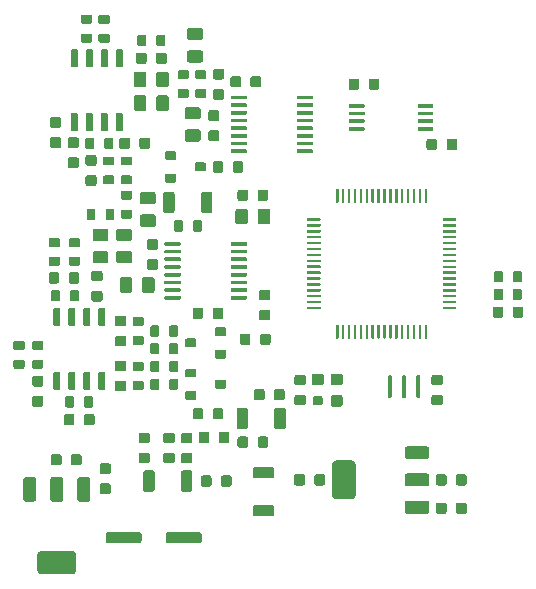
<source format=gbp>
G04 #@! TF.FileFunction,Paste,Bot*
%FSLAX46Y46*%
G04 Gerber Fmt 4.6, Leading zero omitted, Abs format (unit mm)*
G04 Created by KiCad (PCBNEW (2016-08-20 BZR 7083)-product) date Fri Jun  8 01:00:13 2018*
%MOMM*%
%LPD*%
G01*
G04 APERTURE LIST*
%ADD10C,0.100000*%
G04 APERTURE END LIST*
D10*
G36*
X20312643Y42699133D02*
X20330116Y42696541D01*
X20347251Y42692249D01*
X20363883Y42686298D01*
X20379851Y42678746D01*
X20395003Y42669665D01*
X20409191Y42659142D01*
X20422279Y42647279D01*
X20434142Y42634191D01*
X20444665Y42620003D01*
X20453746Y42604851D01*
X20461298Y42588883D01*
X20467249Y42572251D01*
X20471541Y42555116D01*
X20474133Y42537643D01*
X20475000Y42520000D01*
X20475000Y41980000D01*
X20474133Y41962357D01*
X20471541Y41944884D01*
X20467249Y41927749D01*
X20461298Y41911117D01*
X20453746Y41895149D01*
X20444665Y41879997D01*
X20434142Y41865809D01*
X20422279Y41852721D01*
X20409191Y41840858D01*
X20395003Y41830335D01*
X20379851Y41821254D01*
X20363883Y41813702D01*
X20347251Y41807751D01*
X20330116Y41803459D01*
X20312643Y41800867D01*
X20295000Y41800000D01*
X19705000Y41800000D01*
X19687357Y41800867D01*
X19669884Y41803459D01*
X19652749Y41807751D01*
X19636117Y41813702D01*
X19620149Y41821254D01*
X19604997Y41830335D01*
X19590809Y41840858D01*
X19577721Y41852721D01*
X19565858Y41865809D01*
X19555335Y41879997D01*
X19546254Y41895149D01*
X19538702Y41911117D01*
X19532751Y41927749D01*
X19528459Y41944884D01*
X19525867Y41962357D01*
X19525000Y41980000D01*
X19525000Y42520000D01*
X19525867Y42537643D01*
X19528459Y42555116D01*
X19532751Y42572251D01*
X19538702Y42588883D01*
X19546254Y42604851D01*
X19555335Y42620003D01*
X19565858Y42634191D01*
X19577721Y42647279D01*
X19590809Y42659142D01*
X19604997Y42669665D01*
X19620149Y42678746D01*
X19636117Y42686298D01*
X19652749Y42692249D01*
X19669884Y42696541D01*
X19687357Y42699133D01*
X19705000Y42700000D01*
X20295000Y42700000D01*
X20312643Y42699133D01*
X20312643Y42699133D01*
G37*
G36*
X20312643Y44399133D02*
X20330116Y44396541D01*
X20347251Y44392249D01*
X20363883Y44386298D01*
X20379851Y44378746D01*
X20395003Y44369665D01*
X20409191Y44359142D01*
X20422279Y44347279D01*
X20434142Y44334191D01*
X20444665Y44320003D01*
X20453746Y44304851D01*
X20461298Y44288883D01*
X20467249Y44272251D01*
X20471541Y44255116D01*
X20474133Y44237643D01*
X20475000Y44220000D01*
X20475000Y43680000D01*
X20474133Y43662357D01*
X20471541Y43644884D01*
X20467249Y43627749D01*
X20461298Y43611117D01*
X20453746Y43595149D01*
X20444665Y43579997D01*
X20434142Y43565809D01*
X20422279Y43552721D01*
X20409191Y43540858D01*
X20395003Y43530335D01*
X20379851Y43521254D01*
X20363883Y43513702D01*
X20347251Y43507751D01*
X20330116Y43503459D01*
X20312643Y43500867D01*
X20295000Y43500000D01*
X19705000Y43500000D01*
X19687357Y43500867D01*
X19669884Y43503459D01*
X19652749Y43507751D01*
X19636117Y43513702D01*
X19620149Y43521254D01*
X19604997Y43530335D01*
X19590809Y43540858D01*
X19577721Y43552721D01*
X19565858Y43565809D01*
X19555335Y43579997D01*
X19546254Y43595149D01*
X19538702Y43611117D01*
X19532751Y43627749D01*
X19528459Y43644884D01*
X19525867Y43662357D01*
X19525000Y43680000D01*
X19525000Y44220000D01*
X19525867Y44237643D01*
X19528459Y44255116D01*
X19532751Y44272251D01*
X19538702Y44288883D01*
X19546254Y44304851D01*
X19555335Y44320003D01*
X19565858Y44334191D01*
X19577721Y44347279D01*
X19590809Y44359142D01*
X19604997Y44369665D01*
X19620149Y44378746D01*
X19636117Y44386298D01*
X19652749Y44392249D01*
X19669884Y44396541D01*
X19687357Y44399133D01*
X19705000Y44400000D01*
X20295000Y44400000D01*
X20312643Y44399133D01*
X20312643Y44399133D01*
G37*
G36*
X40092117Y24754798D02*
X40096194Y24754193D01*
X40100192Y24753191D01*
X40104073Y24751803D01*
X40107799Y24750041D01*
X40111334Y24747922D01*
X40114645Y24745466D01*
X40117698Y24742698D01*
X40120466Y24739645D01*
X40122922Y24736334D01*
X40125041Y24732799D01*
X40126803Y24729073D01*
X40128191Y24725192D01*
X40129193Y24721194D01*
X40129798Y24717117D01*
X40130000Y24713000D01*
X40130000Y24587000D01*
X40129798Y24582883D01*
X40129193Y24578806D01*
X40128191Y24574808D01*
X40126803Y24570927D01*
X40125041Y24567201D01*
X40122922Y24563666D01*
X40120466Y24560355D01*
X40117698Y24557302D01*
X40114645Y24554534D01*
X40111334Y24552078D01*
X40107799Y24549959D01*
X40104073Y24548197D01*
X40100192Y24546809D01*
X40096194Y24545807D01*
X40092117Y24545202D01*
X40088000Y24545000D01*
X39012000Y24545000D01*
X39007883Y24545202D01*
X39003806Y24545807D01*
X38999808Y24546809D01*
X38995927Y24548197D01*
X38992201Y24549959D01*
X38988666Y24552078D01*
X38985355Y24554534D01*
X38982302Y24557302D01*
X38979534Y24560355D01*
X38977078Y24563666D01*
X38974959Y24567201D01*
X38973197Y24570927D01*
X38971809Y24574808D01*
X38970807Y24578806D01*
X38970202Y24582883D01*
X38970000Y24587000D01*
X38970000Y24713000D01*
X38970202Y24717117D01*
X38970807Y24721194D01*
X38971809Y24725192D01*
X38973197Y24729073D01*
X38974959Y24732799D01*
X38977078Y24736334D01*
X38979534Y24739645D01*
X38982302Y24742698D01*
X38985355Y24745466D01*
X38988666Y24747922D01*
X38992201Y24750041D01*
X38995927Y24751803D01*
X38999808Y24753191D01*
X39003806Y24754193D01*
X39007883Y24754798D01*
X39012000Y24755000D01*
X40088000Y24755000D01*
X40092117Y24754798D01*
X40092117Y24754798D01*
G37*
G36*
X40092117Y24254798D02*
X40096194Y24254193D01*
X40100192Y24253191D01*
X40104073Y24251803D01*
X40107799Y24250041D01*
X40111334Y24247922D01*
X40114645Y24245466D01*
X40117698Y24242698D01*
X40120466Y24239645D01*
X40122922Y24236334D01*
X40125041Y24232799D01*
X40126803Y24229073D01*
X40128191Y24225192D01*
X40129193Y24221194D01*
X40129798Y24217117D01*
X40130000Y24213000D01*
X40130000Y24087000D01*
X40129798Y24082883D01*
X40129193Y24078806D01*
X40128191Y24074808D01*
X40126803Y24070927D01*
X40125041Y24067201D01*
X40122922Y24063666D01*
X40120466Y24060355D01*
X40117698Y24057302D01*
X40114645Y24054534D01*
X40111334Y24052078D01*
X40107799Y24049959D01*
X40104073Y24048197D01*
X40100192Y24046809D01*
X40096194Y24045807D01*
X40092117Y24045202D01*
X40088000Y24045000D01*
X39012000Y24045000D01*
X39007883Y24045202D01*
X39003806Y24045807D01*
X38999808Y24046809D01*
X38995927Y24048197D01*
X38992201Y24049959D01*
X38988666Y24052078D01*
X38985355Y24054534D01*
X38982302Y24057302D01*
X38979534Y24060355D01*
X38977078Y24063666D01*
X38974959Y24067201D01*
X38973197Y24070927D01*
X38971809Y24074808D01*
X38970807Y24078806D01*
X38970202Y24082883D01*
X38970000Y24087000D01*
X38970000Y24213000D01*
X38970202Y24217117D01*
X38970807Y24221194D01*
X38971809Y24225192D01*
X38973197Y24229073D01*
X38974959Y24232799D01*
X38977078Y24236334D01*
X38979534Y24239645D01*
X38982302Y24242698D01*
X38985355Y24245466D01*
X38988666Y24247922D01*
X38992201Y24250041D01*
X38995927Y24251803D01*
X38999808Y24253191D01*
X39003806Y24254193D01*
X39007883Y24254798D01*
X39012000Y24255000D01*
X40088000Y24255000D01*
X40092117Y24254798D01*
X40092117Y24254798D01*
G37*
G36*
X40092117Y25254798D02*
X40096194Y25254193D01*
X40100192Y25253191D01*
X40104073Y25251803D01*
X40107799Y25250041D01*
X40111334Y25247922D01*
X40114645Y25245466D01*
X40117698Y25242698D01*
X40120466Y25239645D01*
X40122922Y25236334D01*
X40125041Y25232799D01*
X40126803Y25229073D01*
X40128191Y25225192D01*
X40129193Y25221194D01*
X40129798Y25217117D01*
X40130000Y25213000D01*
X40130000Y25087000D01*
X40129798Y25082883D01*
X40129193Y25078806D01*
X40128191Y25074808D01*
X40126803Y25070927D01*
X40125041Y25067201D01*
X40122922Y25063666D01*
X40120466Y25060355D01*
X40117698Y25057302D01*
X40114645Y25054534D01*
X40111334Y25052078D01*
X40107799Y25049959D01*
X40104073Y25048197D01*
X40100192Y25046809D01*
X40096194Y25045807D01*
X40092117Y25045202D01*
X40088000Y25045000D01*
X39012000Y25045000D01*
X39007883Y25045202D01*
X39003806Y25045807D01*
X38999808Y25046809D01*
X38995927Y25048197D01*
X38992201Y25049959D01*
X38988666Y25052078D01*
X38985355Y25054534D01*
X38982302Y25057302D01*
X38979534Y25060355D01*
X38977078Y25063666D01*
X38974959Y25067201D01*
X38973197Y25070927D01*
X38971809Y25074808D01*
X38970807Y25078806D01*
X38970202Y25082883D01*
X38970000Y25087000D01*
X38970000Y25213000D01*
X38970202Y25217117D01*
X38970807Y25221194D01*
X38971809Y25225192D01*
X38973197Y25229073D01*
X38974959Y25232799D01*
X38977078Y25236334D01*
X38979534Y25239645D01*
X38982302Y25242698D01*
X38985355Y25245466D01*
X38988666Y25247922D01*
X38992201Y25250041D01*
X38995927Y25251803D01*
X38999808Y25253191D01*
X39003806Y25254193D01*
X39007883Y25254798D01*
X39012000Y25255000D01*
X40088000Y25255000D01*
X40092117Y25254798D01*
X40092117Y25254798D01*
G37*
G36*
X40092117Y25754798D02*
X40096194Y25754193D01*
X40100192Y25753191D01*
X40104073Y25751803D01*
X40107799Y25750041D01*
X40111334Y25747922D01*
X40114645Y25745466D01*
X40117698Y25742698D01*
X40120466Y25739645D01*
X40122922Y25736334D01*
X40125041Y25732799D01*
X40126803Y25729073D01*
X40128191Y25725192D01*
X40129193Y25721194D01*
X40129798Y25717117D01*
X40130000Y25713000D01*
X40130000Y25587000D01*
X40129798Y25582883D01*
X40129193Y25578806D01*
X40128191Y25574808D01*
X40126803Y25570927D01*
X40125041Y25567201D01*
X40122922Y25563666D01*
X40120466Y25560355D01*
X40117698Y25557302D01*
X40114645Y25554534D01*
X40111334Y25552078D01*
X40107799Y25549959D01*
X40104073Y25548197D01*
X40100192Y25546809D01*
X40096194Y25545807D01*
X40092117Y25545202D01*
X40088000Y25545000D01*
X39012000Y25545000D01*
X39007883Y25545202D01*
X39003806Y25545807D01*
X38999808Y25546809D01*
X38995927Y25548197D01*
X38992201Y25549959D01*
X38988666Y25552078D01*
X38985355Y25554534D01*
X38982302Y25557302D01*
X38979534Y25560355D01*
X38977078Y25563666D01*
X38974959Y25567201D01*
X38973197Y25570927D01*
X38971809Y25574808D01*
X38970807Y25578806D01*
X38970202Y25582883D01*
X38970000Y25587000D01*
X38970000Y25713000D01*
X38970202Y25717117D01*
X38970807Y25721194D01*
X38971809Y25725192D01*
X38973197Y25729073D01*
X38974959Y25732799D01*
X38977078Y25736334D01*
X38979534Y25739645D01*
X38982302Y25742698D01*
X38985355Y25745466D01*
X38988666Y25747922D01*
X38992201Y25750041D01*
X38995927Y25751803D01*
X38999808Y25753191D01*
X39003806Y25754193D01*
X39007883Y25754798D01*
X39012000Y25755000D01*
X40088000Y25755000D01*
X40092117Y25754798D01*
X40092117Y25754798D01*
G37*
G36*
X37117117Y34229798D02*
X37121194Y34229193D01*
X37125192Y34228191D01*
X37129073Y34226803D01*
X37132799Y34225041D01*
X37136334Y34222922D01*
X37139645Y34220466D01*
X37142698Y34217698D01*
X37145466Y34214645D01*
X37147922Y34211334D01*
X37150041Y34207799D01*
X37151803Y34204073D01*
X37153191Y34200192D01*
X37154193Y34196194D01*
X37154798Y34192117D01*
X37155000Y34188000D01*
X37155000Y33112000D01*
X37154798Y33107883D01*
X37154193Y33103806D01*
X37153191Y33099808D01*
X37151803Y33095927D01*
X37150041Y33092201D01*
X37147922Y33088666D01*
X37145466Y33085355D01*
X37142698Y33082302D01*
X37139645Y33079534D01*
X37136334Y33077078D01*
X37132799Y33074959D01*
X37129073Y33073197D01*
X37125192Y33071809D01*
X37121194Y33070807D01*
X37117117Y33070202D01*
X37113000Y33070000D01*
X36987000Y33070000D01*
X36982883Y33070202D01*
X36978806Y33070807D01*
X36974808Y33071809D01*
X36970927Y33073197D01*
X36967201Y33074959D01*
X36963666Y33077078D01*
X36960355Y33079534D01*
X36957302Y33082302D01*
X36954534Y33085355D01*
X36952078Y33088666D01*
X36949959Y33092201D01*
X36948197Y33095927D01*
X36946809Y33099808D01*
X36945807Y33103806D01*
X36945202Y33107883D01*
X36945000Y33112000D01*
X36945000Y34188000D01*
X36945202Y34192117D01*
X36945807Y34196194D01*
X36946809Y34200192D01*
X36948197Y34204073D01*
X36949959Y34207799D01*
X36952078Y34211334D01*
X36954534Y34214645D01*
X36957302Y34217698D01*
X36960355Y34220466D01*
X36963666Y34222922D01*
X36967201Y34225041D01*
X36970927Y34226803D01*
X36974808Y34228191D01*
X36978806Y34229193D01*
X36982883Y34229798D01*
X36987000Y34230000D01*
X37113000Y34230000D01*
X37117117Y34229798D01*
X37117117Y34229798D01*
G37*
G36*
X37617117Y34229798D02*
X37621194Y34229193D01*
X37625192Y34228191D01*
X37629073Y34226803D01*
X37632799Y34225041D01*
X37636334Y34222922D01*
X37639645Y34220466D01*
X37642698Y34217698D01*
X37645466Y34214645D01*
X37647922Y34211334D01*
X37650041Y34207799D01*
X37651803Y34204073D01*
X37653191Y34200192D01*
X37654193Y34196194D01*
X37654798Y34192117D01*
X37655000Y34188000D01*
X37655000Y33112000D01*
X37654798Y33107883D01*
X37654193Y33103806D01*
X37653191Y33099808D01*
X37651803Y33095927D01*
X37650041Y33092201D01*
X37647922Y33088666D01*
X37645466Y33085355D01*
X37642698Y33082302D01*
X37639645Y33079534D01*
X37636334Y33077078D01*
X37632799Y33074959D01*
X37629073Y33073197D01*
X37625192Y33071809D01*
X37621194Y33070807D01*
X37617117Y33070202D01*
X37613000Y33070000D01*
X37487000Y33070000D01*
X37482883Y33070202D01*
X37478806Y33070807D01*
X37474808Y33071809D01*
X37470927Y33073197D01*
X37467201Y33074959D01*
X37463666Y33077078D01*
X37460355Y33079534D01*
X37457302Y33082302D01*
X37454534Y33085355D01*
X37452078Y33088666D01*
X37449959Y33092201D01*
X37448197Y33095927D01*
X37446809Y33099808D01*
X37445807Y33103806D01*
X37445202Y33107883D01*
X37445000Y33112000D01*
X37445000Y34188000D01*
X37445202Y34192117D01*
X37445807Y34196194D01*
X37446809Y34200192D01*
X37448197Y34204073D01*
X37449959Y34207799D01*
X37452078Y34211334D01*
X37454534Y34214645D01*
X37457302Y34217698D01*
X37460355Y34220466D01*
X37463666Y34222922D01*
X37467201Y34225041D01*
X37470927Y34226803D01*
X37474808Y34228191D01*
X37478806Y34229193D01*
X37482883Y34229798D01*
X37487000Y34230000D01*
X37613000Y34230000D01*
X37617117Y34229798D01*
X37617117Y34229798D01*
G37*
G36*
X36617117Y34229798D02*
X36621194Y34229193D01*
X36625192Y34228191D01*
X36629073Y34226803D01*
X36632799Y34225041D01*
X36636334Y34222922D01*
X36639645Y34220466D01*
X36642698Y34217698D01*
X36645466Y34214645D01*
X36647922Y34211334D01*
X36650041Y34207799D01*
X36651803Y34204073D01*
X36653191Y34200192D01*
X36654193Y34196194D01*
X36654798Y34192117D01*
X36655000Y34188000D01*
X36655000Y33112000D01*
X36654798Y33107883D01*
X36654193Y33103806D01*
X36653191Y33099808D01*
X36651803Y33095927D01*
X36650041Y33092201D01*
X36647922Y33088666D01*
X36645466Y33085355D01*
X36642698Y33082302D01*
X36639645Y33079534D01*
X36636334Y33077078D01*
X36632799Y33074959D01*
X36629073Y33073197D01*
X36625192Y33071809D01*
X36621194Y33070807D01*
X36617117Y33070202D01*
X36613000Y33070000D01*
X36487000Y33070000D01*
X36482883Y33070202D01*
X36478806Y33070807D01*
X36474808Y33071809D01*
X36470927Y33073197D01*
X36467201Y33074959D01*
X36463666Y33077078D01*
X36460355Y33079534D01*
X36457302Y33082302D01*
X36454534Y33085355D01*
X36452078Y33088666D01*
X36449959Y33092201D01*
X36448197Y33095927D01*
X36446809Y33099808D01*
X36445807Y33103806D01*
X36445202Y33107883D01*
X36445000Y33112000D01*
X36445000Y34188000D01*
X36445202Y34192117D01*
X36445807Y34196194D01*
X36446809Y34200192D01*
X36448197Y34204073D01*
X36449959Y34207799D01*
X36452078Y34211334D01*
X36454534Y34214645D01*
X36457302Y34217698D01*
X36460355Y34220466D01*
X36463666Y34222922D01*
X36467201Y34225041D01*
X36470927Y34226803D01*
X36474808Y34228191D01*
X36478806Y34229193D01*
X36482883Y34229798D01*
X36487000Y34230000D01*
X36613000Y34230000D01*
X36617117Y34229798D01*
X36617117Y34229798D01*
G37*
G36*
X36117117Y34229798D02*
X36121194Y34229193D01*
X36125192Y34228191D01*
X36129073Y34226803D01*
X36132799Y34225041D01*
X36136334Y34222922D01*
X36139645Y34220466D01*
X36142698Y34217698D01*
X36145466Y34214645D01*
X36147922Y34211334D01*
X36150041Y34207799D01*
X36151803Y34204073D01*
X36153191Y34200192D01*
X36154193Y34196194D01*
X36154798Y34192117D01*
X36155000Y34188000D01*
X36155000Y33112000D01*
X36154798Y33107883D01*
X36154193Y33103806D01*
X36153191Y33099808D01*
X36151803Y33095927D01*
X36150041Y33092201D01*
X36147922Y33088666D01*
X36145466Y33085355D01*
X36142698Y33082302D01*
X36139645Y33079534D01*
X36136334Y33077078D01*
X36132799Y33074959D01*
X36129073Y33073197D01*
X36125192Y33071809D01*
X36121194Y33070807D01*
X36117117Y33070202D01*
X36113000Y33070000D01*
X35987000Y33070000D01*
X35982883Y33070202D01*
X35978806Y33070807D01*
X35974808Y33071809D01*
X35970927Y33073197D01*
X35967201Y33074959D01*
X35963666Y33077078D01*
X35960355Y33079534D01*
X35957302Y33082302D01*
X35954534Y33085355D01*
X35952078Y33088666D01*
X35949959Y33092201D01*
X35948197Y33095927D01*
X35946809Y33099808D01*
X35945807Y33103806D01*
X35945202Y33107883D01*
X35945000Y33112000D01*
X35945000Y34188000D01*
X35945202Y34192117D01*
X35945807Y34196194D01*
X35946809Y34200192D01*
X35948197Y34204073D01*
X35949959Y34207799D01*
X35952078Y34211334D01*
X35954534Y34214645D01*
X35957302Y34217698D01*
X35960355Y34220466D01*
X35963666Y34222922D01*
X35967201Y34225041D01*
X35970927Y34226803D01*
X35974808Y34228191D01*
X35978806Y34229193D01*
X35982883Y34229798D01*
X35987000Y34230000D01*
X36113000Y34230000D01*
X36117117Y34229798D01*
X36117117Y34229798D01*
G37*
G36*
X34117117Y34229798D02*
X34121194Y34229193D01*
X34125192Y34228191D01*
X34129073Y34226803D01*
X34132799Y34225041D01*
X34136334Y34222922D01*
X34139645Y34220466D01*
X34142698Y34217698D01*
X34145466Y34214645D01*
X34147922Y34211334D01*
X34150041Y34207799D01*
X34151803Y34204073D01*
X34153191Y34200192D01*
X34154193Y34196194D01*
X34154798Y34192117D01*
X34155000Y34188000D01*
X34155000Y33112000D01*
X34154798Y33107883D01*
X34154193Y33103806D01*
X34153191Y33099808D01*
X34151803Y33095927D01*
X34150041Y33092201D01*
X34147922Y33088666D01*
X34145466Y33085355D01*
X34142698Y33082302D01*
X34139645Y33079534D01*
X34136334Y33077078D01*
X34132799Y33074959D01*
X34129073Y33073197D01*
X34125192Y33071809D01*
X34121194Y33070807D01*
X34117117Y33070202D01*
X34113000Y33070000D01*
X33987000Y33070000D01*
X33982883Y33070202D01*
X33978806Y33070807D01*
X33974808Y33071809D01*
X33970927Y33073197D01*
X33967201Y33074959D01*
X33963666Y33077078D01*
X33960355Y33079534D01*
X33957302Y33082302D01*
X33954534Y33085355D01*
X33952078Y33088666D01*
X33949959Y33092201D01*
X33948197Y33095927D01*
X33946809Y33099808D01*
X33945807Y33103806D01*
X33945202Y33107883D01*
X33945000Y33112000D01*
X33945000Y34188000D01*
X33945202Y34192117D01*
X33945807Y34196194D01*
X33946809Y34200192D01*
X33948197Y34204073D01*
X33949959Y34207799D01*
X33952078Y34211334D01*
X33954534Y34214645D01*
X33957302Y34217698D01*
X33960355Y34220466D01*
X33963666Y34222922D01*
X33967201Y34225041D01*
X33970927Y34226803D01*
X33974808Y34228191D01*
X33978806Y34229193D01*
X33982883Y34229798D01*
X33987000Y34230000D01*
X34113000Y34230000D01*
X34117117Y34229798D01*
X34117117Y34229798D01*
G37*
G36*
X34617117Y34229798D02*
X34621194Y34229193D01*
X34625192Y34228191D01*
X34629073Y34226803D01*
X34632799Y34225041D01*
X34636334Y34222922D01*
X34639645Y34220466D01*
X34642698Y34217698D01*
X34645466Y34214645D01*
X34647922Y34211334D01*
X34650041Y34207799D01*
X34651803Y34204073D01*
X34653191Y34200192D01*
X34654193Y34196194D01*
X34654798Y34192117D01*
X34655000Y34188000D01*
X34655000Y33112000D01*
X34654798Y33107883D01*
X34654193Y33103806D01*
X34653191Y33099808D01*
X34651803Y33095927D01*
X34650041Y33092201D01*
X34647922Y33088666D01*
X34645466Y33085355D01*
X34642698Y33082302D01*
X34639645Y33079534D01*
X34636334Y33077078D01*
X34632799Y33074959D01*
X34629073Y33073197D01*
X34625192Y33071809D01*
X34621194Y33070807D01*
X34617117Y33070202D01*
X34613000Y33070000D01*
X34487000Y33070000D01*
X34482883Y33070202D01*
X34478806Y33070807D01*
X34474808Y33071809D01*
X34470927Y33073197D01*
X34467201Y33074959D01*
X34463666Y33077078D01*
X34460355Y33079534D01*
X34457302Y33082302D01*
X34454534Y33085355D01*
X34452078Y33088666D01*
X34449959Y33092201D01*
X34448197Y33095927D01*
X34446809Y33099808D01*
X34445807Y33103806D01*
X34445202Y33107883D01*
X34445000Y33112000D01*
X34445000Y34188000D01*
X34445202Y34192117D01*
X34445807Y34196194D01*
X34446809Y34200192D01*
X34448197Y34204073D01*
X34449959Y34207799D01*
X34452078Y34211334D01*
X34454534Y34214645D01*
X34457302Y34217698D01*
X34460355Y34220466D01*
X34463666Y34222922D01*
X34467201Y34225041D01*
X34470927Y34226803D01*
X34474808Y34228191D01*
X34478806Y34229193D01*
X34482883Y34229798D01*
X34487000Y34230000D01*
X34613000Y34230000D01*
X34617117Y34229798D01*
X34617117Y34229798D01*
G37*
G36*
X35617117Y34229798D02*
X35621194Y34229193D01*
X35625192Y34228191D01*
X35629073Y34226803D01*
X35632799Y34225041D01*
X35636334Y34222922D01*
X35639645Y34220466D01*
X35642698Y34217698D01*
X35645466Y34214645D01*
X35647922Y34211334D01*
X35650041Y34207799D01*
X35651803Y34204073D01*
X35653191Y34200192D01*
X35654193Y34196194D01*
X35654798Y34192117D01*
X35655000Y34188000D01*
X35655000Y33112000D01*
X35654798Y33107883D01*
X35654193Y33103806D01*
X35653191Y33099808D01*
X35651803Y33095927D01*
X35650041Y33092201D01*
X35647922Y33088666D01*
X35645466Y33085355D01*
X35642698Y33082302D01*
X35639645Y33079534D01*
X35636334Y33077078D01*
X35632799Y33074959D01*
X35629073Y33073197D01*
X35625192Y33071809D01*
X35621194Y33070807D01*
X35617117Y33070202D01*
X35613000Y33070000D01*
X35487000Y33070000D01*
X35482883Y33070202D01*
X35478806Y33070807D01*
X35474808Y33071809D01*
X35470927Y33073197D01*
X35467201Y33074959D01*
X35463666Y33077078D01*
X35460355Y33079534D01*
X35457302Y33082302D01*
X35454534Y33085355D01*
X35452078Y33088666D01*
X35449959Y33092201D01*
X35448197Y33095927D01*
X35446809Y33099808D01*
X35445807Y33103806D01*
X35445202Y33107883D01*
X35445000Y33112000D01*
X35445000Y34188000D01*
X35445202Y34192117D01*
X35445807Y34196194D01*
X35446809Y34200192D01*
X35448197Y34204073D01*
X35449959Y34207799D01*
X35452078Y34211334D01*
X35454534Y34214645D01*
X35457302Y34217698D01*
X35460355Y34220466D01*
X35463666Y34222922D01*
X35467201Y34225041D01*
X35470927Y34226803D01*
X35474808Y34228191D01*
X35478806Y34229193D01*
X35482883Y34229798D01*
X35487000Y34230000D01*
X35613000Y34230000D01*
X35617117Y34229798D01*
X35617117Y34229798D01*
G37*
G36*
X35117117Y34229798D02*
X35121194Y34229193D01*
X35125192Y34228191D01*
X35129073Y34226803D01*
X35132799Y34225041D01*
X35136334Y34222922D01*
X35139645Y34220466D01*
X35142698Y34217698D01*
X35145466Y34214645D01*
X35147922Y34211334D01*
X35150041Y34207799D01*
X35151803Y34204073D01*
X35153191Y34200192D01*
X35154193Y34196194D01*
X35154798Y34192117D01*
X35155000Y34188000D01*
X35155000Y33112000D01*
X35154798Y33107883D01*
X35154193Y33103806D01*
X35153191Y33099808D01*
X35151803Y33095927D01*
X35150041Y33092201D01*
X35147922Y33088666D01*
X35145466Y33085355D01*
X35142698Y33082302D01*
X35139645Y33079534D01*
X35136334Y33077078D01*
X35132799Y33074959D01*
X35129073Y33073197D01*
X35125192Y33071809D01*
X35121194Y33070807D01*
X35117117Y33070202D01*
X35113000Y33070000D01*
X34987000Y33070000D01*
X34982883Y33070202D01*
X34978806Y33070807D01*
X34974808Y33071809D01*
X34970927Y33073197D01*
X34967201Y33074959D01*
X34963666Y33077078D01*
X34960355Y33079534D01*
X34957302Y33082302D01*
X34954534Y33085355D01*
X34952078Y33088666D01*
X34949959Y33092201D01*
X34948197Y33095927D01*
X34946809Y33099808D01*
X34945807Y33103806D01*
X34945202Y33107883D01*
X34945000Y33112000D01*
X34945000Y34188000D01*
X34945202Y34192117D01*
X34945807Y34196194D01*
X34946809Y34200192D01*
X34948197Y34204073D01*
X34949959Y34207799D01*
X34952078Y34211334D01*
X34954534Y34214645D01*
X34957302Y34217698D01*
X34960355Y34220466D01*
X34963666Y34222922D01*
X34967201Y34225041D01*
X34970927Y34226803D01*
X34974808Y34228191D01*
X34978806Y34229193D01*
X34982883Y34229798D01*
X34987000Y34230000D01*
X35113000Y34230000D01*
X35117117Y34229798D01*
X35117117Y34229798D01*
G37*
G36*
X33117117Y34229798D02*
X33121194Y34229193D01*
X33125192Y34228191D01*
X33129073Y34226803D01*
X33132799Y34225041D01*
X33136334Y34222922D01*
X33139645Y34220466D01*
X33142698Y34217698D01*
X33145466Y34214645D01*
X33147922Y34211334D01*
X33150041Y34207799D01*
X33151803Y34204073D01*
X33153191Y34200192D01*
X33154193Y34196194D01*
X33154798Y34192117D01*
X33155000Y34188000D01*
X33155000Y33112000D01*
X33154798Y33107883D01*
X33154193Y33103806D01*
X33153191Y33099808D01*
X33151803Y33095927D01*
X33150041Y33092201D01*
X33147922Y33088666D01*
X33145466Y33085355D01*
X33142698Y33082302D01*
X33139645Y33079534D01*
X33136334Y33077078D01*
X33132799Y33074959D01*
X33129073Y33073197D01*
X33125192Y33071809D01*
X33121194Y33070807D01*
X33117117Y33070202D01*
X33113000Y33070000D01*
X32987000Y33070000D01*
X32982883Y33070202D01*
X32978806Y33070807D01*
X32974808Y33071809D01*
X32970927Y33073197D01*
X32967201Y33074959D01*
X32963666Y33077078D01*
X32960355Y33079534D01*
X32957302Y33082302D01*
X32954534Y33085355D01*
X32952078Y33088666D01*
X32949959Y33092201D01*
X32948197Y33095927D01*
X32946809Y33099808D01*
X32945807Y33103806D01*
X32945202Y33107883D01*
X32945000Y33112000D01*
X32945000Y34188000D01*
X32945202Y34192117D01*
X32945807Y34196194D01*
X32946809Y34200192D01*
X32948197Y34204073D01*
X32949959Y34207799D01*
X32952078Y34211334D01*
X32954534Y34214645D01*
X32957302Y34217698D01*
X32960355Y34220466D01*
X32963666Y34222922D01*
X32967201Y34225041D01*
X32970927Y34226803D01*
X32974808Y34228191D01*
X32978806Y34229193D01*
X32982883Y34229798D01*
X32987000Y34230000D01*
X33113000Y34230000D01*
X33117117Y34229798D01*
X33117117Y34229798D01*
G37*
G36*
X33617117Y34229798D02*
X33621194Y34229193D01*
X33625192Y34228191D01*
X33629073Y34226803D01*
X33632799Y34225041D01*
X33636334Y34222922D01*
X33639645Y34220466D01*
X33642698Y34217698D01*
X33645466Y34214645D01*
X33647922Y34211334D01*
X33650041Y34207799D01*
X33651803Y34204073D01*
X33653191Y34200192D01*
X33654193Y34196194D01*
X33654798Y34192117D01*
X33655000Y34188000D01*
X33655000Y33112000D01*
X33654798Y33107883D01*
X33654193Y33103806D01*
X33653191Y33099808D01*
X33651803Y33095927D01*
X33650041Y33092201D01*
X33647922Y33088666D01*
X33645466Y33085355D01*
X33642698Y33082302D01*
X33639645Y33079534D01*
X33636334Y33077078D01*
X33632799Y33074959D01*
X33629073Y33073197D01*
X33625192Y33071809D01*
X33621194Y33070807D01*
X33617117Y33070202D01*
X33613000Y33070000D01*
X33487000Y33070000D01*
X33482883Y33070202D01*
X33478806Y33070807D01*
X33474808Y33071809D01*
X33470927Y33073197D01*
X33467201Y33074959D01*
X33463666Y33077078D01*
X33460355Y33079534D01*
X33457302Y33082302D01*
X33454534Y33085355D01*
X33452078Y33088666D01*
X33449959Y33092201D01*
X33448197Y33095927D01*
X33446809Y33099808D01*
X33445807Y33103806D01*
X33445202Y33107883D01*
X33445000Y33112000D01*
X33445000Y34188000D01*
X33445202Y34192117D01*
X33445807Y34196194D01*
X33446809Y34200192D01*
X33448197Y34204073D01*
X33449959Y34207799D01*
X33452078Y34211334D01*
X33454534Y34214645D01*
X33457302Y34217698D01*
X33460355Y34220466D01*
X33463666Y34222922D01*
X33467201Y34225041D01*
X33470927Y34226803D01*
X33474808Y34228191D01*
X33478806Y34229193D01*
X33482883Y34229798D01*
X33487000Y34230000D01*
X33613000Y34230000D01*
X33617117Y34229798D01*
X33617117Y34229798D01*
G37*
G36*
X32617117Y34229798D02*
X32621194Y34229193D01*
X32625192Y34228191D01*
X32629073Y34226803D01*
X32632799Y34225041D01*
X32636334Y34222922D01*
X32639645Y34220466D01*
X32642698Y34217698D01*
X32645466Y34214645D01*
X32647922Y34211334D01*
X32650041Y34207799D01*
X32651803Y34204073D01*
X32653191Y34200192D01*
X32654193Y34196194D01*
X32654798Y34192117D01*
X32655000Y34188000D01*
X32655000Y33112000D01*
X32654798Y33107883D01*
X32654193Y33103806D01*
X32653191Y33099808D01*
X32651803Y33095927D01*
X32650041Y33092201D01*
X32647922Y33088666D01*
X32645466Y33085355D01*
X32642698Y33082302D01*
X32639645Y33079534D01*
X32636334Y33077078D01*
X32632799Y33074959D01*
X32629073Y33073197D01*
X32625192Y33071809D01*
X32621194Y33070807D01*
X32617117Y33070202D01*
X32613000Y33070000D01*
X32487000Y33070000D01*
X32482883Y33070202D01*
X32478806Y33070807D01*
X32474808Y33071809D01*
X32470927Y33073197D01*
X32467201Y33074959D01*
X32463666Y33077078D01*
X32460355Y33079534D01*
X32457302Y33082302D01*
X32454534Y33085355D01*
X32452078Y33088666D01*
X32449959Y33092201D01*
X32448197Y33095927D01*
X32446809Y33099808D01*
X32445807Y33103806D01*
X32445202Y33107883D01*
X32445000Y33112000D01*
X32445000Y34188000D01*
X32445202Y34192117D01*
X32445807Y34196194D01*
X32446809Y34200192D01*
X32448197Y34204073D01*
X32449959Y34207799D01*
X32452078Y34211334D01*
X32454534Y34214645D01*
X32457302Y34217698D01*
X32460355Y34220466D01*
X32463666Y34222922D01*
X32467201Y34225041D01*
X32470927Y34226803D01*
X32474808Y34228191D01*
X32478806Y34229193D01*
X32482883Y34229798D01*
X32487000Y34230000D01*
X32613000Y34230000D01*
X32617117Y34229798D01*
X32617117Y34229798D01*
G37*
G36*
X32117117Y34229798D02*
X32121194Y34229193D01*
X32125192Y34228191D01*
X32129073Y34226803D01*
X32132799Y34225041D01*
X32136334Y34222922D01*
X32139645Y34220466D01*
X32142698Y34217698D01*
X32145466Y34214645D01*
X32147922Y34211334D01*
X32150041Y34207799D01*
X32151803Y34204073D01*
X32153191Y34200192D01*
X32154193Y34196194D01*
X32154798Y34192117D01*
X32155000Y34188000D01*
X32155000Y33112000D01*
X32154798Y33107883D01*
X32154193Y33103806D01*
X32153191Y33099808D01*
X32151803Y33095927D01*
X32150041Y33092201D01*
X32147922Y33088666D01*
X32145466Y33085355D01*
X32142698Y33082302D01*
X32139645Y33079534D01*
X32136334Y33077078D01*
X32132799Y33074959D01*
X32129073Y33073197D01*
X32125192Y33071809D01*
X32121194Y33070807D01*
X32117117Y33070202D01*
X32113000Y33070000D01*
X31987000Y33070000D01*
X31982883Y33070202D01*
X31978806Y33070807D01*
X31974808Y33071809D01*
X31970927Y33073197D01*
X31967201Y33074959D01*
X31963666Y33077078D01*
X31960355Y33079534D01*
X31957302Y33082302D01*
X31954534Y33085355D01*
X31952078Y33088666D01*
X31949959Y33092201D01*
X31948197Y33095927D01*
X31946809Y33099808D01*
X31945807Y33103806D01*
X31945202Y33107883D01*
X31945000Y33112000D01*
X31945000Y34188000D01*
X31945202Y34192117D01*
X31945807Y34196194D01*
X31946809Y34200192D01*
X31948197Y34204073D01*
X31949959Y34207799D01*
X31952078Y34211334D01*
X31954534Y34214645D01*
X31957302Y34217698D01*
X31960355Y34220466D01*
X31963666Y34222922D01*
X31967201Y34225041D01*
X31970927Y34226803D01*
X31974808Y34228191D01*
X31978806Y34229193D01*
X31982883Y34229798D01*
X31987000Y34230000D01*
X32113000Y34230000D01*
X32117117Y34229798D01*
X32117117Y34229798D01*
G37*
G36*
X40092117Y31754798D02*
X40096194Y31754193D01*
X40100192Y31753191D01*
X40104073Y31751803D01*
X40107799Y31750041D01*
X40111334Y31747922D01*
X40114645Y31745466D01*
X40117698Y31742698D01*
X40120466Y31739645D01*
X40122922Y31736334D01*
X40125041Y31732799D01*
X40126803Y31729073D01*
X40128191Y31725192D01*
X40129193Y31721194D01*
X40129798Y31717117D01*
X40130000Y31713000D01*
X40130000Y31587000D01*
X40129798Y31582883D01*
X40129193Y31578806D01*
X40128191Y31574808D01*
X40126803Y31570927D01*
X40125041Y31567201D01*
X40122922Y31563666D01*
X40120466Y31560355D01*
X40117698Y31557302D01*
X40114645Y31554534D01*
X40111334Y31552078D01*
X40107799Y31549959D01*
X40104073Y31548197D01*
X40100192Y31546809D01*
X40096194Y31545807D01*
X40092117Y31545202D01*
X40088000Y31545000D01*
X39012000Y31545000D01*
X39007883Y31545202D01*
X39003806Y31545807D01*
X38999808Y31546809D01*
X38995927Y31548197D01*
X38992201Y31549959D01*
X38988666Y31552078D01*
X38985355Y31554534D01*
X38982302Y31557302D01*
X38979534Y31560355D01*
X38977078Y31563666D01*
X38974959Y31567201D01*
X38973197Y31570927D01*
X38971809Y31574808D01*
X38970807Y31578806D01*
X38970202Y31582883D01*
X38970000Y31587000D01*
X38970000Y31713000D01*
X38970202Y31717117D01*
X38970807Y31721194D01*
X38971809Y31725192D01*
X38973197Y31729073D01*
X38974959Y31732799D01*
X38977078Y31736334D01*
X38979534Y31739645D01*
X38982302Y31742698D01*
X38985355Y31745466D01*
X38988666Y31747922D01*
X38992201Y31750041D01*
X38995927Y31751803D01*
X38999808Y31753191D01*
X39003806Y31754193D01*
X39007883Y31754798D01*
X39012000Y31755000D01*
X40088000Y31755000D01*
X40092117Y31754798D01*
X40092117Y31754798D01*
G37*
G36*
X40092117Y31254798D02*
X40096194Y31254193D01*
X40100192Y31253191D01*
X40104073Y31251803D01*
X40107799Y31250041D01*
X40111334Y31247922D01*
X40114645Y31245466D01*
X40117698Y31242698D01*
X40120466Y31239645D01*
X40122922Y31236334D01*
X40125041Y31232799D01*
X40126803Y31229073D01*
X40128191Y31225192D01*
X40129193Y31221194D01*
X40129798Y31217117D01*
X40130000Y31213000D01*
X40130000Y31087000D01*
X40129798Y31082883D01*
X40129193Y31078806D01*
X40128191Y31074808D01*
X40126803Y31070927D01*
X40125041Y31067201D01*
X40122922Y31063666D01*
X40120466Y31060355D01*
X40117698Y31057302D01*
X40114645Y31054534D01*
X40111334Y31052078D01*
X40107799Y31049959D01*
X40104073Y31048197D01*
X40100192Y31046809D01*
X40096194Y31045807D01*
X40092117Y31045202D01*
X40088000Y31045000D01*
X39012000Y31045000D01*
X39007883Y31045202D01*
X39003806Y31045807D01*
X38999808Y31046809D01*
X38995927Y31048197D01*
X38992201Y31049959D01*
X38988666Y31052078D01*
X38985355Y31054534D01*
X38982302Y31057302D01*
X38979534Y31060355D01*
X38977078Y31063666D01*
X38974959Y31067201D01*
X38973197Y31070927D01*
X38971809Y31074808D01*
X38970807Y31078806D01*
X38970202Y31082883D01*
X38970000Y31087000D01*
X38970000Y31213000D01*
X38970202Y31217117D01*
X38970807Y31221194D01*
X38971809Y31225192D01*
X38973197Y31229073D01*
X38974959Y31232799D01*
X38977078Y31236334D01*
X38979534Y31239645D01*
X38982302Y31242698D01*
X38985355Y31245466D01*
X38988666Y31247922D01*
X38992201Y31250041D01*
X38995927Y31251803D01*
X38999808Y31253191D01*
X39003806Y31254193D01*
X39007883Y31254798D01*
X39012000Y31255000D01*
X40088000Y31255000D01*
X40092117Y31254798D01*
X40092117Y31254798D01*
G37*
G36*
X40092117Y30254798D02*
X40096194Y30254193D01*
X40100192Y30253191D01*
X40104073Y30251803D01*
X40107799Y30250041D01*
X40111334Y30247922D01*
X40114645Y30245466D01*
X40117698Y30242698D01*
X40120466Y30239645D01*
X40122922Y30236334D01*
X40125041Y30232799D01*
X40126803Y30229073D01*
X40128191Y30225192D01*
X40129193Y30221194D01*
X40129798Y30217117D01*
X40130000Y30213000D01*
X40130000Y30087000D01*
X40129798Y30082883D01*
X40129193Y30078806D01*
X40128191Y30074808D01*
X40126803Y30070927D01*
X40125041Y30067201D01*
X40122922Y30063666D01*
X40120466Y30060355D01*
X40117698Y30057302D01*
X40114645Y30054534D01*
X40111334Y30052078D01*
X40107799Y30049959D01*
X40104073Y30048197D01*
X40100192Y30046809D01*
X40096194Y30045807D01*
X40092117Y30045202D01*
X40088000Y30045000D01*
X39012000Y30045000D01*
X39007883Y30045202D01*
X39003806Y30045807D01*
X38999808Y30046809D01*
X38995927Y30048197D01*
X38992201Y30049959D01*
X38988666Y30052078D01*
X38985355Y30054534D01*
X38982302Y30057302D01*
X38979534Y30060355D01*
X38977078Y30063666D01*
X38974959Y30067201D01*
X38973197Y30070927D01*
X38971809Y30074808D01*
X38970807Y30078806D01*
X38970202Y30082883D01*
X38970000Y30087000D01*
X38970000Y30213000D01*
X38970202Y30217117D01*
X38970807Y30221194D01*
X38971809Y30225192D01*
X38973197Y30229073D01*
X38974959Y30232799D01*
X38977078Y30236334D01*
X38979534Y30239645D01*
X38982302Y30242698D01*
X38985355Y30245466D01*
X38988666Y30247922D01*
X38992201Y30250041D01*
X38995927Y30251803D01*
X38999808Y30253191D01*
X39003806Y30254193D01*
X39007883Y30254798D01*
X39012000Y30255000D01*
X40088000Y30255000D01*
X40092117Y30254798D01*
X40092117Y30254798D01*
G37*
G36*
X40092117Y30754798D02*
X40096194Y30754193D01*
X40100192Y30753191D01*
X40104073Y30751803D01*
X40107799Y30750041D01*
X40111334Y30747922D01*
X40114645Y30745466D01*
X40117698Y30742698D01*
X40120466Y30739645D01*
X40122922Y30736334D01*
X40125041Y30732799D01*
X40126803Y30729073D01*
X40128191Y30725192D01*
X40129193Y30721194D01*
X40129798Y30717117D01*
X40130000Y30713000D01*
X40130000Y30587000D01*
X40129798Y30582883D01*
X40129193Y30578806D01*
X40128191Y30574808D01*
X40126803Y30570927D01*
X40125041Y30567201D01*
X40122922Y30563666D01*
X40120466Y30560355D01*
X40117698Y30557302D01*
X40114645Y30554534D01*
X40111334Y30552078D01*
X40107799Y30549959D01*
X40104073Y30548197D01*
X40100192Y30546809D01*
X40096194Y30545807D01*
X40092117Y30545202D01*
X40088000Y30545000D01*
X39012000Y30545000D01*
X39007883Y30545202D01*
X39003806Y30545807D01*
X38999808Y30546809D01*
X38995927Y30548197D01*
X38992201Y30549959D01*
X38988666Y30552078D01*
X38985355Y30554534D01*
X38982302Y30557302D01*
X38979534Y30560355D01*
X38977078Y30563666D01*
X38974959Y30567201D01*
X38973197Y30570927D01*
X38971809Y30574808D01*
X38970807Y30578806D01*
X38970202Y30582883D01*
X38970000Y30587000D01*
X38970000Y30713000D01*
X38970202Y30717117D01*
X38970807Y30721194D01*
X38971809Y30725192D01*
X38973197Y30729073D01*
X38974959Y30732799D01*
X38977078Y30736334D01*
X38979534Y30739645D01*
X38982302Y30742698D01*
X38985355Y30745466D01*
X38988666Y30747922D01*
X38992201Y30750041D01*
X38995927Y30751803D01*
X38999808Y30753191D01*
X39003806Y30754193D01*
X39007883Y30754798D01*
X39012000Y30755000D01*
X40088000Y30755000D01*
X40092117Y30754798D01*
X40092117Y30754798D01*
G37*
G36*
X40092117Y28754798D02*
X40096194Y28754193D01*
X40100192Y28753191D01*
X40104073Y28751803D01*
X40107799Y28750041D01*
X40111334Y28747922D01*
X40114645Y28745466D01*
X40117698Y28742698D01*
X40120466Y28739645D01*
X40122922Y28736334D01*
X40125041Y28732799D01*
X40126803Y28729073D01*
X40128191Y28725192D01*
X40129193Y28721194D01*
X40129798Y28717117D01*
X40130000Y28713000D01*
X40130000Y28587000D01*
X40129798Y28582883D01*
X40129193Y28578806D01*
X40128191Y28574808D01*
X40126803Y28570927D01*
X40125041Y28567201D01*
X40122922Y28563666D01*
X40120466Y28560355D01*
X40117698Y28557302D01*
X40114645Y28554534D01*
X40111334Y28552078D01*
X40107799Y28549959D01*
X40104073Y28548197D01*
X40100192Y28546809D01*
X40096194Y28545807D01*
X40092117Y28545202D01*
X40088000Y28545000D01*
X39012000Y28545000D01*
X39007883Y28545202D01*
X39003806Y28545807D01*
X38999808Y28546809D01*
X38995927Y28548197D01*
X38992201Y28549959D01*
X38988666Y28552078D01*
X38985355Y28554534D01*
X38982302Y28557302D01*
X38979534Y28560355D01*
X38977078Y28563666D01*
X38974959Y28567201D01*
X38973197Y28570927D01*
X38971809Y28574808D01*
X38970807Y28578806D01*
X38970202Y28582883D01*
X38970000Y28587000D01*
X38970000Y28713000D01*
X38970202Y28717117D01*
X38970807Y28721194D01*
X38971809Y28725192D01*
X38973197Y28729073D01*
X38974959Y28732799D01*
X38977078Y28736334D01*
X38979534Y28739645D01*
X38982302Y28742698D01*
X38985355Y28745466D01*
X38988666Y28747922D01*
X38992201Y28750041D01*
X38995927Y28751803D01*
X38999808Y28753191D01*
X39003806Y28754193D01*
X39007883Y28754798D01*
X39012000Y28755000D01*
X40088000Y28755000D01*
X40092117Y28754798D01*
X40092117Y28754798D01*
G37*
G36*
X40092117Y28254798D02*
X40096194Y28254193D01*
X40100192Y28253191D01*
X40104073Y28251803D01*
X40107799Y28250041D01*
X40111334Y28247922D01*
X40114645Y28245466D01*
X40117698Y28242698D01*
X40120466Y28239645D01*
X40122922Y28236334D01*
X40125041Y28232799D01*
X40126803Y28229073D01*
X40128191Y28225192D01*
X40129193Y28221194D01*
X40129798Y28217117D01*
X40130000Y28213000D01*
X40130000Y28087000D01*
X40129798Y28082883D01*
X40129193Y28078806D01*
X40128191Y28074808D01*
X40126803Y28070927D01*
X40125041Y28067201D01*
X40122922Y28063666D01*
X40120466Y28060355D01*
X40117698Y28057302D01*
X40114645Y28054534D01*
X40111334Y28052078D01*
X40107799Y28049959D01*
X40104073Y28048197D01*
X40100192Y28046809D01*
X40096194Y28045807D01*
X40092117Y28045202D01*
X40088000Y28045000D01*
X39012000Y28045000D01*
X39007883Y28045202D01*
X39003806Y28045807D01*
X38999808Y28046809D01*
X38995927Y28048197D01*
X38992201Y28049959D01*
X38988666Y28052078D01*
X38985355Y28054534D01*
X38982302Y28057302D01*
X38979534Y28060355D01*
X38977078Y28063666D01*
X38974959Y28067201D01*
X38973197Y28070927D01*
X38971809Y28074808D01*
X38970807Y28078806D01*
X38970202Y28082883D01*
X38970000Y28087000D01*
X38970000Y28213000D01*
X38970202Y28217117D01*
X38970807Y28221194D01*
X38971809Y28225192D01*
X38973197Y28229073D01*
X38974959Y28232799D01*
X38977078Y28236334D01*
X38979534Y28239645D01*
X38982302Y28242698D01*
X38985355Y28245466D01*
X38988666Y28247922D01*
X38992201Y28250041D01*
X38995927Y28251803D01*
X38999808Y28253191D01*
X39003806Y28254193D01*
X39007883Y28254798D01*
X39012000Y28255000D01*
X40088000Y28255000D01*
X40092117Y28254798D01*
X40092117Y28254798D01*
G37*
G36*
X40092117Y29254798D02*
X40096194Y29254193D01*
X40100192Y29253191D01*
X40104073Y29251803D01*
X40107799Y29250041D01*
X40111334Y29247922D01*
X40114645Y29245466D01*
X40117698Y29242698D01*
X40120466Y29239645D01*
X40122922Y29236334D01*
X40125041Y29232799D01*
X40126803Y29229073D01*
X40128191Y29225192D01*
X40129193Y29221194D01*
X40129798Y29217117D01*
X40130000Y29213000D01*
X40130000Y29087000D01*
X40129798Y29082883D01*
X40129193Y29078806D01*
X40128191Y29074808D01*
X40126803Y29070927D01*
X40125041Y29067201D01*
X40122922Y29063666D01*
X40120466Y29060355D01*
X40117698Y29057302D01*
X40114645Y29054534D01*
X40111334Y29052078D01*
X40107799Y29049959D01*
X40104073Y29048197D01*
X40100192Y29046809D01*
X40096194Y29045807D01*
X40092117Y29045202D01*
X40088000Y29045000D01*
X39012000Y29045000D01*
X39007883Y29045202D01*
X39003806Y29045807D01*
X38999808Y29046809D01*
X38995927Y29048197D01*
X38992201Y29049959D01*
X38988666Y29052078D01*
X38985355Y29054534D01*
X38982302Y29057302D01*
X38979534Y29060355D01*
X38977078Y29063666D01*
X38974959Y29067201D01*
X38973197Y29070927D01*
X38971809Y29074808D01*
X38970807Y29078806D01*
X38970202Y29082883D01*
X38970000Y29087000D01*
X38970000Y29213000D01*
X38970202Y29217117D01*
X38970807Y29221194D01*
X38971809Y29225192D01*
X38973197Y29229073D01*
X38974959Y29232799D01*
X38977078Y29236334D01*
X38979534Y29239645D01*
X38982302Y29242698D01*
X38985355Y29245466D01*
X38988666Y29247922D01*
X38992201Y29250041D01*
X38995927Y29251803D01*
X38999808Y29253191D01*
X39003806Y29254193D01*
X39007883Y29254798D01*
X39012000Y29255000D01*
X40088000Y29255000D01*
X40092117Y29254798D01*
X40092117Y29254798D01*
G37*
G36*
X40092117Y29754798D02*
X40096194Y29754193D01*
X40100192Y29753191D01*
X40104073Y29751803D01*
X40107799Y29750041D01*
X40111334Y29747922D01*
X40114645Y29745466D01*
X40117698Y29742698D01*
X40120466Y29739645D01*
X40122922Y29736334D01*
X40125041Y29732799D01*
X40126803Y29729073D01*
X40128191Y29725192D01*
X40129193Y29721194D01*
X40129798Y29717117D01*
X40130000Y29713000D01*
X40130000Y29587000D01*
X40129798Y29582883D01*
X40129193Y29578806D01*
X40128191Y29574808D01*
X40126803Y29570927D01*
X40125041Y29567201D01*
X40122922Y29563666D01*
X40120466Y29560355D01*
X40117698Y29557302D01*
X40114645Y29554534D01*
X40111334Y29552078D01*
X40107799Y29549959D01*
X40104073Y29548197D01*
X40100192Y29546809D01*
X40096194Y29545807D01*
X40092117Y29545202D01*
X40088000Y29545000D01*
X39012000Y29545000D01*
X39007883Y29545202D01*
X39003806Y29545807D01*
X38999808Y29546809D01*
X38995927Y29548197D01*
X38992201Y29549959D01*
X38988666Y29552078D01*
X38985355Y29554534D01*
X38982302Y29557302D01*
X38979534Y29560355D01*
X38977078Y29563666D01*
X38974959Y29567201D01*
X38973197Y29570927D01*
X38971809Y29574808D01*
X38970807Y29578806D01*
X38970202Y29582883D01*
X38970000Y29587000D01*
X38970000Y29713000D01*
X38970202Y29717117D01*
X38970807Y29721194D01*
X38971809Y29725192D01*
X38973197Y29729073D01*
X38974959Y29732799D01*
X38977078Y29736334D01*
X38979534Y29739645D01*
X38982302Y29742698D01*
X38985355Y29745466D01*
X38988666Y29747922D01*
X38992201Y29750041D01*
X38995927Y29751803D01*
X38999808Y29753191D01*
X39003806Y29754193D01*
X39007883Y29754798D01*
X39012000Y29755000D01*
X40088000Y29755000D01*
X40092117Y29754798D01*
X40092117Y29754798D01*
G37*
G36*
X40092117Y27750798D02*
X40096194Y27750193D01*
X40100192Y27749191D01*
X40104073Y27747803D01*
X40107799Y27746041D01*
X40111334Y27743922D01*
X40114645Y27741466D01*
X40117698Y27738698D01*
X40120466Y27735645D01*
X40122922Y27732334D01*
X40125041Y27728799D01*
X40126803Y27725073D01*
X40128191Y27721192D01*
X40129193Y27717194D01*
X40129798Y27713117D01*
X40130000Y27709000D01*
X40130000Y27583000D01*
X40129798Y27578883D01*
X40129193Y27574806D01*
X40128191Y27570808D01*
X40126803Y27566927D01*
X40125041Y27563201D01*
X40122922Y27559666D01*
X40120466Y27556355D01*
X40117698Y27553302D01*
X40114645Y27550534D01*
X40111334Y27548078D01*
X40107799Y27545959D01*
X40104073Y27544197D01*
X40100192Y27542809D01*
X40096194Y27541807D01*
X40092117Y27541202D01*
X40088000Y27541000D01*
X39012000Y27541000D01*
X39007883Y27541202D01*
X39003806Y27541807D01*
X38999808Y27542809D01*
X38995927Y27544197D01*
X38992201Y27545959D01*
X38988666Y27548078D01*
X38985355Y27550534D01*
X38982302Y27553302D01*
X38979534Y27556355D01*
X38977078Y27559666D01*
X38974959Y27563201D01*
X38973197Y27566927D01*
X38971809Y27570808D01*
X38970807Y27574806D01*
X38970202Y27578883D01*
X38970000Y27583000D01*
X38970000Y27709000D01*
X38970202Y27713117D01*
X38970807Y27717194D01*
X38971809Y27721192D01*
X38973197Y27725073D01*
X38974959Y27728799D01*
X38977078Y27732334D01*
X38979534Y27735645D01*
X38982302Y27738698D01*
X38985355Y27741466D01*
X38988666Y27743922D01*
X38992201Y27746041D01*
X38995927Y27747803D01*
X38999808Y27749191D01*
X39003806Y27750193D01*
X39007883Y27750798D01*
X39012000Y27751000D01*
X40088000Y27751000D01*
X40092117Y27750798D01*
X40092117Y27750798D01*
G37*
G36*
X40092117Y27254798D02*
X40096194Y27254193D01*
X40100192Y27253191D01*
X40104073Y27251803D01*
X40107799Y27250041D01*
X40111334Y27247922D01*
X40114645Y27245466D01*
X40117698Y27242698D01*
X40120466Y27239645D01*
X40122922Y27236334D01*
X40125041Y27232799D01*
X40126803Y27229073D01*
X40128191Y27225192D01*
X40129193Y27221194D01*
X40129798Y27217117D01*
X40130000Y27213000D01*
X40130000Y27087000D01*
X40129798Y27082883D01*
X40129193Y27078806D01*
X40128191Y27074808D01*
X40126803Y27070927D01*
X40125041Y27067201D01*
X40122922Y27063666D01*
X40120466Y27060355D01*
X40117698Y27057302D01*
X40114645Y27054534D01*
X40111334Y27052078D01*
X40107799Y27049959D01*
X40104073Y27048197D01*
X40100192Y27046809D01*
X40096194Y27045807D01*
X40092117Y27045202D01*
X40088000Y27045000D01*
X39012000Y27045000D01*
X39007883Y27045202D01*
X39003806Y27045807D01*
X38999808Y27046809D01*
X38995927Y27048197D01*
X38992201Y27049959D01*
X38988666Y27052078D01*
X38985355Y27054534D01*
X38982302Y27057302D01*
X38979534Y27060355D01*
X38977078Y27063666D01*
X38974959Y27067201D01*
X38973197Y27070927D01*
X38971809Y27074808D01*
X38970807Y27078806D01*
X38970202Y27082883D01*
X38970000Y27087000D01*
X38970000Y27213000D01*
X38970202Y27217117D01*
X38970807Y27221194D01*
X38971809Y27225192D01*
X38973197Y27229073D01*
X38974959Y27232799D01*
X38977078Y27236334D01*
X38979534Y27239645D01*
X38982302Y27242698D01*
X38985355Y27245466D01*
X38988666Y27247922D01*
X38992201Y27250041D01*
X38995927Y27251803D01*
X38999808Y27253191D01*
X39003806Y27254193D01*
X39007883Y27254798D01*
X39012000Y27255000D01*
X40088000Y27255000D01*
X40092117Y27254798D01*
X40092117Y27254798D01*
G37*
G36*
X40092117Y26254798D02*
X40096194Y26254193D01*
X40100192Y26253191D01*
X40104073Y26251803D01*
X40107799Y26250041D01*
X40111334Y26247922D01*
X40114645Y26245466D01*
X40117698Y26242698D01*
X40120466Y26239645D01*
X40122922Y26236334D01*
X40125041Y26232799D01*
X40126803Y26229073D01*
X40128191Y26225192D01*
X40129193Y26221194D01*
X40129798Y26217117D01*
X40130000Y26213000D01*
X40130000Y26087000D01*
X40129798Y26082883D01*
X40129193Y26078806D01*
X40128191Y26074808D01*
X40126803Y26070927D01*
X40125041Y26067201D01*
X40122922Y26063666D01*
X40120466Y26060355D01*
X40117698Y26057302D01*
X40114645Y26054534D01*
X40111334Y26052078D01*
X40107799Y26049959D01*
X40104073Y26048197D01*
X40100192Y26046809D01*
X40096194Y26045807D01*
X40092117Y26045202D01*
X40088000Y26045000D01*
X39012000Y26045000D01*
X39007883Y26045202D01*
X39003806Y26045807D01*
X38999808Y26046809D01*
X38995927Y26048197D01*
X38992201Y26049959D01*
X38988666Y26052078D01*
X38985355Y26054534D01*
X38982302Y26057302D01*
X38979534Y26060355D01*
X38977078Y26063666D01*
X38974959Y26067201D01*
X38973197Y26070927D01*
X38971809Y26074808D01*
X38970807Y26078806D01*
X38970202Y26082883D01*
X38970000Y26087000D01*
X38970000Y26213000D01*
X38970202Y26217117D01*
X38970807Y26221194D01*
X38971809Y26225192D01*
X38973197Y26229073D01*
X38974959Y26232799D01*
X38977078Y26236334D01*
X38979534Y26239645D01*
X38982302Y26242698D01*
X38985355Y26245466D01*
X38988666Y26247922D01*
X38992201Y26250041D01*
X38995927Y26251803D01*
X38999808Y26253191D01*
X39003806Y26254193D01*
X39007883Y26254798D01*
X39012000Y26255000D01*
X40088000Y26255000D01*
X40092117Y26254798D01*
X40092117Y26254798D01*
G37*
G36*
X40092117Y26754798D02*
X40096194Y26754193D01*
X40100192Y26753191D01*
X40104073Y26751803D01*
X40107799Y26750041D01*
X40111334Y26747922D01*
X40114645Y26745466D01*
X40117698Y26742698D01*
X40120466Y26739645D01*
X40122922Y26736334D01*
X40125041Y26732799D01*
X40126803Y26729073D01*
X40128191Y26725192D01*
X40129193Y26721194D01*
X40129798Y26717117D01*
X40130000Y26713000D01*
X40130000Y26587000D01*
X40129798Y26582883D01*
X40129193Y26578806D01*
X40128191Y26574808D01*
X40126803Y26570927D01*
X40125041Y26567201D01*
X40122922Y26563666D01*
X40120466Y26560355D01*
X40117698Y26557302D01*
X40114645Y26554534D01*
X40111334Y26552078D01*
X40107799Y26549959D01*
X40104073Y26548197D01*
X40100192Y26546809D01*
X40096194Y26545807D01*
X40092117Y26545202D01*
X40088000Y26545000D01*
X39012000Y26545000D01*
X39007883Y26545202D01*
X39003806Y26545807D01*
X38999808Y26546809D01*
X38995927Y26548197D01*
X38992201Y26549959D01*
X38988666Y26552078D01*
X38985355Y26554534D01*
X38982302Y26557302D01*
X38979534Y26560355D01*
X38977078Y26563666D01*
X38974959Y26567201D01*
X38973197Y26570927D01*
X38971809Y26574808D01*
X38970807Y26578806D01*
X38970202Y26582883D01*
X38970000Y26587000D01*
X38970000Y26713000D01*
X38970202Y26717117D01*
X38970807Y26721194D01*
X38971809Y26725192D01*
X38973197Y26729073D01*
X38974959Y26732799D01*
X38977078Y26736334D01*
X38979534Y26739645D01*
X38982302Y26742698D01*
X38985355Y26745466D01*
X38988666Y26747922D01*
X38992201Y26750041D01*
X38995927Y26751803D01*
X38999808Y26753191D01*
X39003806Y26754193D01*
X39007883Y26754798D01*
X39012000Y26755000D01*
X40088000Y26755000D01*
X40092117Y26754798D01*
X40092117Y26754798D01*
G37*
G36*
X31117117Y34229798D02*
X31121194Y34229193D01*
X31125192Y34228191D01*
X31129073Y34226803D01*
X31132799Y34225041D01*
X31136334Y34222922D01*
X31139645Y34220466D01*
X31142698Y34217698D01*
X31145466Y34214645D01*
X31147922Y34211334D01*
X31150041Y34207799D01*
X31151803Y34204073D01*
X31153191Y34200192D01*
X31154193Y34196194D01*
X31154798Y34192117D01*
X31155000Y34188000D01*
X31155000Y33112000D01*
X31154798Y33107883D01*
X31154193Y33103806D01*
X31153191Y33099808D01*
X31151803Y33095927D01*
X31150041Y33092201D01*
X31147922Y33088666D01*
X31145466Y33085355D01*
X31142698Y33082302D01*
X31139645Y33079534D01*
X31136334Y33077078D01*
X31132799Y33074959D01*
X31129073Y33073197D01*
X31125192Y33071809D01*
X31121194Y33070807D01*
X31117117Y33070202D01*
X31113000Y33070000D01*
X30987000Y33070000D01*
X30982883Y33070202D01*
X30978806Y33070807D01*
X30974808Y33071809D01*
X30970927Y33073197D01*
X30967201Y33074959D01*
X30963666Y33077078D01*
X30960355Y33079534D01*
X30957302Y33082302D01*
X30954534Y33085355D01*
X30952078Y33088666D01*
X30949959Y33092201D01*
X30948197Y33095927D01*
X30946809Y33099808D01*
X30945807Y33103806D01*
X30945202Y33107883D01*
X30945000Y33112000D01*
X30945000Y34188000D01*
X30945202Y34192117D01*
X30945807Y34196194D01*
X30946809Y34200192D01*
X30948197Y34204073D01*
X30949959Y34207799D01*
X30952078Y34211334D01*
X30954534Y34214645D01*
X30957302Y34217698D01*
X30960355Y34220466D01*
X30963666Y34222922D01*
X30967201Y34225041D01*
X30970927Y34226803D01*
X30974808Y34228191D01*
X30978806Y34229193D01*
X30982883Y34229798D01*
X30987000Y34230000D01*
X31113000Y34230000D01*
X31117117Y34229798D01*
X31117117Y34229798D01*
G37*
G36*
X31617117Y34229798D02*
X31621194Y34229193D01*
X31625192Y34228191D01*
X31629073Y34226803D01*
X31632799Y34225041D01*
X31636334Y34222922D01*
X31639645Y34220466D01*
X31642698Y34217698D01*
X31645466Y34214645D01*
X31647922Y34211334D01*
X31650041Y34207799D01*
X31651803Y34204073D01*
X31653191Y34200192D01*
X31654193Y34196194D01*
X31654798Y34192117D01*
X31655000Y34188000D01*
X31655000Y33112000D01*
X31654798Y33107883D01*
X31654193Y33103806D01*
X31653191Y33099808D01*
X31651803Y33095927D01*
X31650041Y33092201D01*
X31647922Y33088666D01*
X31645466Y33085355D01*
X31642698Y33082302D01*
X31639645Y33079534D01*
X31636334Y33077078D01*
X31632799Y33074959D01*
X31629073Y33073197D01*
X31625192Y33071809D01*
X31621194Y33070807D01*
X31617117Y33070202D01*
X31613000Y33070000D01*
X31487000Y33070000D01*
X31482883Y33070202D01*
X31478806Y33070807D01*
X31474808Y33071809D01*
X31470927Y33073197D01*
X31467201Y33074959D01*
X31463666Y33077078D01*
X31460355Y33079534D01*
X31457302Y33082302D01*
X31454534Y33085355D01*
X31452078Y33088666D01*
X31449959Y33092201D01*
X31448197Y33095927D01*
X31446809Y33099808D01*
X31445807Y33103806D01*
X31445202Y33107883D01*
X31445000Y33112000D01*
X31445000Y34188000D01*
X31445202Y34192117D01*
X31445807Y34196194D01*
X31446809Y34200192D01*
X31448197Y34204073D01*
X31449959Y34207799D01*
X31452078Y34211334D01*
X31454534Y34214645D01*
X31457302Y34217698D01*
X31460355Y34220466D01*
X31463666Y34222922D01*
X31467201Y34225041D01*
X31470927Y34226803D01*
X31474808Y34228191D01*
X31478806Y34229193D01*
X31482883Y34229798D01*
X31487000Y34230000D01*
X31613000Y34230000D01*
X31617117Y34229798D01*
X31617117Y34229798D01*
G37*
G36*
X30617117Y34229798D02*
X30621194Y34229193D01*
X30625192Y34228191D01*
X30629073Y34226803D01*
X30632799Y34225041D01*
X30636334Y34222922D01*
X30639645Y34220466D01*
X30642698Y34217698D01*
X30645466Y34214645D01*
X30647922Y34211334D01*
X30650041Y34207799D01*
X30651803Y34204073D01*
X30653191Y34200192D01*
X30654193Y34196194D01*
X30654798Y34192117D01*
X30655000Y34188000D01*
X30655000Y33112000D01*
X30654798Y33107883D01*
X30654193Y33103806D01*
X30653191Y33099808D01*
X30651803Y33095927D01*
X30650041Y33092201D01*
X30647922Y33088666D01*
X30645466Y33085355D01*
X30642698Y33082302D01*
X30639645Y33079534D01*
X30636334Y33077078D01*
X30632799Y33074959D01*
X30629073Y33073197D01*
X30625192Y33071809D01*
X30621194Y33070807D01*
X30617117Y33070202D01*
X30613000Y33070000D01*
X30487000Y33070000D01*
X30482883Y33070202D01*
X30478806Y33070807D01*
X30474808Y33071809D01*
X30470927Y33073197D01*
X30467201Y33074959D01*
X30463666Y33077078D01*
X30460355Y33079534D01*
X30457302Y33082302D01*
X30454534Y33085355D01*
X30452078Y33088666D01*
X30449959Y33092201D01*
X30448197Y33095927D01*
X30446809Y33099808D01*
X30445807Y33103806D01*
X30445202Y33107883D01*
X30445000Y33112000D01*
X30445000Y34188000D01*
X30445202Y34192117D01*
X30445807Y34196194D01*
X30446809Y34200192D01*
X30448197Y34204073D01*
X30449959Y34207799D01*
X30452078Y34211334D01*
X30454534Y34214645D01*
X30457302Y34217698D01*
X30460355Y34220466D01*
X30463666Y34222922D01*
X30467201Y34225041D01*
X30470927Y34226803D01*
X30474808Y34228191D01*
X30478806Y34229193D01*
X30482883Y34229798D01*
X30487000Y34230000D01*
X30613000Y34230000D01*
X30617117Y34229798D01*
X30617117Y34229798D01*
G37*
G36*
X30117117Y34229798D02*
X30121194Y34229193D01*
X30125192Y34228191D01*
X30129073Y34226803D01*
X30132799Y34225041D01*
X30136334Y34222922D01*
X30139645Y34220466D01*
X30142698Y34217698D01*
X30145466Y34214645D01*
X30147922Y34211334D01*
X30150041Y34207799D01*
X30151803Y34204073D01*
X30153191Y34200192D01*
X30154193Y34196194D01*
X30154798Y34192117D01*
X30155000Y34188000D01*
X30155000Y33112000D01*
X30154798Y33107883D01*
X30154193Y33103806D01*
X30153191Y33099808D01*
X30151803Y33095927D01*
X30150041Y33092201D01*
X30147922Y33088666D01*
X30145466Y33085355D01*
X30142698Y33082302D01*
X30139645Y33079534D01*
X30136334Y33077078D01*
X30132799Y33074959D01*
X30129073Y33073197D01*
X30125192Y33071809D01*
X30121194Y33070807D01*
X30117117Y33070202D01*
X30113000Y33070000D01*
X29987000Y33070000D01*
X29982883Y33070202D01*
X29978806Y33070807D01*
X29974808Y33071809D01*
X29970927Y33073197D01*
X29967201Y33074959D01*
X29963666Y33077078D01*
X29960355Y33079534D01*
X29957302Y33082302D01*
X29954534Y33085355D01*
X29952078Y33088666D01*
X29949959Y33092201D01*
X29948197Y33095927D01*
X29946809Y33099808D01*
X29945807Y33103806D01*
X29945202Y33107883D01*
X29945000Y33112000D01*
X29945000Y34188000D01*
X29945202Y34192117D01*
X29945807Y34196194D01*
X29946809Y34200192D01*
X29948197Y34204073D01*
X29949959Y34207799D01*
X29952078Y34211334D01*
X29954534Y34214645D01*
X29957302Y34217698D01*
X29960355Y34220466D01*
X29963666Y34222922D01*
X29967201Y34225041D01*
X29970927Y34226803D01*
X29974808Y34228191D01*
X29978806Y34229193D01*
X29982883Y34229798D01*
X29987000Y34230000D01*
X30113000Y34230000D01*
X30117117Y34229798D01*
X30117117Y34229798D01*
G37*
G36*
X28592117Y30254798D02*
X28596194Y30254193D01*
X28600192Y30253191D01*
X28604073Y30251803D01*
X28607799Y30250041D01*
X28611334Y30247922D01*
X28614645Y30245466D01*
X28617698Y30242698D01*
X28620466Y30239645D01*
X28622922Y30236334D01*
X28625041Y30232799D01*
X28626803Y30229073D01*
X28628191Y30225192D01*
X28629193Y30221194D01*
X28629798Y30217117D01*
X28630000Y30213000D01*
X28630000Y30087000D01*
X28629798Y30082883D01*
X28629193Y30078806D01*
X28628191Y30074808D01*
X28626803Y30070927D01*
X28625041Y30067201D01*
X28622922Y30063666D01*
X28620466Y30060355D01*
X28617698Y30057302D01*
X28614645Y30054534D01*
X28611334Y30052078D01*
X28607799Y30049959D01*
X28604073Y30048197D01*
X28600192Y30046809D01*
X28596194Y30045807D01*
X28592117Y30045202D01*
X28588000Y30045000D01*
X27512000Y30045000D01*
X27507883Y30045202D01*
X27503806Y30045807D01*
X27499808Y30046809D01*
X27495927Y30048197D01*
X27492201Y30049959D01*
X27488666Y30052078D01*
X27485355Y30054534D01*
X27482302Y30057302D01*
X27479534Y30060355D01*
X27477078Y30063666D01*
X27474959Y30067201D01*
X27473197Y30070927D01*
X27471809Y30074808D01*
X27470807Y30078806D01*
X27470202Y30082883D01*
X27470000Y30087000D01*
X27470000Y30213000D01*
X27470202Y30217117D01*
X27470807Y30221194D01*
X27471809Y30225192D01*
X27473197Y30229073D01*
X27474959Y30232799D01*
X27477078Y30236334D01*
X27479534Y30239645D01*
X27482302Y30242698D01*
X27485355Y30245466D01*
X27488666Y30247922D01*
X27492201Y30250041D01*
X27495927Y30251803D01*
X27499808Y30253191D01*
X27503806Y30254193D01*
X27507883Y30254798D01*
X27512000Y30255000D01*
X28588000Y30255000D01*
X28592117Y30254798D01*
X28592117Y30254798D01*
G37*
G36*
X28592117Y30754798D02*
X28596194Y30754193D01*
X28600192Y30753191D01*
X28604073Y30751803D01*
X28607799Y30750041D01*
X28611334Y30747922D01*
X28614645Y30745466D01*
X28617698Y30742698D01*
X28620466Y30739645D01*
X28622922Y30736334D01*
X28625041Y30732799D01*
X28626803Y30729073D01*
X28628191Y30725192D01*
X28629193Y30721194D01*
X28629798Y30717117D01*
X28630000Y30713000D01*
X28630000Y30587000D01*
X28629798Y30582883D01*
X28629193Y30578806D01*
X28628191Y30574808D01*
X28626803Y30570927D01*
X28625041Y30567201D01*
X28622922Y30563666D01*
X28620466Y30560355D01*
X28617698Y30557302D01*
X28614645Y30554534D01*
X28611334Y30552078D01*
X28607799Y30549959D01*
X28604073Y30548197D01*
X28600192Y30546809D01*
X28596194Y30545807D01*
X28592117Y30545202D01*
X28588000Y30545000D01*
X27512000Y30545000D01*
X27507883Y30545202D01*
X27503806Y30545807D01*
X27499808Y30546809D01*
X27495927Y30548197D01*
X27492201Y30549959D01*
X27488666Y30552078D01*
X27485355Y30554534D01*
X27482302Y30557302D01*
X27479534Y30560355D01*
X27477078Y30563666D01*
X27474959Y30567201D01*
X27473197Y30570927D01*
X27471809Y30574808D01*
X27470807Y30578806D01*
X27470202Y30582883D01*
X27470000Y30587000D01*
X27470000Y30713000D01*
X27470202Y30717117D01*
X27470807Y30721194D01*
X27471809Y30725192D01*
X27473197Y30729073D01*
X27474959Y30732799D01*
X27477078Y30736334D01*
X27479534Y30739645D01*
X27482302Y30742698D01*
X27485355Y30745466D01*
X27488666Y30747922D01*
X27492201Y30750041D01*
X27495927Y30751803D01*
X27499808Y30753191D01*
X27503806Y30754193D01*
X27507883Y30754798D01*
X27512000Y30755000D01*
X28588000Y30755000D01*
X28592117Y30754798D01*
X28592117Y30754798D01*
G37*
G36*
X28592117Y31754798D02*
X28596194Y31754193D01*
X28600192Y31753191D01*
X28604073Y31751803D01*
X28607799Y31750041D01*
X28611334Y31747922D01*
X28614645Y31745466D01*
X28617698Y31742698D01*
X28620466Y31739645D01*
X28622922Y31736334D01*
X28625041Y31732799D01*
X28626803Y31729073D01*
X28628191Y31725192D01*
X28629193Y31721194D01*
X28629798Y31717117D01*
X28630000Y31713000D01*
X28630000Y31587000D01*
X28629798Y31582883D01*
X28629193Y31578806D01*
X28628191Y31574808D01*
X28626803Y31570927D01*
X28625041Y31567201D01*
X28622922Y31563666D01*
X28620466Y31560355D01*
X28617698Y31557302D01*
X28614645Y31554534D01*
X28611334Y31552078D01*
X28607799Y31549959D01*
X28604073Y31548197D01*
X28600192Y31546809D01*
X28596194Y31545807D01*
X28592117Y31545202D01*
X28588000Y31545000D01*
X27512000Y31545000D01*
X27507883Y31545202D01*
X27503806Y31545807D01*
X27499808Y31546809D01*
X27495927Y31548197D01*
X27492201Y31549959D01*
X27488666Y31552078D01*
X27485355Y31554534D01*
X27482302Y31557302D01*
X27479534Y31560355D01*
X27477078Y31563666D01*
X27474959Y31567201D01*
X27473197Y31570927D01*
X27471809Y31574808D01*
X27470807Y31578806D01*
X27470202Y31582883D01*
X27470000Y31587000D01*
X27470000Y31713000D01*
X27470202Y31717117D01*
X27470807Y31721194D01*
X27471809Y31725192D01*
X27473197Y31729073D01*
X27474959Y31732799D01*
X27477078Y31736334D01*
X27479534Y31739645D01*
X27482302Y31742698D01*
X27485355Y31745466D01*
X27488666Y31747922D01*
X27492201Y31750041D01*
X27495927Y31751803D01*
X27499808Y31753191D01*
X27503806Y31754193D01*
X27507883Y31754798D01*
X27512000Y31755000D01*
X28588000Y31755000D01*
X28592117Y31754798D01*
X28592117Y31754798D01*
G37*
G36*
X28592117Y31254798D02*
X28596194Y31254193D01*
X28600192Y31253191D01*
X28604073Y31251803D01*
X28607799Y31250041D01*
X28611334Y31247922D01*
X28614645Y31245466D01*
X28617698Y31242698D01*
X28620466Y31239645D01*
X28622922Y31236334D01*
X28625041Y31232799D01*
X28626803Y31229073D01*
X28628191Y31225192D01*
X28629193Y31221194D01*
X28629798Y31217117D01*
X28630000Y31213000D01*
X28630000Y31087000D01*
X28629798Y31082883D01*
X28629193Y31078806D01*
X28628191Y31074808D01*
X28626803Y31070927D01*
X28625041Y31067201D01*
X28622922Y31063666D01*
X28620466Y31060355D01*
X28617698Y31057302D01*
X28614645Y31054534D01*
X28611334Y31052078D01*
X28607799Y31049959D01*
X28604073Y31048197D01*
X28600192Y31046809D01*
X28596194Y31045807D01*
X28592117Y31045202D01*
X28588000Y31045000D01*
X27512000Y31045000D01*
X27507883Y31045202D01*
X27503806Y31045807D01*
X27499808Y31046809D01*
X27495927Y31048197D01*
X27492201Y31049959D01*
X27488666Y31052078D01*
X27485355Y31054534D01*
X27482302Y31057302D01*
X27479534Y31060355D01*
X27477078Y31063666D01*
X27474959Y31067201D01*
X27473197Y31070927D01*
X27471809Y31074808D01*
X27470807Y31078806D01*
X27470202Y31082883D01*
X27470000Y31087000D01*
X27470000Y31213000D01*
X27470202Y31217117D01*
X27470807Y31221194D01*
X27471809Y31225192D01*
X27473197Y31229073D01*
X27474959Y31232799D01*
X27477078Y31236334D01*
X27479534Y31239645D01*
X27482302Y31242698D01*
X27485355Y31245466D01*
X27488666Y31247922D01*
X27492201Y31250041D01*
X27495927Y31251803D01*
X27499808Y31253191D01*
X27503806Y31254193D01*
X27507883Y31254798D01*
X27512000Y31255000D01*
X28588000Y31255000D01*
X28592117Y31254798D01*
X28592117Y31254798D01*
G37*
G36*
X28592117Y29254798D02*
X28596194Y29254193D01*
X28600192Y29253191D01*
X28604073Y29251803D01*
X28607799Y29250041D01*
X28611334Y29247922D01*
X28614645Y29245466D01*
X28617698Y29242698D01*
X28620466Y29239645D01*
X28622922Y29236334D01*
X28625041Y29232799D01*
X28626803Y29229073D01*
X28628191Y29225192D01*
X28629193Y29221194D01*
X28629798Y29217117D01*
X28630000Y29213000D01*
X28630000Y29087000D01*
X28629798Y29082883D01*
X28629193Y29078806D01*
X28628191Y29074808D01*
X28626803Y29070927D01*
X28625041Y29067201D01*
X28622922Y29063666D01*
X28620466Y29060355D01*
X28617698Y29057302D01*
X28614645Y29054534D01*
X28611334Y29052078D01*
X28607799Y29049959D01*
X28604073Y29048197D01*
X28600192Y29046809D01*
X28596194Y29045807D01*
X28592117Y29045202D01*
X28588000Y29045000D01*
X27512000Y29045000D01*
X27507883Y29045202D01*
X27503806Y29045807D01*
X27499808Y29046809D01*
X27495927Y29048197D01*
X27492201Y29049959D01*
X27488666Y29052078D01*
X27485355Y29054534D01*
X27482302Y29057302D01*
X27479534Y29060355D01*
X27477078Y29063666D01*
X27474959Y29067201D01*
X27473197Y29070927D01*
X27471809Y29074808D01*
X27470807Y29078806D01*
X27470202Y29082883D01*
X27470000Y29087000D01*
X27470000Y29213000D01*
X27470202Y29217117D01*
X27470807Y29221194D01*
X27471809Y29225192D01*
X27473197Y29229073D01*
X27474959Y29232799D01*
X27477078Y29236334D01*
X27479534Y29239645D01*
X27482302Y29242698D01*
X27485355Y29245466D01*
X27488666Y29247922D01*
X27492201Y29250041D01*
X27495927Y29251803D01*
X27499808Y29253191D01*
X27503806Y29254193D01*
X27507883Y29254798D01*
X27512000Y29255000D01*
X28588000Y29255000D01*
X28592117Y29254798D01*
X28592117Y29254798D01*
G37*
G36*
X28592117Y29754798D02*
X28596194Y29754193D01*
X28600192Y29753191D01*
X28604073Y29751803D01*
X28607799Y29750041D01*
X28611334Y29747922D01*
X28614645Y29745466D01*
X28617698Y29742698D01*
X28620466Y29739645D01*
X28622922Y29736334D01*
X28625041Y29732799D01*
X28626803Y29729073D01*
X28628191Y29725192D01*
X28629193Y29721194D01*
X28629798Y29717117D01*
X28630000Y29713000D01*
X28630000Y29587000D01*
X28629798Y29582883D01*
X28629193Y29578806D01*
X28628191Y29574808D01*
X28626803Y29570927D01*
X28625041Y29567201D01*
X28622922Y29563666D01*
X28620466Y29560355D01*
X28617698Y29557302D01*
X28614645Y29554534D01*
X28611334Y29552078D01*
X28607799Y29549959D01*
X28604073Y29548197D01*
X28600192Y29546809D01*
X28596194Y29545807D01*
X28592117Y29545202D01*
X28588000Y29545000D01*
X27512000Y29545000D01*
X27507883Y29545202D01*
X27503806Y29545807D01*
X27499808Y29546809D01*
X27495927Y29548197D01*
X27492201Y29549959D01*
X27488666Y29552078D01*
X27485355Y29554534D01*
X27482302Y29557302D01*
X27479534Y29560355D01*
X27477078Y29563666D01*
X27474959Y29567201D01*
X27473197Y29570927D01*
X27471809Y29574808D01*
X27470807Y29578806D01*
X27470202Y29582883D01*
X27470000Y29587000D01*
X27470000Y29713000D01*
X27470202Y29717117D01*
X27470807Y29721194D01*
X27471809Y29725192D01*
X27473197Y29729073D01*
X27474959Y29732799D01*
X27477078Y29736334D01*
X27479534Y29739645D01*
X27482302Y29742698D01*
X27485355Y29745466D01*
X27488666Y29747922D01*
X27492201Y29750041D01*
X27495927Y29751803D01*
X27499808Y29753191D01*
X27503806Y29754193D01*
X27507883Y29754798D01*
X27512000Y29755000D01*
X28588000Y29755000D01*
X28592117Y29754798D01*
X28592117Y29754798D01*
G37*
G36*
X28592117Y28754798D02*
X28596194Y28754193D01*
X28600192Y28753191D01*
X28604073Y28751803D01*
X28607799Y28750041D01*
X28611334Y28747922D01*
X28614645Y28745466D01*
X28617698Y28742698D01*
X28620466Y28739645D01*
X28622922Y28736334D01*
X28625041Y28732799D01*
X28626803Y28729073D01*
X28628191Y28725192D01*
X28629193Y28721194D01*
X28629798Y28717117D01*
X28630000Y28713000D01*
X28630000Y28587000D01*
X28629798Y28582883D01*
X28629193Y28578806D01*
X28628191Y28574808D01*
X28626803Y28570927D01*
X28625041Y28567201D01*
X28622922Y28563666D01*
X28620466Y28560355D01*
X28617698Y28557302D01*
X28614645Y28554534D01*
X28611334Y28552078D01*
X28607799Y28549959D01*
X28604073Y28548197D01*
X28600192Y28546809D01*
X28596194Y28545807D01*
X28592117Y28545202D01*
X28588000Y28545000D01*
X27512000Y28545000D01*
X27507883Y28545202D01*
X27503806Y28545807D01*
X27499808Y28546809D01*
X27495927Y28548197D01*
X27492201Y28549959D01*
X27488666Y28552078D01*
X27485355Y28554534D01*
X27482302Y28557302D01*
X27479534Y28560355D01*
X27477078Y28563666D01*
X27474959Y28567201D01*
X27473197Y28570927D01*
X27471809Y28574808D01*
X27470807Y28578806D01*
X27470202Y28582883D01*
X27470000Y28587000D01*
X27470000Y28713000D01*
X27470202Y28717117D01*
X27470807Y28721194D01*
X27471809Y28725192D01*
X27473197Y28729073D01*
X27474959Y28732799D01*
X27477078Y28736334D01*
X27479534Y28739645D01*
X27482302Y28742698D01*
X27485355Y28745466D01*
X27488666Y28747922D01*
X27492201Y28750041D01*
X27495927Y28751803D01*
X27499808Y28753191D01*
X27503806Y28754193D01*
X27507883Y28754798D01*
X27512000Y28755000D01*
X28588000Y28755000D01*
X28592117Y28754798D01*
X28592117Y28754798D01*
G37*
G36*
X28592117Y28254798D02*
X28596194Y28254193D01*
X28600192Y28253191D01*
X28604073Y28251803D01*
X28607799Y28250041D01*
X28611334Y28247922D01*
X28614645Y28245466D01*
X28617698Y28242698D01*
X28620466Y28239645D01*
X28622922Y28236334D01*
X28625041Y28232799D01*
X28626803Y28229073D01*
X28628191Y28225192D01*
X28629193Y28221194D01*
X28629798Y28217117D01*
X28630000Y28213000D01*
X28630000Y28087000D01*
X28629798Y28082883D01*
X28629193Y28078806D01*
X28628191Y28074808D01*
X28626803Y28070927D01*
X28625041Y28067201D01*
X28622922Y28063666D01*
X28620466Y28060355D01*
X28617698Y28057302D01*
X28614645Y28054534D01*
X28611334Y28052078D01*
X28607799Y28049959D01*
X28604073Y28048197D01*
X28600192Y28046809D01*
X28596194Y28045807D01*
X28592117Y28045202D01*
X28588000Y28045000D01*
X27512000Y28045000D01*
X27507883Y28045202D01*
X27503806Y28045807D01*
X27499808Y28046809D01*
X27495927Y28048197D01*
X27492201Y28049959D01*
X27488666Y28052078D01*
X27485355Y28054534D01*
X27482302Y28057302D01*
X27479534Y28060355D01*
X27477078Y28063666D01*
X27474959Y28067201D01*
X27473197Y28070927D01*
X27471809Y28074808D01*
X27470807Y28078806D01*
X27470202Y28082883D01*
X27470000Y28087000D01*
X27470000Y28213000D01*
X27470202Y28217117D01*
X27470807Y28221194D01*
X27471809Y28225192D01*
X27473197Y28229073D01*
X27474959Y28232799D01*
X27477078Y28236334D01*
X27479534Y28239645D01*
X27482302Y28242698D01*
X27485355Y28245466D01*
X27488666Y28247922D01*
X27492201Y28250041D01*
X27495927Y28251803D01*
X27499808Y28253191D01*
X27503806Y28254193D01*
X27507883Y28254798D01*
X27512000Y28255000D01*
X28588000Y28255000D01*
X28592117Y28254798D01*
X28592117Y28254798D01*
G37*
G36*
X31617117Y22729798D02*
X31621194Y22729193D01*
X31625192Y22728191D01*
X31629073Y22726803D01*
X31632799Y22725041D01*
X31636334Y22722922D01*
X31639645Y22720466D01*
X31642698Y22717698D01*
X31645466Y22714645D01*
X31647922Y22711334D01*
X31650041Y22707799D01*
X31651803Y22704073D01*
X31653191Y22700192D01*
X31654193Y22696194D01*
X31654798Y22692117D01*
X31655000Y22688000D01*
X31655000Y21612000D01*
X31654798Y21607883D01*
X31654193Y21603806D01*
X31653191Y21599808D01*
X31651803Y21595927D01*
X31650041Y21592201D01*
X31647922Y21588666D01*
X31645466Y21585355D01*
X31642698Y21582302D01*
X31639645Y21579534D01*
X31636334Y21577078D01*
X31632799Y21574959D01*
X31629073Y21573197D01*
X31625192Y21571809D01*
X31621194Y21570807D01*
X31617117Y21570202D01*
X31613000Y21570000D01*
X31487000Y21570000D01*
X31482883Y21570202D01*
X31478806Y21570807D01*
X31474808Y21571809D01*
X31470927Y21573197D01*
X31467201Y21574959D01*
X31463666Y21577078D01*
X31460355Y21579534D01*
X31457302Y21582302D01*
X31454534Y21585355D01*
X31452078Y21588666D01*
X31449959Y21592201D01*
X31448197Y21595927D01*
X31446809Y21599808D01*
X31445807Y21603806D01*
X31445202Y21607883D01*
X31445000Y21612000D01*
X31445000Y22688000D01*
X31445202Y22692117D01*
X31445807Y22696194D01*
X31446809Y22700192D01*
X31448197Y22704073D01*
X31449959Y22707799D01*
X31452078Y22711334D01*
X31454534Y22714645D01*
X31457302Y22717698D01*
X31460355Y22720466D01*
X31463666Y22722922D01*
X31467201Y22725041D01*
X31470927Y22726803D01*
X31474808Y22728191D01*
X31478806Y22729193D01*
X31482883Y22729798D01*
X31487000Y22730000D01*
X31613000Y22730000D01*
X31617117Y22729798D01*
X31617117Y22729798D01*
G37*
G36*
X31117117Y22729798D02*
X31121194Y22729193D01*
X31125192Y22728191D01*
X31129073Y22726803D01*
X31132799Y22725041D01*
X31136334Y22722922D01*
X31139645Y22720466D01*
X31142698Y22717698D01*
X31145466Y22714645D01*
X31147922Y22711334D01*
X31150041Y22707799D01*
X31151803Y22704073D01*
X31153191Y22700192D01*
X31154193Y22696194D01*
X31154798Y22692117D01*
X31155000Y22688000D01*
X31155000Y21612000D01*
X31154798Y21607883D01*
X31154193Y21603806D01*
X31153191Y21599808D01*
X31151803Y21595927D01*
X31150041Y21592201D01*
X31147922Y21588666D01*
X31145466Y21585355D01*
X31142698Y21582302D01*
X31139645Y21579534D01*
X31136334Y21577078D01*
X31132799Y21574959D01*
X31129073Y21573197D01*
X31125192Y21571809D01*
X31121194Y21570807D01*
X31117117Y21570202D01*
X31113000Y21570000D01*
X30987000Y21570000D01*
X30982883Y21570202D01*
X30978806Y21570807D01*
X30974808Y21571809D01*
X30970927Y21573197D01*
X30967201Y21574959D01*
X30963666Y21577078D01*
X30960355Y21579534D01*
X30957302Y21582302D01*
X30954534Y21585355D01*
X30952078Y21588666D01*
X30949959Y21592201D01*
X30948197Y21595927D01*
X30946809Y21599808D01*
X30945807Y21603806D01*
X30945202Y21607883D01*
X30945000Y21612000D01*
X30945000Y22688000D01*
X30945202Y22692117D01*
X30945807Y22696194D01*
X30946809Y22700192D01*
X30948197Y22704073D01*
X30949959Y22707799D01*
X30952078Y22711334D01*
X30954534Y22714645D01*
X30957302Y22717698D01*
X30960355Y22720466D01*
X30963666Y22722922D01*
X30967201Y22725041D01*
X30970927Y22726803D01*
X30974808Y22728191D01*
X30978806Y22729193D01*
X30982883Y22729798D01*
X30987000Y22730000D01*
X31113000Y22730000D01*
X31117117Y22729798D01*
X31117117Y22729798D01*
G37*
G36*
X30117117Y22729798D02*
X30121194Y22729193D01*
X30125192Y22728191D01*
X30129073Y22726803D01*
X30132799Y22725041D01*
X30136334Y22722922D01*
X30139645Y22720466D01*
X30142698Y22717698D01*
X30145466Y22714645D01*
X30147922Y22711334D01*
X30150041Y22707799D01*
X30151803Y22704073D01*
X30153191Y22700192D01*
X30154193Y22696194D01*
X30154798Y22692117D01*
X30155000Y22688000D01*
X30155000Y21612000D01*
X30154798Y21607883D01*
X30154193Y21603806D01*
X30153191Y21599808D01*
X30151803Y21595927D01*
X30150041Y21592201D01*
X30147922Y21588666D01*
X30145466Y21585355D01*
X30142698Y21582302D01*
X30139645Y21579534D01*
X30136334Y21577078D01*
X30132799Y21574959D01*
X30129073Y21573197D01*
X30125192Y21571809D01*
X30121194Y21570807D01*
X30117117Y21570202D01*
X30113000Y21570000D01*
X29987000Y21570000D01*
X29982883Y21570202D01*
X29978806Y21570807D01*
X29974808Y21571809D01*
X29970927Y21573197D01*
X29967201Y21574959D01*
X29963666Y21577078D01*
X29960355Y21579534D01*
X29957302Y21582302D01*
X29954534Y21585355D01*
X29952078Y21588666D01*
X29949959Y21592201D01*
X29948197Y21595927D01*
X29946809Y21599808D01*
X29945807Y21603806D01*
X29945202Y21607883D01*
X29945000Y21612000D01*
X29945000Y22688000D01*
X29945202Y22692117D01*
X29945807Y22696194D01*
X29946809Y22700192D01*
X29948197Y22704073D01*
X29949959Y22707799D01*
X29952078Y22711334D01*
X29954534Y22714645D01*
X29957302Y22717698D01*
X29960355Y22720466D01*
X29963666Y22722922D01*
X29967201Y22725041D01*
X29970927Y22726803D01*
X29974808Y22728191D01*
X29978806Y22729193D01*
X29982883Y22729798D01*
X29987000Y22730000D01*
X30113000Y22730000D01*
X30117117Y22729798D01*
X30117117Y22729798D01*
G37*
G36*
X30617117Y22729798D02*
X30621194Y22729193D01*
X30625192Y22728191D01*
X30629073Y22726803D01*
X30632799Y22725041D01*
X30636334Y22722922D01*
X30639645Y22720466D01*
X30642698Y22717698D01*
X30645466Y22714645D01*
X30647922Y22711334D01*
X30650041Y22707799D01*
X30651803Y22704073D01*
X30653191Y22700192D01*
X30654193Y22696194D01*
X30654798Y22692117D01*
X30655000Y22688000D01*
X30655000Y21612000D01*
X30654798Y21607883D01*
X30654193Y21603806D01*
X30653191Y21599808D01*
X30651803Y21595927D01*
X30650041Y21592201D01*
X30647922Y21588666D01*
X30645466Y21585355D01*
X30642698Y21582302D01*
X30639645Y21579534D01*
X30636334Y21577078D01*
X30632799Y21574959D01*
X30629073Y21573197D01*
X30625192Y21571809D01*
X30621194Y21570807D01*
X30617117Y21570202D01*
X30613000Y21570000D01*
X30487000Y21570000D01*
X30482883Y21570202D01*
X30478806Y21570807D01*
X30474808Y21571809D01*
X30470927Y21573197D01*
X30467201Y21574959D01*
X30463666Y21577078D01*
X30460355Y21579534D01*
X30457302Y21582302D01*
X30454534Y21585355D01*
X30452078Y21588666D01*
X30449959Y21592201D01*
X30448197Y21595927D01*
X30446809Y21599808D01*
X30445807Y21603806D01*
X30445202Y21607883D01*
X30445000Y21612000D01*
X30445000Y22688000D01*
X30445202Y22692117D01*
X30445807Y22696194D01*
X30446809Y22700192D01*
X30448197Y22704073D01*
X30449959Y22707799D01*
X30452078Y22711334D01*
X30454534Y22714645D01*
X30457302Y22717698D01*
X30460355Y22720466D01*
X30463666Y22722922D01*
X30467201Y22725041D01*
X30470927Y22726803D01*
X30474808Y22728191D01*
X30478806Y22729193D01*
X30482883Y22729798D01*
X30487000Y22730000D01*
X30613000Y22730000D01*
X30617117Y22729798D01*
X30617117Y22729798D01*
G37*
G36*
X28592117Y25254798D02*
X28596194Y25254193D01*
X28600192Y25253191D01*
X28604073Y25251803D01*
X28607799Y25250041D01*
X28611334Y25247922D01*
X28614645Y25245466D01*
X28617698Y25242698D01*
X28620466Y25239645D01*
X28622922Y25236334D01*
X28625041Y25232799D01*
X28626803Y25229073D01*
X28628191Y25225192D01*
X28629193Y25221194D01*
X28629798Y25217117D01*
X28630000Y25213000D01*
X28630000Y25087000D01*
X28629798Y25082883D01*
X28629193Y25078806D01*
X28628191Y25074808D01*
X28626803Y25070927D01*
X28625041Y25067201D01*
X28622922Y25063666D01*
X28620466Y25060355D01*
X28617698Y25057302D01*
X28614645Y25054534D01*
X28611334Y25052078D01*
X28607799Y25049959D01*
X28604073Y25048197D01*
X28600192Y25046809D01*
X28596194Y25045807D01*
X28592117Y25045202D01*
X28588000Y25045000D01*
X27512000Y25045000D01*
X27507883Y25045202D01*
X27503806Y25045807D01*
X27499808Y25046809D01*
X27495927Y25048197D01*
X27492201Y25049959D01*
X27488666Y25052078D01*
X27485355Y25054534D01*
X27482302Y25057302D01*
X27479534Y25060355D01*
X27477078Y25063666D01*
X27474959Y25067201D01*
X27473197Y25070927D01*
X27471809Y25074808D01*
X27470807Y25078806D01*
X27470202Y25082883D01*
X27470000Y25087000D01*
X27470000Y25213000D01*
X27470202Y25217117D01*
X27470807Y25221194D01*
X27471809Y25225192D01*
X27473197Y25229073D01*
X27474959Y25232799D01*
X27477078Y25236334D01*
X27479534Y25239645D01*
X27482302Y25242698D01*
X27485355Y25245466D01*
X27488666Y25247922D01*
X27492201Y25250041D01*
X27495927Y25251803D01*
X27499808Y25253191D01*
X27503806Y25254193D01*
X27507883Y25254798D01*
X27512000Y25255000D01*
X28588000Y25255000D01*
X28592117Y25254798D01*
X28592117Y25254798D01*
G37*
G36*
X28592117Y25754798D02*
X28596194Y25754193D01*
X28600192Y25753191D01*
X28604073Y25751803D01*
X28607799Y25750041D01*
X28611334Y25747922D01*
X28614645Y25745466D01*
X28617698Y25742698D01*
X28620466Y25739645D01*
X28622922Y25736334D01*
X28625041Y25732799D01*
X28626803Y25729073D01*
X28628191Y25725192D01*
X28629193Y25721194D01*
X28629798Y25717117D01*
X28630000Y25713000D01*
X28630000Y25587000D01*
X28629798Y25582883D01*
X28629193Y25578806D01*
X28628191Y25574808D01*
X28626803Y25570927D01*
X28625041Y25567201D01*
X28622922Y25563666D01*
X28620466Y25560355D01*
X28617698Y25557302D01*
X28614645Y25554534D01*
X28611334Y25552078D01*
X28607799Y25549959D01*
X28604073Y25548197D01*
X28600192Y25546809D01*
X28596194Y25545807D01*
X28592117Y25545202D01*
X28588000Y25545000D01*
X27512000Y25545000D01*
X27507883Y25545202D01*
X27503806Y25545807D01*
X27499808Y25546809D01*
X27495927Y25548197D01*
X27492201Y25549959D01*
X27488666Y25552078D01*
X27485355Y25554534D01*
X27482302Y25557302D01*
X27479534Y25560355D01*
X27477078Y25563666D01*
X27474959Y25567201D01*
X27473197Y25570927D01*
X27471809Y25574808D01*
X27470807Y25578806D01*
X27470202Y25582883D01*
X27470000Y25587000D01*
X27470000Y25713000D01*
X27470202Y25717117D01*
X27470807Y25721194D01*
X27471809Y25725192D01*
X27473197Y25729073D01*
X27474959Y25732799D01*
X27477078Y25736334D01*
X27479534Y25739645D01*
X27482302Y25742698D01*
X27485355Y25745466D01*
X27488666Y25747922D01*
X27492201Y25750041D01*
X27495927Y25751803D01*
X27499808Y25753191D01*
X27503806Y25754193D01*
X27507883Y25754798D01*
X27512000Y25755000D01*
X28588000Y25755000D01*
X28592117Y25754798D01*
X28592117Y25754798D01*
G37*
G36*
X28592117Y24754798D02*
X28596194Y24754193D01*
X28600192Y24753191D01*
X28604073Y24751803D01*
X28607799Y24750041D01*
X28611334Y24747922D01*
X28614645Y24745466D01*
X28617698Y24742698D01*
X28620466Y24739645D01*
X28622922Y24736334D01*
X28625041Y24732799D01*
X28626803Y24729073D01*
X28628191Y24725192D01*
X28629193Y24721194D01*
X28629798Y24717117D01*
X28630000Y24713000D01*
X28630000Y24587000D01*
X28629798Y24582883D01*
X28629193Y24578806D01*
X28628191Y24574808D01*
X28626803Y24570927D01*
X28625041Y24567201D01*
X28622922Y24563666D01*
X28620466Y24560355D01*
X28617698Y24557302D01*
X28614645Y24554534D01*
X28611334Y24552078D01*
X28607799Y24549959D01*
X28604073Y24548197D01*
X28600192Y24546809D01*
X28596194Y24545807D01*
X28592117Y24545202D01*
X28588000Y24545000D01*
X27512000Y24545000D01*
X27507883Y24545202D01*
X27503806Y24545807D01*
X27499808Y24546809D01*
X27495927Y24548197D01*
X27492201Y24549959D01*
X27488666Y24552078D01*
X27485355Y24554534D01*
X27482302Y24557302D01*
X27479534Y24560355D01*
X27477078Y24563666D01*
X27474959Y24567201D01*
X27473197Y24570927D01*
X27471809Y24574808D01*
X27470807Y24578806D01*
X27470202Y24582883D01*
X27470000Y24587000D01*
X27470000Y24713000D01*
X27470202Y24717117D01*
X27470807Y24721194D01*
X27471809Y24725192D01*
X27473197Y24729073D01*
X27474959Y24732799D01*
X27477078Y24736334D01*
X27479534Y24739645D01*
X27482302Y24742698D01*
X27485355Y24745466D01*
X27488666Y24747922D01*
X27492201Y24750041D01*
X27495927Y24751803D01*
X27499808Y24753191D01*
X27503806Y24754193D01*
X27507883Y24754798D01*
X27512000Y24755000D01*
X28588000Y24755000D01*
X28592117Y24754798D01*
X28592117Y24754798D01*
G37*
G36*
X28592117Y24254798D02*
X28596194Y24254193D01*
X28600192Y24253191D01*
X28604073Y24251803D01*
X28607799Y24250041D01*
X28611334Y24247922D01*
X28614645Y24245466D01*
X28617698Y24242698D01*
X28620466Y24239645D01*
X28622922Y24236334D01*
X28625041Y24232799D01*
X28626803Y24229073D01*
X28628191Y24225192D01*
X28629193Y24221194D01*
X28629798Y24217117D01*
X28630000Y24213000D01*
X28630000Y24087000D01*
X28629798Y24082883D01*
X28629193Y24078806D01*
X28628191Y24074808D01*
X28626803Y24070927D01*
X28625041Y24067201D01*
X28622922Y24063666D01*
X28620466Y24060355D01*
X28617698Y24057302D01*
X28614645Y24054534D01*
X28611334Y24052078D01*
X28607799Y24049959D01*
X28604073Y24048197D01*
X28600192Y24046809D01*
X28596194Y24045807D01*
X28592117Y24045202D01*
X28588000Y24045000D01*
X27512000Y24045000D01*
X27507883Y24045202D01*
X27503806Y24045807D01*
X27499808Y24046809D01*
X27495927Y24048197D01*
X27492201Y24049959D01*
X27488666Y24052078D01*
X27485355Y24054534D01*
X27482302Y24057302D01*
X27479534Y24060355D01*
X27477078Y24063666D01*
X27474959Y24067201D01*
X27473197Y24070927D01*
X27471809Y24074808D01*
X27470807Y24078806D01*
X27470202Y24082883D01*
X27470000Y24087000D01*
X27470000Y24213000D01*
X27470202Y24217117D01*
X27470807Y24221194D01*
X27471809Y24225192D01*
X27473197Y24229073D01*
X27474959Y24232799D01*
X27477078Y24236334D01*
X27479534Y24239645D01*
X27482302Y24242698D01*
X27485355Y24245466D01*
X27488666Y24247922D01*
X27492201Y24250041D01*
X27495927Y24251803D01*
X27499808Y24253191D01*
X27503806Y24254193D01*
X27507883Y24254798D01*
X27512000Y24255000D01*
X28588000Y24255000D01*
X28592117Y24254798D01*
X28592117Y24254798D01*
G37*
G36*
X28592117Y26254798D02*
X28596194Y26254193D01*
X28600192Y26253191D01*
X28604073Y26251803D01*
X28607799Y26250041D01*
X28611334Y26247922D01*
X28614645Y26245466D01*
X28617698Y26242698D01*
X28620466Y26239645D01*
X28622922Y26236334D01*
X28625041Y26232799D01*
X28626803Y26229073D01*
X28628191Y26225192D01*
X28629193Y26221194D01*
X28629798Y26217117D01*
X28630000Y26213000D01*
X28630000Y26087000D01*
X28629798Y26082883D01*
X28629193Y26078806D01*
X28628191Y26074808D01*
X28626803Y26070927D01*
X28625041Y26067201D01*
X28622922Y26063666D01*
X28620466Y26060355D01*
X28617698Y26057302D01*
X28614645Y26054534D01*
X28611334Y26052078D01*
X28607799Y26049959D01*
X28604073Y26048197D01*
X28600192Y26046809D01*
X28596194Y26045807D01*
X28592117Y26045202D01*
X28588000Y26045000D01*
X27512000Y26045000D01*
X27507883Y26045202D01*
X27503806Y26045807D01*
X27499808Y26046809D01*
X27495927Y26048197D01*
X27492201Y26049959D01*
X27488666Y26052078D01*
X27485355Y26054534D01*
X27482302Y26057302D01*
X27479534Y26060355D01*
X27477078Y26063666D01*
X27474959Y26067201D01*
X27473197Y26070927D01*
X27471809Y26074808D01*
X27470807Y26078806D01*
X27470202Y26082883D01*
X27470000Y26087000D01*
X27470000Y26213000D01*
X27470202Y26217117D01*
X27470807Y26221194D01*
X27471809Y26225192D01*
X27473197Y26229073D01*
X27474959Y26232799D01*
X27477078Y26236334D01*
X27479534Y26239645D01*
X27482302Y26242698D01*
X27485355Y26245466D01*
X27488666Y26247922D01*
X27492201Y26250041D01*
X27495927Y26251803D01*
X27499808Y26253191D01*
X27503806Y26254193D01*
X27507883Y26254798D01*
X27512000Y26255000D01*
X28588000Y26255000D01*
X28592117Y26254798D01*
X28592117Y26254798D01*
G37*
G36*
X28592117Y26754798D02*
X28596194Y26754193D01*
X28600192Y26753191D01*
X28604073Y26751803D01*
X28607799Y26750041D01*
X28611334Y26747922D01*
X28614645Y26745466D01*
X28617698Y26742698D01*
X28620466Y26739645D01*
X28622922Y26736334D01*
X28625041Y26732799D01*
X28626803Y26729073D01*
X28628191Y26725192D01*
X28629193Y26721194D01*
X28629798Y26717117D01*
X28630000Y26713000D01*
X28630000Y26587000D01*
X28629798Y26582883D01*
X28629193Y26578806D01*
X28628191Y26574808D01*
X28626803Y26570927D01*
X28625041Y26567201D01*
X28622922Y26563666D01*
X28620466Y26560355D01*
X28617698Y26557302D01*
X28614645Y26554534D01*
X28611334Y26552078D01*
X28607799Y26549959D01*
X28604073Y26548197D01*
X28600192Y26546809D01*
X28596194Y26545807D01*
X28592117Y26545202D01*
X28588000Y26545000D01*
X27512000Y26545000D01*
X27507883Y26545202D01*
X27503806Y26545807D01*
X27499808Y26546809D01*
X27495927Y26548197D01*
X27492201Y26549959D01*
X27488666Y26552078D01*
X27485355Y26554534D01*
X27482302Y26557302D01*
X27479534Y26560355D01*
X27477078Y26563666D01*
X27474959Y26567201D01*
X27473197Y26570927D01*
X27471809Y26574808D01*
X27470807Y26578806D01*
X27470202Y26582883D01*
X27470000Y26587000D01*
X27470000Y26713000D01*
X27470202Y26717117D01*
X27470807Y26721194D01*
X27471809Y26725192D01*
X27473197Y26729073D01*
X27474959Y26732799D01*
X27477078Y26736334D01*
X27479534Y26739645D01*
X27482302Y26742698D01*
X27485355Y26745466D01*
X27488666Y26747922D01*
X27492201Y26750041D01*
X27495927Y26751803D01*
X27499808Y26753191D01*
X27503806Y26754193D01*
X27507883Y26754798D01*
X27512000Y26755000D01*
X28588000Y26755000D01*
X28592117Y26754798D01*
X28592117Y26754798D01*
G37*
G36*
X28592117Y27754798D02*
X28596194Y27754193D01*
X28600192Y27753191D01*
X28604073Y27751803D01*
X28607799Y27750041D01*
X28611334Y27747922D01*
X28614645Y27745466D01*
X28617698Y27742698D01*
X28620466Y27739645D01*
X28622922Y27736334D01*
X28625041Y27732799D01*
X28626803Y27729073D01*
X28628191Y27725192D01*
X28629193Y27721194D01*
X28629798Y27717117D01*
X28630000Y27713000D01*
X28630000Y27587000D01*
X28629798Y27582883D01*
X28629193Y27578806D01*
X28628191Y27574808D01*
X28626803Y27570927D01*
X28625041Y27567201D01*
X28622922Y27563666D01*
X28620466Y27560355D01*
X28617698Y27557302D01*
X28614645Y27554534D01*
X28611334Y27552078D01*
X28607799Y27549959D01*
X28604073Y27548197D01*
X28600192Y27546809D01*
X28596194Y27545807D01*
X28592117Y27545202D01*
X28588000Y27545000D01*
X27512000Y27545000D01*
X27507883Y27545202D01*
X27503806Y27545807D01*
X27499808Y27546809D01*
X27495927Y27548197D01*
X27492201Y27549959D01*
X27488666Y27552078D01*
X27485355Y27554534D01*
X27482302Y27557302D01*
X27479534Y27560355D01*
X27477078Y27563666D01*
X27474959Y27567201D01*
X27473197Y27570927D01*
X27471809Y27574808D01*
X27470807Y27578806D01*
X27470202Y27582883D01*
X27470000Y27587000D01*
X27470000Y27713000D01*
X27470202Y27717117D01*
X27470807Y27721194D01*
X27471809Y27725192D01*
X27473197Y27729073D01*
X27474959Y27732799D01*
X27477078Y27736334D01*
X27479534Y27739645D01*
X27482302Y27742698D01*
X27485355Y27745466D01*
X27488666Y27747922D01*
X27492201Y27750041D01*
X27495927Y27751803D01*
X27499808Y27753191D01*
X27503806Y27754193D01*
X27507883Y27754798D01*
X27512000Y27755000D01*
X28588000Y27755000D01*
X28592117Y27754798D01*
X28592117Y27754798D01*
G37*
G36*
X28592117Y27254798D02*
X28596194Y27254193D01*
X28600192Y27253191D01*
X28604073Y27251803D01*
X28607799Y27250041D01*
X28611334Y27247922D01*
X28614645Y27245466D01*
X28617698Y27242698D01*
X28620466Y27239645D01*
X28622922Y27236334D01*
X28625041Y27232799D01*
X28626803Y27229073D01*
X28628191Y27225192D01*
X28629193Y27221194D01*
X28629798Y27217117D01*
X28630000Y27213000D01*
X28630000Y27087000D01*
X28629798Y27082883D01*
X28629193Y27078806D01*
X28628191Y27074808D01*
X28626803Y27070927D01*
X28625041Y27067201D01*
X28622922Y27063666D01*
X28620466Y27060355D01*
X28617698Y27057302D01*
X28614645Y27054534D01*
X28611334Y27052078D01*
X28607799Y27049959D01*
X28604073Y27048197D01*
X28600192Y27046809D01*
X28596194Y27045807D01*
X28592117Y27045202D01*
X28588000Y27045000D01*
X27512000Y27045000D01*
X27507883Y27045202D01*
X27503806Y27045807D01*
X27499808Y27046809D01*
X27495927Y27048197D01*
X27492201Y27049959D01*
X27488666Y27052078D01*
X27485355Y27054534D01*
X27482302Y27057302D01*
X27479534Y27060355D01*
X27477078Y27063666D01*
X27474959Y27067201D01*
X27473197Y27070927D01*
X27471809Y27074808D01*
X27470807Y27078806D01*
X27470202Y27082883D01*
X27470000Y27087000D01*
X27470000Y27213000D01*
X27470202Y27217117D01*
X27470807Y27221194D01*
X27471809Y27225192D01*
X27473197Y27229073D01*
X27474959Y27232799D01*
X27477078Y27236334D01*
X27479534Y27239645D01*
X27482302Y27242698D01*
X27485355Y27245466D01*
X27488666Y27247922D01*
X27492201Y27250041D01*
X27495927Y27251803D01*
X27499808Y27253191D01*
X27503806Y27254193D01*
X27507883Y27254798D01*
X27512000Y27255000D01*
X28588000Y27255000D01*
X28592117Y27254798D01*
X28592117Y27254798D01*
G37*
G36*
X32617117Y22729798D02*
X32621194Y22729193D01*
X32625192Y22728191D01*
X32629073Y22726803D01*
X32632799Y22725041D01*
X32636334Y22722922D01*
X32639645Y22720466D01*
X32642698Y22717698D01*
X32645466Y22714645D01*
X32647922Y22711334D01*
X32650041Y22707799D01*
X32651803Y22704073D01*
X32653191Y22700192D01*
X32654193Y22696194D01*
X32654798Y22692117D01*
X32655000Y22688000D01*
X32655000Y21612000D01*
X32654798Y21607883D01*
X32654193Y21603806D01*
X32653191Y21599808D01*
X32651803Y21595927D01*
X32650041Y21592201D01*
X32647922Y21588666D01*
X32645466Y21585355D01*
X32642698Y21582302D01*
X32639645Y21579534D01*
X32636334Y21577078D01*
X32632799Y21574959D01*
X32629073Y21573197D01*
X32625192Y21571809D01*
X32621194Y21570807D01*
X32617117Y21570202D01*
X32613000Y21570000D01*
X32487000Y21570000D01*
X32482883Y21570202D01*
X32478806Y21570807D01*
X32474808Y21571809D01*
X32470927Y21573197D01*
X32467201Y21574959D01*
X32463666Y21577078D01*
X32460355Y21579534D01*
X32457302Y21582302D01*
X32454534Y21585355D01*
X32452078Y21588666D01*
X32449959Y21592201D01*
X32448197Y21595927D01*
X32446809Y21599808D01*
X32445807Y21603806D01*
X32445202Y21607883D01*
X32445000Y21612000D01*
X32445000Y22688000D01*
X32445202Y22692117D01*
X32445807Y22696194D01*
X32446809Y22700192D01*
X32448197Y22704073D01*
X32449959Y22707799D01*
X32452078Y22711334D01*
X32454534Y22714645D01*
X32457302Y22717698D01*
X32460355Y22720466D01*
X32463666Y22722922D01*
X32467201Y22725041D01*
X32470927Y22726803D01*
X32474808Y22728191D01*
X32478806Y22729193D01*
X32482883Y22729798D01*
X32487000Y22730000D01*
X32613000Y22730000D01*
X32617117Y22729798D01*
X32617117Y22729798D01*
G37*
G36*
X32117117Y22729798D02*
X32121194Y22729193D01*
X32125192Y22728191D01*
X32129073Y22726803D01*
X32132799Y22725041D01*
X32136334Y22722922D01*
X32139645Y22720466D01*
X32142698Y22717698D01*
X32145466Y22714645D01*
X32147922Y22711334D01*
X32150041Y22707799D01*
X32151803Y22704073D01*
X32153191Y22700192D01*
X32154193Y22696194D01*
X32154798Y22692117D01*
X32155000Y22688000D01*
X32155000Y21612000D01*
X32154798Y21607883D01*
X32154193Y21603806D01*
X32153191Y21599808D01*
X32151803Y21595927D01*
X32150041Y21592201D01*
X32147922Y21588666D01*
X32145466Y21585355D01*
X32142698Y21582302D01*
X32139645Y21579534D01*
X32136334Y21577078D01*
X32132799Y21574959D01*
X32129073Y21573197D01*
X32125192Y21571809D01*
X32121194Y21570807D01*
X32117117Y21570202D01*
X32113000Y21570000D01*
X31987000Y21570000D01*
X31982883Y21570202D01*
X31978806Y21570807D01*
X31974808Y21571809D01*
X31970927Y21573197D01*
X31967201Y21574959D01*
X31963666Y21577078D01*
X31960355Y21579534D01*
X31957302Y21582302D01*
X31954534Y21585355D01*
X31952078Y21588666D01*
X31949959Y21592201D01*
X31948197Y21595927D01*
X31946809Y21599808D01*
X31945807Y21603806D01*
X31945202Y21607883D01*
X31945000Y21612000D01*
X31945000Y22688000D01*
X31945202Y22692117D01*
X31945807Y22696194D01*
X31946809Y22700192D01*
X31948197Y22704073D01*
X31949959Y22707799D01*
X31952078Y22711334D01*
X31954534Y22714645D01*
X31957302Y22717698D01*
X31960355Y22720466D01*
X31963666Y22722922D01*
X31967201Y22725041D01*
X31970927Y22726803D01*
X31974808Y22728191D01*
X31978806Y22729193D01*
X31982883Y22729798D01*
X31987000Y22730000D01*
X32113000Y22730000D01*
X32117117Y22729798D01*
X32117117Y22729798D01*
G37*
G36*
X33117117Y22729798D02*
X33121194Y22729193D01*
X33125192Y22728191D01*
X33129073Y22726803D01*
X33132799Y22725041D01*
X33136334Y22722922D01*
X33139645Y22720466D01*
X33142698Y22717698D01*
X33145466Y22714645D01*
X33147922Y22711334D01*
X33150041Y22707799D01*
X33151803Y22704073D01*
X33153191Y22700192D01*
X33154193Y22696194D01*
X33154798Y22692117D01*
X33155000Y22688000D01*
X33155000Y21612000D01*
X33154798Y21607883D01*
X33154193Y21603806D01*
X33153191Y21599808D01*
X33151803Y21595927D01*
X33150041Y21592201D01*
X33147922Y21588666D01*
X33145466Y21585355D01*
X33142698Y21582302D01*
X33139645Y21579534D01*
X33136334Y21577078D01*
X33132799Y21574959D01*
X33129073Y21573197D01*
X33125192Y21571809D01*
X33121194Y21570807D01*
X33117117Y21570202D01*
X33113000Y21570000D01*
X32987000Y21570000D01*
X32982883Y21570202D01*
X32978806Y21570807D01*
X32974808Y21571809D01*
X32970927Y21573197D01*
X32967201Y21574959D01*
X32963666Y21577078D01*
X32960355Y21579534D01*
X32957302Y21582302D01*
X32954534Y21585355D01*
X32952078Y21588666D01*
X32949959Y21592201D01*
X32948197Y21595927D01*
X32946809Y21599808D01*
X32945807Y21603806D01*
X32945202Y21607883D01*
X32945000Y21612000D01*
X32945000Y22688000D01*
X32945202Y22692117D01*
X32945807Y22696194D01*
X32946809Y22700192D01*
X32948197Y22704073D01*
X32949959Y22707799D01*
X32952078Y22711334D01*
X32954534Y22714645D01*
X32957302Y22717698D01*
X32960355Y22720466D01*
X32963666Y22722922D01*
X32967201Y22725041D01*
X32970927Y22726803D01*
X32974808Y22728191D01*
X32978806Y22729193D01*
X32982883Y22729798D01*
X32987000Y22730000D01*
X33113000Y22730000D01*
X33117117Y22729798D01*
X33117117Y22729798D01*
G37*
G36*
X33613117Y22729798D02*
X33617194Y22729193D01*
X33621192Y22728191D01*
X33625073Y22726803D01*
X33628799Y22725041D01*
X33632334Y22722922D01*
X33635645Y22720466D01*
X33638698Y22717698D01*
X33641466Y22714645D01*
X33643922Y22711334D01*
X33646041Y22707799D01*
X33647803Y22704073D01*
X33649191Y22700192D01*
X33650193Y22696194D01*
X33650798Y22692117D01*
X33651000Y22688000D01*
X33651000Y21612000D01*
X33650798Y21607883D01*
X33650193Y21603806D01*
X33649191Y21599808D01*
X33647803Y21595927D01*
X33646041Y21592201D01*
X33643922Y21588666D01*
X33641466Y21585355D01*
X33638698Y21582302D01*
X33635645Y21579534D01*
X33632334Y21577078D01*
X33628799Y21574959D01*
X33625073Y21573197D01*
X33621192Y21571809D01*
X33617194Y21570807D01*
X33613117Y21570202D01*
X33609000Y21570000D01*
X33483000Y21570000D01*
X33478883Y21570202D01*
X33474806Y21570807D01*
X33470808Y21571809D01*
X33466927Y21573197D01*
X33463201Y21574959D01*
X33459666Y21577078D01*
X33456355Y21579534D01*
X33453302Y21582302D01*
X33450534Y21585355D01*
X33448078Y21588666D01*
X33445959Y21592201D01*
X33444197Y21595927D01*
X33442809Y21599808D01*
X33441807Y21603806D01*
X33441202Y21607883D01*
X33441000Y21612000D01*
X33441000Y22688000D01*
X33441202Y22692117D01*
X33441807Y22696194D01*
X33442809Y22700192D01*
X33444197Y22704073D01*
X33445959Y22707799D01*
X33448078Y22711334D01*
X33450534Y22714645D01*
X33453302Y22717698D01*
X33456355Y22720466D01*
X33459666Y22722922D01*
X33463201Y22725041D01*
X33466927Y22726803D01*
X33470808Y22728191D01*
X33474806Y22729193D01*
X33478883Y22729798D01*
X33483000Y22730000D01*
X33609000Y22730000D01*
X33613117Y22729798D01*
X33613117Y22729798D01*
G37*
G36*
X35617117Y22729798D02*
X35621194Y22729193D01*
X35625192Y22728191D01*
X35629073Y22726803D01*
X35632799Y22725041D01*
X35636334Y22722922D01*
X35639645Y22720466D01*
X35642698Y22717698D01*
X35645466Y22714645D01*
X35647922Y22711334D01*
X35650041Y22707799D01*
X35651803Y22704073D01*
X35653191Y22700192D01*
X35654193Y22696194D01*
X35654798Y22692117D01*
X35655000Y22688000D01*
X35655000Y21612000D01*
X35654798Y21607883D01*
X35654193Y21603806D01*
X35653191Y21599808D01*
X35651803Y21595927D01*
X35650041Y21592201D01*
X35647922Y21588666D01*
X35645466Y21585355D01*
X35642698Y21582302D01*
X35639645Y21579534D01*
X35636334Y21577078D01*
X35632799Y21574959D01*
X35629073Y21573197D01*
X35625192Y21571809D01*
X35621194Y21570807D01*
X35617117Y21570202D01*
X35613000Y21570000D01*
X35487000Y21570000D01*
X35482883Y21570202D01*
X35478806Y21570807D01*
X35474808Y21571809D01*
X35470927Y21573197D01*
X35467201Y21574959D01*
X35463666Y21577078D01*
X35460355Y21579534D01*
X35457302Y21582302D01*
X35454534Y21585355D01*
X35452078Y21588666D01*
X35449959Y21592201D01*
X35448197Y21595927D01*
X35446809Y21599808D01*
X35445807Y21603806D01*
X35445202Y21607883D01*
X35445000Y21612000D01*
X35445000Y22688000D01*
X35445202Y22692117D01*
X35445807Y22696194D01*
X35446809Y22700192D01*
X35448197Y22704073D01*
X35449959Y22707799D01*
X35452078Y22711334D01*
X35454534Y22714645D01*
X35457302Y22717698D01*
X35460355Y22720466D01*
X35463666Y22722922D01*
X35467201Y22725041D01*
X35470927Y22726803D01*
X35474808Y22728191D01*
X35478806Y22729193D01*
X35482883Y22729798D01*
X35487000Y22730000D01*
X35613000Y22730000D01*
X35617117Y22729798D01*
X35617117Y22729798D01*
G37*
G36*
X35117117Y22729798D02*
X35121194Y22729193D01*
X35125192Y22728191D01*
X35129073Y22726803D01*
X35132799Y22725041D01*
X35136334Y22722922D01*
X35139645Y22720466D01*
X35142698Y22717698D01*
X35145466Y22714645D01*
X35147922Y22711334D01*
X35150041Y22707799D01*
X35151803Y22704073D01*
X35153191Y22700192D01*
X35154193Y22696194D01*
X35154798Y22692117D01*
X35155000Y22688000D01*
X35155000Y21612000D01*
X35154798Y21607883D01*
X35154193Y21603806D01*
X35153191Y21599808D01*
X35151803Y21595927D01*
X35150041Y21592201D01*
X35147922Y21588666D01*
X35145466Y21585355D01*
X35142698Y21582302D01*
X35139645Y21579534D01*
X35136334Y21577078D01*
X35132799Y21574959D01*
X35129073Y21573197D01*
X35125192Y21571809D01*
X35121194Y21570807D01*
X35117117Y21570202D01*
X35113000Y21570000D01*
X34987000Y21570000D01*
X34982883Y21570202D01*
X34978806Y21570807D01*
X34974808Y21571809D01*
X34970927Y21573197D01*
X34967201Y21574959D01*
X34963666Y21577078D01*
X34960355Y21579534D01*
X34957302Y21582302D01*
X34954534Y21585355D01*
X34952078Y21588666D01*
X34949959Y21592201D01*
X34948197Y21595927D01*
X34946809Y21599808D01*
X34945807Y21603806D01*
X34945202Y21607883D01*
X34945000Y21612000D01*
X34945000Y22688000D01*
X34945202Y22692117D01*
X34945807Y22696194D01*
X34946809Y22700192D01*
X34948197Y22704073D01*
X34949959Y22707799D01*
X34952078Y22711334D01*
X34954534Y22714645D01*
X34957302Y22717698D01*
X34960355Y22720466D01*
X34963666Y22722922D01*
X34967201Y22725041D01*
X34970927Y22726803D01*
X34974808Y22728191D01*
X34978806Y22729193D01*
X34982883Y22729798D01*
X34987000Y22730000D01*
X35113000Y22730000D01*
X35117117Y22729798D01*
X35117117Y22729798D01*
G37*
G36*
X34117117Y22729798D02*
X34121194Y22729193D01*
X34125192Y22728191D01*
X34129073Y22726803D01*
X34132799Y22725041D01*
X34136334Y22722922D01*
X34139645Y22720466D01*
X34142698Y22717698D01*
X34145466Y22714645D01*
X34147922Y22711334D01*
X34150041Y22707799D01*
X34151803Y22704073D01*
X34153191Y22700192D01*
X34154193Y22696194D01*
X34154798Y22692117D01*
X34155000Y22688000D01*
X34155000Y21612000D01*
X34154798Y21607883D01*
X34154193Y21603806D01*
X34153191Y21599808D01*
X34151803Y21595927D01*
X34150041Y21592201D01*
X34147922Y21588666D01*
X34145466Y21585355D01*
X34142698Y21582302D01*
X34139645Y21579534D01*
X34136334Y21577078D01*
X34132799Y21574959D01*
X34129073Y21573197D01*
X34125192Y21571809D01*
X34121194Y21570807D01*
X34117117Y21570202D01*
X34113000Y21570000D01*
X33987000Y21570000D01*
X33982883Y21570202D01*
X33978806Y21570807D01*
X33974808Y21571809D01*
X33970927Y21573197D01*
X33967201Y21574959D01*
X33963666Y21577078D01*
X33960355Y21579534D01*
X33957302Y21582302D01*
X33954534Y21585355D01*
X33952078Y21588666D01*
X33949959Y21592201D01*
X33948197Y21595927D01*
X33946809Y21599808D01*
X33945807Y21603806D01*
X33945202Y21607883D01*
X33945000Y21612000D01*
X33945000Y22688000D01*
X33945202Y22692117D01*
X33945807Y22696194D01*
X33946809Y22700192D01*
X33948197Y22704073D01*
X33949959Y22707799D01*
X33952078Y22711334D01*
X33954534Y22714645D01*
X33957302Y22717698D01*
X33960355Y22720466D01*
X33963666Y22722922D01*
X33967201Y22725041D01*
X33970927Y22726803D01*
X33974808Y22728191D01*
X33978806Y22729193D01*
X33982883Y22729798D01*
X33987000Y22730000D01*
X34113000Y22730000D01*
X34117117Y22729798D01*
X34117117Y22729798D01*
G37*
G36*
X34617117Y22729798D02*
X34621194Y22729193D01*
X34625192Y22728191D01*
X34629073Y22726803D01*
X34632799Y22725041D01*
X34636334Y22722922D01*
X34639645Y22720466D01*
X34642698Y22717698D01*
X34645466Y22714645D01*
X34647922Y22711334D01*
X34650041Y22707799D01*
X34651803Y22704073D01*
X34653191Y22700192D01*
X34654193Y22696194D01*
X34654798Y22692117D01*
X34655000Y22688000D01*
X34655000Y21612000D01*
X34654798Y21607883D01*
X34654193Y21603806D01*
X34653191Y21599808D01*
X34651803Y21595927D01*
X34650041Y21592201D01*
X34647922Y21588666D01*
X34645466Y21585355D01*
X34642698Y21582302D01*
X34639645Y21579534D01*
X34636334Y21577078D01*
X34632799Y21574959D01*
X34629073Y21573197D01*
X34625192Y21571809D01*
X34621194Y21570807D01*
X34617117Y21570202D01*
X34613000Y21570000D01*
X34487000Y21570000D01*
X34482883Y21570202D01*
X34478806Y21570807D01*
X34474808Y21571809D01*
X34470927Y21573197D01*
X34467201Y21574959D01*
X34463666Y21577078D01*
X34460355Y21579534D01*
X34457302Y21582302D01*
X34454534Y21585355D01*
X34452078Y21588666D01*
X34449959Y21592201D01*
X34448197Y21595927D01*
X34446809Y21599808D01*
X34445807Y21603806D01*
X34445202Y21607883D01*
X34445000Y21612000D01*
X34445000Y22688000D01*
X34445202Y22692117D01*
X34445807Y22696194D01*
X34446809Y22700192D01*
X34448197Y22704073D01*
X34449959Y22707799D01*
X34452078Y22711334D01*
X34454534Y22714645D01*
X34457302Y22717698D01*
X34460355Y22720466D01*
X34463666Y22722922D01*
X34467201Y22725041D01*
X34470927Y22726803D01*
X34474808Y22728191D01*
X34478806Y22729193D01*
X34482883Y22729798D01*
X34487000Y22730000D01*
X34613000Y22730000D01*
X34617117Y22729798D01*
X34617117Y22729798D01*
G37*
G36*
X36617117Y22729798D02*
X36621194Y22729193D01*
X36625192Y22728191D01*
X36629073Y22726803D01*
X36632799Y22725041D01*
X36636334Y22722922D01*
X36639645Y22720466D01*
X36642698Y22717698D01*
X36645466Y22714645D01*
X36647922Y22711334D01*
X36650041Y22707799D01*
X36651803Y22704073D01*
X36653191Y22700192D01*
X36654193Y22696194D01*
X36654798Y22692117D01*
X36655000Y22688000D01*
X36655000Y21612000D01*
X36654798Y21607883D01*
X36654193Y21603806D01*
X36653191Y21599808D01*
X36651803Y21595927D01*
X36650041Y21592201D01*
X36647922Y21588666D01*
X36645466Y21585355D01*
X36642698Y21582302D01*
X36639645Y21579534D01*
X36636334Y21577078D01*
X36632799Y21574959D01*
X36629073Y21573197D01*
X36625192Y21571809D01*
X36621194Y21570807D01*
X36617117Y21570202D01*
X36613000Y21570000D01*
X36487000Y21570000D01*
X36482883Y21570202D01*
X36478806Y21570807D01*
X36474808Y21571809D01*
X36470927Y21573197D01*
X36467201Y21574959D01*
X36463666Y21577078D01*
X36460355Y21579534D01*
X36457302Y21582302D01*
X36454534Y21585355D01*
X36452078Y21588666D01*
X36449959Y21592201D01*
X36448197Y21595927D01*
X36446809Y21599808D01*
X36445807Y21603806D01*
X36445202Y21607883D01*
X36445000Y21612000D01*
X36445000Y22688000D01*
X36445202Y22692117D01*
X36445807Y22696194D01*
X36446809Y22700192D01*
X36448197Y22704073D01*
X36449959Y22707799D01*
X36452078Y22711334D01*
X36454534Y22714645D01*
X36457302Y22717698D01*
X36460355Y22720466D01*
X36463666Y22722922D01*
X36467201Y22725041D01*
X36470927Y22726803D01*
X36474808Y22728191D01*
X36478806Y22729193D01*
X36482883Y22729798D01*
X36487000Y22730000D01*
X36613000Y22730000D01*
X36617117Y22729798D01*
X36617117Y22729798D01*
G37*
G36*
X36117117Y22729798D02*
X36121194Y22729193D01*
X36125192Y22728191D01*
X36129073Y22726803D01*
X36132799Y22725041D01*
X36136334Y22722922D01*
X36139645Y22720466D01*
X36142698Y22717698D01*
X36145466Y22714645D01*
X36147922Y22711334D01*
X36150041Y22707799D01*
X36151803Y22704073D01*
X36153191Y22700192D01*
X36154193Y22696194D01*
X36154798Y22692117D01*
X36155000Y22688000D01*
X36155000Y21612000D01*
X36154798Y21607883D01*
X36154193Y21603806D01*
X36153191Y21599808D01*
X36151803Y21595927D01*
X36150041Y21592201D01*
X36147922Y21588666D01*
X36145466Y21585355D01*
X36142698Y21582302D01*
X36139645Y21579534D01*
X36136334Y21577078D01*
X36132799Y21574959D01*
X36129073Y21573197D01*
X36125192Y21571809D01*
X36121194Y21570807D01*
X36117117Y21570202D01*
X36113000Y21570000D01*
X35987000Y21570000D01*
X35982883Y21570202D01*
X35978806Y21570807D01*
X35974808Y21571809D01*
X35970927Y21573197D01*
X35967201Y21574959D01*
X35963666Y21577078D01*
X35960355Y21579534D01*
X35957302Y21582302D01*
X35954534Y21585355D01*
X35952078Y21588666D01*
X35949959Y21592201D01*
X35948197Y21595927D01*
X35946809Y21599808D01*
X35945807Y21603806D01*
X35945202Y21607883D01*
X35945000Y21612000D01*
X35945000Y22688000D01*
X35945202Y22692117D01*
X35945807Y22696194D01*
X35946809Y22700192D01*
X35948197Y22704073D01*
X35949959Y22707799D01*
X35952078Y22711334D01*
X35954534Y22714645D01*
X35957302Y22717698D01*
X35960355Y22720466D01*
X35963666Y22722922D01*
X35967201Y22725041D01*
X35970927Y22726803D01*
X35974808Y22728191D01*
X35978806Y22729193D01*
X35982883Y22729798D01*
X35987000Y22730000D01*
X36113000Y22730000D01*
X36117117Y22729798D01*
X36117117Y22729798D01*
G37*
G36*
X37117117Y22729798D02*
X37121194Y22729193D01*
X37125192Y22728191D01*
X37129073Y22726803D01*
X37132799Y22725041D01*
X37136334Y22722922D01*
X37139645Y22720466D01*
X37142698Y22717698D01*
X37145466Y22714645D01*
X37147922Y22711334D01*
X37150041Y22707799D01*
X37151803Y22704073D01*
X37153191Y22700192D01*
X37154193Y22696194D01*
X37154798Y22692117D01*
X37155000Y22688000D01*
X37155000Y21612000D01*
X37154798Y21607883D01*
X37154193Y21603806D01*
X37153191Y21599808D01*
X37151803Y21595927D01*
X37150041Y21592201D01*
X37147922Y21588666D01*
X37145466Y21585355D01*
X37142698Y21582302D01*
X37139645Y21579534D01*
X37136334Y21577078D01*
X37132799Y21574959D01*
X37129073Y21573197D01*
X37125192Y21571809D01*
X37121194Y21570807D01*
X37117117Y21570202D01*
X37113000Y21570000D01*
X36987000Y21570000D01*
X36982883Y21570202D01*
X36978806Y21570807D01*
X36974808Y21571809D01*
X36970927Y21573197D01*
X36967201Y21574959D01*
X36963666Y21577078D01*
X36960355Y21579534D01*
X36957302Y21582302D01*
X36954534Y21585355D01*
X36952078Y21588666D01*
X36949959Y21592201D01*
X36948197Y21595927D01*
X36946809Y21599808D01*
X36945807Y21603806D01*
X36945202Y21607883D01*
X36945000Y21612000D01*
X36945000Y22688000D01*
X36945202Y22692117D01*
X36945807Y22696194D01*
X36946809Y22700192D01*
X36948197Y22704073D01*
X36949959Y22707799D01*
X36952078Y22711334D01*
X36954534Y22714645D01*
X36957302Y22717698D01*
X36960355Y22720466D01*
X36963666Y22722922D01*
X36967201Y22725041D01*
X36970927Y22726803D01*
X36974808Y22728191D01*
X36978806Y22729193D01*
X36982883Y22729798D01*
X36987000Y22730000D01*
X37113000Y22730000D01*
X37117117Y22729798D01*
X37117117Y22729798D01*
G37*
G36*
X37617117Y22729798D02*
X37621194Y22729193D01*
X37625192Y22728191D01*
X37629073Y22726803D01*
X37632799Y22725041D01*
X37636334Y22722922D01*
X37639645Y22720466D01*
X37642698Y22717698D01*
X37645466Y22714645D01*
X37647922Y22711334D01*
X37650041Y22707799D01*
X37651803Y22704073D01*
X37653191Y22700192D01*
X37654193Y22696194D01*
X37654798Y22692117D01*
X37655000Y22688000D01*
X37655000Y21612000D01*
X37654798Y21607883D01*
X37654193Y21603806D01*
X37653191Y21599808D01*
X37651803Y21595927D01*
X37650041Y21592201D01*
X37647922Y21588666D01*
X37645466Y21585355D01*
X37642698Y21582302D01*
X37639645Y21579534D01*
X37636334Y21577078D01*
X37632799Y21574959D01*
X37629073Y21573197D01*
X37625192Y21571809D01*
X37621194Y21570807D01*
X37617117Y21570202D01*
X37613000Y21570000D01*
X37487000Y21570000D01*
X37482883Y21570202D01*
X37478806Y21570807D01*
X37474808Y21571809D01*
X37470927Y21573197D01*
X37467201Y21574959D01*
X37463666Y21577078D01*
X37460355Y21579534D01*
X37457302Y21582302D01*
X37454534Y21585355D01*
X37452078Y21588666D01*
X37449959Y21592201D01*
X37448197Y21595927D01*
X37446809Y21599808D01*
X37445807Y21603806D01*
X37445202Y21607883D01*
X37445000Y21612000D01*
X37445000Y22688000D01*
X37445202Y22692117D01*
X37445807Y22696194D01*
X37446809Y22700192D01*
X37448197Y22704073D01*
X37449959Y22707799D01*
X37452078Y22711334D01*
X37454534Y22714645D01*
X37457302Y22717698D01*
X37460355Y22720466D01*
X37463666Y22722922D01*
X37467201Y22725041D01*
X37470927Y22726803D01*
X37474808Y22728191D01*
X37478806Y22729193D01*
X37482883Y22729798D01*
X37487000Y22730000D01*
X37613000Y22730000D01*
X37617117Y22729798D01*
X37617117Y22729798D01*
G37*
G36*
X12012643Y23499133D02*
X12030116Y23496541D01*
X12047251Y23492249D01*
X12063883Y23486298D01*
X12079851Y23478746D01*
X12095003Y23469665D01*
X12109191Y23459142D01*
X12122279Y23447279D01*
X12134142Y23434191D01*
X12144665Y23420003D01*
X12153746Y23404851D01*
X12161298Y23388883D01*
X12167249Y23372251D01*
X12171541Y23355116D01*
X12174133Y23337643D01*
X12175000Y23320000D01*
X12175000Y22780000D01*
X12174133Y22762357D01*
X12171541Y22744884D01*
X12167249Y22727749D01*
X12161298Y22711117D01*
X12153746Y22695149D01*
X12144665Y22679997D01*
X12134142Y22665809D01*
X12122279Y22652721D01*
X12109191Y22640858D01*
X12095003Y22630335D01*
X12079851Y22621254D01*
X12063883Y22613702D01*
X12047251Y22607751D01*
X12030116Y22603459D01*
X12012643Y22600867D01*
X11995000Y22600000D01*
X11405000Y22600000D01*
X11387357Y22600867D01*
X11369884Y22603459D01*
X11352749Y22607751D01*
X11336117Y22613702D01*
X11320149Y22621254D01*
X11304997Y22630335D01*
X11290809Y22640858D01*
X11277721Y22652721D01*
X11265858Y22665809D01*
X11255335Y22679997D01*
X11246254Y22695149D01*
X11238702Y22711117D01*
X11232751Y22727749D01*
X11228459Y22744884D01*
X11225867Y22762357D01*
X11225000Y22780000D01*
X11225000Y23320000D01*
X11225867Y23337643D01*
X11228459Y23355116D01*
X11232751Y23372251D01*
X11238702Y23388883D01*
X11246254Y23404851D01*
X11255335Y23420003D01*
X11265858Y23434191D01*
X11277721Y23447279D01*
X11290809Y23459142D01*
X11304997Y23469665D01*
X11320149Y23478746D01*
X11336117Y23486298D01*
X11352749Y23492249D01*
X11369884Y23496541D01*
X11387357Y23499133D01*
X11405000Y23500000D01*
X11995000Y23500000D01*
X12012643Y23499133D01*
X12012643Y23499133D01*
G37*
G36*
X12012643Y21799133D02*
X12030116Y21796541D01*
X12047251Y21792249D01*
X12063883Y21786298D01*
X12079851Y21778746D01*
X12095003Y21769665D01*
X12109191Y21759142D01*
X12122279Y21747279D01*
X12134142Y21734191D01*
X12144665Y21720003D01*
X12153746Y21704851D01*
X12161298Y21688883D01*
X12167249Y21672251D01*
X12171541Y21655116D01*
X12174133Y21637643D01*
X12175000Y21620000D01*
X12175000Y21080000D01*
X12174133Y21062357D01*
X12171541Y21044884D01*
X12167249Y21027749D01*
X12161298Y21011117D01*
X12153746Y20995149D01*
X12144665Y20979997D01*
X12134142Y20965809D01*
X12122279Y20952721D01*
X12109191Y20940858D01*
X12095003Y20930335D01*
X12079851Y20921254D01*
X12063883Y20913702D01*
X12047251Y20907751D01*
X12030116Y20903459D01*
X12012643Y20900867D01*
X11995000Y20900000D01*
X11405000Y20900000D01*
X11387357Y20900867D01*
X11369884Y20903459D01*
X11352749Y20907751D01*
X11336117Y20913702D01*
X11320149Y20921254D01*
X11304997Y20930335D01*
X11290809Y20940858D01*
X11277721Y20952721D01*
X11265858Y20965809D01*
X11255335Y20979997D01*
X11246254Y20995149D01*
X11238702Y21011117D01*
X11232751Y21027749D01*
X11228459Y21044884D01*
X11225867Y21062357D01*
X11225000Y21080000D01*
X11225000Y21620000D01*
X11225867Y21637643D01*
X11228459Y21655116D01*
X11232751Y21672251D01*
X11238702Y21688883D01*
X11246254Y21704851D01*
X11255335Y21720003D01*
X11265858Y21734191D01*
X11277721Y21747279D01*
X11290809Y21759142D01*
X11304997Y21769665D01*
X11320149Y21778746D01*
X11336117Y21786298D01*
X11352749Y21792249D01*
X11369884Y21796541D01*
X11387357Y21799133D01*
X11405000Y21800000D01*
X11995000Y21800000D01*
X12012643Y21799133D01*
X12012643Y21799133D01*
G37*
G36*
X18285584Y41173989D02*
X18305969Y41170965D01*
X18325960Y41165957D01*
X18345364Y41159015D01*
X18363993Y41150203D01*
X18381670Y41139609D01*
X18398223Y41127332D01*
X18413492Y41113492D01*
X18427332Y41098223D01*
X18439609Y41081670D01*
X18450203Y41063993D01*
X18459015Y41045364D01*
X18465957Y41025960D01*
X18470965Y41005969D01*
X18473989Y40985584D01*
X18475000Y40965000D01*
X18475000Y40335000D01*
X18473989Y40314416D01*
X18470965Y40294031D01*
X18465957Y40274040D01*
X18459015Y40254636D01*
X18450203Y40236007D01*
X18439609Y40218330D01*
X18427332Y40201777D01*
X18413492Y40186508D01*
X18398223Y40172668D01*
X18381670Y40160391D01*
X18363993Y40149797D01*
X18345364Y40140985D01*
X18325960Y40134043D01*
X18305969Y40129035D01*
X18285584Y40126011D01*
X18265000Y40125000D01*
X17335000Y40125000D01*
X17314416Y40126011D01*
X17294031Y40129035D01*
X17274040Y40134043D01*
X17254636Y40140985D01*
X17236007Y40149797D01*
X17218330Y40160391D01*
X17201777Y40172668D01*
X17186508Y40186508D01*
X17172668Y40201777D01*
X17160391Y40218330D01*
X17149797Y40236007D01*
X17140985Y40254636D01*
X17134043Y40274040D01*
X17129035Y40294031D01*
X17126011Y40314416D01*
X17125000Y40335000D01*
X17125000Y40965000D01*
X17126011Y40985584D01*
X17129035Y41005969D01*
X17134043Y41025960D01*
X17140985Y41045364D01*
X17149797Y41063993D01*
X17160391Y41081670D01*
X17172668Y41098223D01*
X17186508Y41113492D01*
X17201777Y41127332D01*
X17218330Y41139609D01*
X17236007Y41150203D01*
X17254636Y41159015D01*
X17274040Y41165957D01*
X17294031Y41170965D01*
X17314416Y41173989D01*
X17335000Y41175000D01*
X18265000Y41175000D01*
X18285584Y41173989D01*
X18285584Y41173989D01*
G37*
G36*
X18285584Y39273989D02*
X18305969Y39270965D01*
X18325960Y39265957D01*
X18345364Y39259015D01*
X18363993Y39250203D01*
X18381670Y39239609D01*
X18398223Y39227332D01*
X18413492Y39213492D01*
X18427332Y39198223D01*
X18439609Y39181670D01*
X18450203Y39163993D01*
X18459015Y39145364D01*
X18465957Y39125960D01*
X18470965Y39105969D01*
X18473989Y39085584D01*
X18475000Y39065000D01*
X18475000Y38435000D01*
X18473989Y38414416D01*
X18470965Y38394031D01*
X18465957Y38374040D01*
X18459015Y38354636D01*
X18450203Y38336007D01*
X18439609Y38318330D01*
X18427332Y38301777D01*
X18413492Y38286508D01*
X18398223Y38272668D01*
X18381670Y38260391D01*
X18363993Y38249797D01*
X18345364Y38240985D01*
X18325960Y38234043D01*
X18305969Y38229035D01*
X18285584Y38226011D01*
X18265000Y38225000D01*
X17335000Y38225000D01*
X17314416Y38226011D01*
X17294031Y38229035D01*
X17274040Y38234043D01*
X17254636Y38240985D01*
X17236007Y38249797D01*
X17218330Y38260391D01*
X17201777Y38272668D01*
X17186508Y38286508D01*
X17172668Y38301777D01*
X17160391Y38318330D01*
X17149797Y38336007D01*
X17140985Y38354636D01*
X17134043Y38374040D01*
X17129035Y38394031D01*
X17126011Y38414416D01*
X17125000Y38435000D01*
X17125000Y39065000D01*
X17126011Y39085584D01*
X17129035Y39105969D01*
X17134043Y39125960D01*
X17140985Y39145364D01*
X17149797Y39163993D01*
X17160391Y39181670D01*
X17172668Y39198223D01*
X17186508Y39213492D01*
X17201777Y39227332D01*
X17218330Y39239609D01*
X17236007Y39250203D01*
X17254636Y39259015D01*
X17274040Y39265957D01*
X17294031Y39270965D01*
X17314416Y39273989D01*
X17335000Y39275000D01*
X18265000Y39275000D01*
X18285584Y39273989D01*
X18285584Y39273989D01*
G37*
G36*
X19912643Y40899133D02*
X19930116Y40896541D01*
X19947251Y40892249D01*
X19963883Y40886298D01*
X19979851Y40878746D01*
X19995003Y40869665D01*
X20009191Y40859142D01*
X20022279Y40847279D01*
X20034142Y40834191D01*
X20044665Y40820003D01*
X20053746Y40804851D01*
X20061298Y40788883D01*
X20067249Y40772251D01*
X20071541Y40755116D01*
X20074133Y40737643D01*
X20075000Y40720000D01*
X20075000Y40180000D01*
X20074133Y40162357D01*
X20071541Y40144884D01*
X20067249Y40127749D01*
X20061298Y40111117D01*
X20053746Y40095149D01*
X20044665Y40079997D01*
X20034142Y40065809D01*
X20022279Y40052721D01*
X20009191Y40040858D01*
X19995003Y40030335D01*
X19979851Y40021254D01*
X19963883Y40013702D01*
X19947251Y40007751D01*
X19930116Y40003459D01*
X19912643Y40000867D01*
X19895000Y40000000D01*
X19305000Y40000000D01*
X19287357Y40000867D01*
X19269884Y40003459D01*
X19252749Y40007751D01*
X19236117Y40013702D01*
X19220149Y40021254D01*
X19204997Y40030335D01*
X19190809Y40040858D01*
X19177721Y40052721D01*
X19165858Y40065809D01*
X19155335Y40079997D01*
X19146254Y40095149D01*
X19138702Y40111117D01*
X19132751Y40127749D01*
X19128459Y40144884D01*
X19125867Y40162357D01*
X19125000Y40180000D01*
X19125000Y40720000D01*
X19125867Y40737643D01*
X19128459Y40755116D01*
X19132751Y40772251D01*
X19138702Y40788883D01*
X19146254Y40804851D01*
X19155335Y40820003D01*
X19165858Y40834191D01*
X19177721Y40847279D01*
X19190809Y40859142D01*
X19204997Y40869665D01*
X19220149Y40878746D01*
X19236117Y40886298D01*
X19252749Y40892249D01*
X19269884Y40896541D01*
X19287357Y40899133D01*
X19305000Y40900000D01*
X19895000Y40900000D01*
X19912643Y40899133D01*
X19912643Y40899133D01*
G37*
G36*
X19912643Y39199133D02*
X19930116Y39196541D01*
X19947251Y39192249D01*
X19963883Y39186298D01*
X19979851Y39178746D01*
X19995003Y39169665D01*
X20009191Y39159142D01*
X20022279Y39147279D01*
X20034142Y39134191D01*
X20044665Y39120003D01*
X20053746Y39104851D01*
X20061298Y39088883D01*
X20067249Y39072251D01*
X20071541Y39055116D01*
X20074133Y39037643D01*
X20075000Y39020000D01*
X20075000Y38480000D01*
X20074133Y38462357D01*
X20071541Y38444884D01*
X20067249Y38427749D01*
X20061298Y38411117D01*
X20053746Y38395149D01*
X20044665Y38379997D01*
X20034142Y38365809D01*
X20022279Y38352721D01*
X20009191Y38340858D01*
X19995003Y38330335D01*
X19979851Y38321254D01*
X19963883Y38313702D01*
X19947251Y38307751D01*
X19930116Y38303459D01*
X19912643Y38300867D01*
X19895000Y38300000D01*
X19305000Y38300000D01*
X19287357Y38300867D01*
X19269884Y38303459D01*
X19252749Y38307751D01*
X19236117Y38313702D01*
X19220149Y38321254D01*
X19204997Y38330335D01*
X19190809Y38340858D01*
X19177721Y38352721D01*
X19165858Y38365809D01*
X19155335Y38379997D01*
X19146254Y38395149D01*
X19138702Y38411117D01*
X19132751Y38427749D01*
X19128459Y38444884D01*
X19125867Y38462357D01*
X19125000Y38480000D01*
X19125000Y39020000D01*
X19125867Y39037643D01*
X19128459Y39055116D01*
X19132751Y39072251D01*
X19138702Y39088883D01*
X19146254Y39104851D01*
X19155335Y39120003D01*
X19165858Y39134191D01*
X19177721Y39147279D01*
X19190809Y39159142D01*
X19204997Y39169665D01*
X19220149Y39178746D01*
X19236117Y39186298D01*
X19252749Y39192249D01*
X19269884Y39196541D01*
X19287357Y39199133D01*
X19305000Y39200000D01*
X19895000Y39200000D01*
X19912643Y39199133D01*
X19912643Y39199133D01*
G37*
G36*
X18485584Y45973989D02*
X18505969Y45970965D01*
X18525960Y45965957D01*
X18545364Y45959015D01*
X18563993Y45950203D01*
X18581670Y45939609D01*
X18598223Y45927332D01*
X18613492Y45913492D01*
X18627332Y45898223D01*
X18639609Y45881670D01*
X18650203Y45863993D01*
X18659015Y45845364D01*
X18665957Y45825960D01*
X18670965Y45805969D01*
X18673989Y45785584D01*
X18675000Y45765000D01*
X18675000Y45135000D01*
X18673989Y45114416D01*
X18670965Y45094031D01*
X18665957Y45074040D01*
X18659015Y45054636D01*
X18650203Y45036007D01*
X18639609Y45018330D01*
X18627332Y45001777D01*
X18613492Y44986508D01*
X18598223Y44972668D01*
X18581670Y44960391D01*
X18563993Y44949797D01*
X18545364Y44940985D01*
X18525960Y44934043D01*
X18505969Y44929035D01*
X18485584Y44926011D01*
X18465000Y44925000D01*
X17535000Y44925000D01*
X17514416Y44926011D01*
X17494031Y44929035D01*
X17474040Y44934043D01*
X17454636Y44940985D01*
X17436007Y44949797D01*
X17418330Y44960391D01*
X17401777Y44972668D01*
X17386508Y44986508D01*
X17372668Y45001777D01*
X17360391Y45018330D01*
X17349797Y45036007D01*
X17340985Y45054636D01*
X17334043Y45074040D01*
X17329035Y45094031D01*
X17326011Y45114416D01*
X17325000Y45135000D01*
X17325000Y45765000D01*
X17326011Y45785584D01*
X17329035Y45805969D01*
X17334043Y45825960D01*
X17340985Y45845364D01*
X17349797Y45863993D01*
X17360391Y45881670D01*
X17372668Y45898223D01*
X17386508Y45913492D01*
X17401777Y45927332D01*
X17418330Y45939609D01*
X17436007Y45950203D01*
X17454636Y45959015D01*
X17474040Y45965957D01*
X17494031Y45970965D01*
X17514416Y45973989D01*
X17535000Y45975000D01*
X18465000Y45975000D01*
X18485584Y45973989D01*
X18485584Y45973989D01*
G37*
G36*
X18485584Y47873989D02*
X18505969Y47870965D01*
X18525960Y47865957D01*
X18545364Y47859015D01*
X18563993Y47850203D01*
X18581670Y47839609D01*
X18598223Y47827332D01*
X18613492Y47813492D01*
X18627332Y47798223D01*
X18639609Y47781670D01*
X18650203Y47763993D01*
X18659015Y47745364D01*
X18665957Y47725960D01*
X18670965Y47705969D01*
X18673989Y47685584D01*
X18675000Y47665000D01*
X18675000Y47035000D01*
X18673989Y47014416D01*
X18670965Y46994031D01*
X18665957Y46974040D01*
X18659015Y46954636D01*
X18650203Y46936007D01*
X18639609Y46918330D01*
X18627332Y46901777D01*
X18613492Y46886508D01*
X18598223Y46872668D01*
X18581670Y46860391D01*
X18563993Y46849797D01*
X18545364Y46840985D01*
X18525960Y46834043D01*
X18505969Y46829035D01*
X18485584Y46826011D01*
X18465000Y46825000D01*
X17535000Y46825000D01*
X17514416Y46826011D01*
X17494031Y46829035D01*
X17474040Y46834043D01*
X17454636Y46840985D01*
X17436007Y46849797D01*
X17418330Y46860391D01*
X17401777Y46872668D01*
X17386508Y46886508D01*
X17372668Y46901777D01*
X17360391Y46918330D01*
X17349797Y46936007D01*
X17340985Y46954636D01*
X17334043Y46974040D01*
X17329035Y46994031D01*
X17326011Y47014416D01*
X17325000Y47035000D01*
X17325000Y47665000D01*
X17326011Y47685584D01*
X17329035Y47705969D01*
X17334043Y47725960D01*
X17340985Y47745364D01*
X17349797Y47763993D01*
X17360391Y47781670D01*
X17372668Y47798223D01*
X17386508Y47813492D01*
X17401777Y47827332D01*
X17418330Y47839609D01*
X17436007Y47850203D01*
X17454636Y47859015D01*
X17474040Y47865957D01*
X17494031Y47870965D01*
X17514416Y47873989D01*
X17535000Y47875000D01*
X18465000Y47875000D01*
X18485584Y47873989D01*
X18485584Y47873989D01*
G37*
G36*
X23437643Y43774133D02*
X23455116Y43771541D01*
X23472251Y43767249D01*
X23488883Y43761298D01*
X23504851Y43753746D01*
X23520003Y43744665D01*
X23534191Y43734142D01*
X23547279Y43722279D01*
X23559142Y43709191D01*
X23569665Y43695003D01*
X23578746Y43679851D01*
X23586298Y43663883D01*
X23592249Y43647251D01*
X23596541Y43630116D01*
X23599133Y43612643D01*
X23600000Y43595000D01*
X23600000Y43005000D01*
X23599133Y42987357D01*
X23596541Y42969884D01*
X23592249Y42952749D01*
X23586298Y42936117D01*
X23578746Y42920149D01*
X23569665Y42904997D01*
X23559142Y42890809D01*
X23547279Y42877721D01*
X23534191Y42865858D01*
X23520003Y42855335D01*
X23504851Y42846254D01*
X23488883Y42838702D01*
X23472251Y42832751D01*
X23455116Y42828459D01*
X23437643Y42825867D01*
X23420000Y42825000D01*
X22880000Y42825000D01*
X22862357Y42825867D01*
X22844884Y42828459D01*
X22827749Y42832751D01*
X22811117Y42838702D01*
X22795149Y42846254D01*
X22779997Y42855335D01*
X22765809Y42865858D01*
X22752721Y42877721D01*
X22740858Y42890809D01*
X22730335Y42904997D01*
X22721254Y42920149D01*
X22713702Y42936117D01*
X22707751Y42952749D01*
X22703459Y42969884D01*
X22700867Y42987357D01*
X22700000Y43005000D01*
X22700000Y43595000D01*
X22700867Y43612643D01*
X22703459Y43630116D01*
X22707751Y43647251D01*
X22713702Y43663883D01*
X22721254Y43679851D01*
X22730335Y43695003D01*
X22740858Y43709191D01*
X22752721Y43722279D01*
X22765809Y43734142D01*
X22779997Y43744665D01*
X22795149Y43753746D01*
X22811117Y43761298D01*
X22827749Y43767249D01*
X22844884Y43771541D01*
X22862357Y43774133D01*
X22880000Y43775000D01*
X23420000Y43775000D01*
X23437643Y43774133D01*
X23437643Y43774133D01*
G37*
G36*
X21737643Y43774133D02*
X21755116Y43771541D01*
X21772251Y43767249D01*
X21788883Y43761298D01*
X21804851Y43753746D01*
X21820003Y43744665D01*
X21834191Y43734142D01*
X21847279Y43722279D01*
X21859142Y43709191D01*
X21869665Y43695003D01*
X21878746Y43679851D01*
X21886298Y43663883D01*
X21892249Y43647251D01*
X21896541Y43630116D01*
X21899133Y43612643D01*
X21900000Y43595000D01*
X21900000Y43005000D01*
X21899133Y42987357D01*
X21896541Y42969884D01*
X21892249Y42952749D01*
X21886298Y42936117D01*
X21878746Y42920149D01*
X21869665Y42904997D01*
X21859142Y42890809D01*
X21847279Y42877721D01*
X21834191Y42865858D01*
X21820003Y42855335D01*
X21804851Y42846254D01*
X21788883Y42838702D01*
X21772251Y42832751D01*
X21755116Y42828459D01*
X21737643Y42825867D01*
X21720000Y42825000D01*
X21180000Y42825000D01*
X21162357Y42825867D01*
X21144884Y42828459D01*
X21127749Y42832751D01*
X21111117Y42838702D01*
X21095149Y42846254D01*
X21079997Y42855335D01*
X21065809Y42865858D01*
X21052721Y42877721D01*
X21040858Y42890809D01*
X21030335Y42904997D01*
X21021254Y42920149D01*
X21013702Y42936117D01*
X21007751Y42952749D01*
X21003459Y42969884D01*
X21000867Y42987357D01*
X21000000Y43005000D01*
X21000000Y43595000D01*
X21000867Y43612643D01*
X21003459Y43630116D01*
X21007751Y43647251D01*
X21013702Y43663883D01*
X21021254Y43679851D01*
X21030335Y43695003D01*
X21040858Y43709191D01*
X21052721Y43722279D01*
X21065809Y43734142D01*
X21079997Y43744665D01*
X21095149Y43753746D01*
X21111117Y43761298D01*
X21127749Y43767249D01*
X21144884Y43771541D01*
X21162357Y43774133D01*
X21180000Y43775000D01*
X21720000Y43775000D01*
X21737643Y43774133D01*
X21737643Y43774133D01*
G37*
G36*
X20237643Y36574133D02*
X20255116Y36571541D01*
X20272251Y36567249D01*
X20288883Y36561298D01*
X20304851Y36553746D01*
X20320003Y36544665D01*
X20334191Y36534142D01*
X20347279Y36522279D01*
X20359142Y36509191D01*
X20369665Y36495003D01*
X20378746Y36479851D01*
X20386298Y36463883D01*
X20392249Y36447251D01*
X20396541Y36430116D01*
X20399133Y36412643D01*
X20400000Y36395000D01*
X20400000Y35805000D01*
X20399133Y35787357D01*
X20396541Y35769884D01*
X20392249Y35752749D01*
X20386298Y35736117D01*
X20378746Y35720149D01*
X20369665Y35704997D01*
X20359142Y35690809D01*
X20347279Y35677721D01*
X20334191Y35665858D01*
X20320003Y35655335D01*
X20304851Y35646254D01*
X20288883Y35638702D01*
X20272251Y35632751D01*
X20255116Y35628459D01*
X20237643Y35625867D01*
X20220000Y35625000D01*
X19680000Y35625000D01*
X19662357Y35625867D01*
X19644884Y35628459D01*
X19627749Y35632751D01*
X19611117Y35638702D01*
X19595149Y35646254D01*
X19579997Y35655335D01*
X19565809Y35665858D01*
X19552721Y35677721D01*
X19540858Y35690809D01*
X19530335Y35704997D01*
X19521254Y35720149D01*
X19513702Y35736117D01*
X19507751Y35752749D01*
X19503459Y35769884D01*
X19500867Y35787357D01*
X19500000Y35805000D01*
X19500000Y36395000D01*
X19500867Y36412643D01*
X19503459Y36430116D01*
X19507751Y36447251D01*
X19513702Y36463883D01*
X19521254Y36479851D01*
X19530335Y36495003D01*
X19540858Y36509191D01*
X19552721Y36522279D01*
X19565809Y36534142D01*
X19579997Y36544665D01*
X19595149Y36553746D01*
X19611117Y36561298D01*
X19627749Y36567249D01*
X19644884Y36571541D01*
X19662357Y36574133D01*
X19680000Y36575000D01*
X20220000Y36575000D01*
X20237643Y36574133D01*
X20237643Y36574133D01*
G37*
G36*
X21937643Y36574133D02*
X21955116Y36571541D01*
X21972251Y36567249D01*
X21988883Y36561298D01*
X22004851Y36553746D01*
X22020003Y36544665D01*
X22034191Y36534142D01*
X22047279Y36522279D01*
X22059142Y36509191D01*
X22069665Y36495003D01*
X22078746Y36479851D01*
X22086298Y36463883D01*
X22092249Y36447251D01*
X22096541Y36430116D01*
X22099133Y36412643D01*
X22100000Y36395000D01*
X22100000Y35805000D01*
X22099133Y35787357D01*
X22096541Y35769884D01*
X22092249Y35752749D01*
X22086298Y35736117D01*
X22078746Y35720149D01*
X22069665Y35704997D01*
X22059142Y35690809D01*
X22047279Y35677721D01*
X22034191Y35665858D01*
X22020003Y35655335D01*
X22004851Y35646254D01*
X21988883Y35638702D01*
X21972251Y35632751D01*
X21955116Y35628459D01*
X21937643Y35625867D01*
X21920000Y35625000D01*
X21380000Y35625000D01*
X21362357Y35625867D01*
X21344884Y35628459D01*
X21327749Y35632751D01*
X21311117Y35638702D01*
X21295149Y35646254D01*
X21279997Y35655335D01*
X21265809Y35665858D01*
X21252721Y35677721D01*
X21240858Y35690809D01*
X21230335Y35704997D01*
X21221254Y35720149D01*
X21213702Y35736117D01*
X21207751Y35752749D01*
X21203459Y35769884D01*
X21200867Y35787357D01*
X21200000Y35805000D01*
X21200000Y36395000D01*
X21200867Y36412643D01*
X21203459Y36430116D01*
X21207751Y36447251D01*
X21213702Y36463883D01*
X21221254Y36479851D01*
X21230335Y36495003D01*
X21240858Y36509191D01*
X21252721Y36522279D01*
X21265809Y36534142D01*
X21279997Y36544665D01*
X21295149Y36553746D01*
X21311117Y36561298D01*
X21327749Y36567249D01*
X21344884Y36571541D01*
X21362357Y36574133D01*
X21380000Y36575000D01*
X21920000Y36575000D01*
X21937643Y36574133D01*
X21937643Y36574133D01*
G37*
G36*
X27212643Y16799133D02*
X27230116Y16796541D01*
X27247251Y16792249D01*
X27263883Y16786298D01*
X27279851Y16778746D01*
X27295003Y16769665D01*
X27309191Y16759142D01*
X27322279Y16747279D01*
X27334142Y16734191D01*
X27344665Y16720003D01*
X27353746Y16704851D01*
X27361298Y16688883D01*
X27367249Y16672251D01*
X27371541Y16655116D01*
X27374133Y16637643D01*
X27375000Y16620000D01*
X27375000Y16080000D01*
X27374133Y16062357D01*
X27371541Y16044884D01*
X27367249Y16027749D01*
X27361298Y16011117D01*
X27353746Y15995149D01*
X27344665Y15979997D01*
X27334142Y15965809D01*
X27322279Y15952721D01*
X27309191Y15940858D01*
X27295003Y15930335D01*
X27279851Y15921254D01*
X27263883Y15913702D01*
X27247251Y15907751D01*
X27230116Y15903459D01*
X27212643Y15900867D01*
X27195000Y15900000D01*
X26605000Y15900000D01*
X26587357Y15900867D01*
X26569884Y15903459D01*
X26552749Y15907751D01*
X26536117Y15913702D01*
X26520149Y15921254D01*
X26504997Y15930335D01*
X26490809Y15940858D01*
X26477721Y15952721D01*
X26465858Y15965809D01*
X26455335Y15979997D01*
X26446254Y15995149D01*
X26438702Y16011117D01*
X26432751Y16027749D01*
X26428459Y16044884D01*
X26425867Y16062357D01*
X26425000Y16080000D01*
X26425000Y16620000D01*
X26425867Y16637643D01*
X26428459Y16655116D01*
X26432751Y16672251D01*
X26438702Y16688883D01*
X26446254Y16704851D01*
X26455335Y16720003D01*
X26465858Y16734191D01*
X26477721Y16747279D01*
X26490809Y16759142D01*
X26504997Y16769665D01*
X26520149Y16778746D01*
X26536117Y16786298D01*
X26552749Y16792249D01*
X26569884Y16796541D01*
X26587357Y16799133D01*
X26605000Y16800000D01*
X27195000Y16800000D01*
X27212643Y16799133D01*
X27212643Y16799133D01*
G37*
G36*
X27212643Y18499133D02*
X27230116Y18496541D01*
X27247251Y18492249D01*
X27263883Y18486298D01*
X27279851Y18478746D01*
X27295003Y18469665D01*
X27309191Y18459142D01*
X27322279Y18447279D01*
X27334142Y18434191D01*
X27344665Y18420003D01*
X27353746Y18404851D01*
X27361298Y18388883D01*
X27367249Y18372251D01*
X27371541Y18355116D01*
X27374133Y18337643D01*
X27375000Y18320000D01*
X27375000Y17780000D01*
X27374133Y17762357D01*
X27371541Y17744884D01*
X27367249Y17727749D01*
X27361298Y17711117D01*
X27353746Y17695149D01*
X27344665Y17679997D01*
X27334142Y17665809D01*
X27322279Y17652721D01*
X27309191Y17640858D01*
X27295003Y17630335D01*
X27279851Y17621254D01*
X27263883Y17613702D01*
X27247251Y17607751D01*
X27230116Y17603459D01*
X27212643Y17600867D01*
X27195000Y17600000D01*
X26605000Y17600000D01*
X26587357Y17600867D01*
X26569884Y17603459D01*
X26552749Y17607751D01*
X26536117Y17613702D01*
X26520149Y17621254D01*
X26504997Y17630335D01*
X26490809Y17640858D01*
X26477721Y17652721D01*
X26465858Y17665809D01*
X26455335Y17679997D01*
X26446254Y17695149D01*
X26438702Y17711117D01*
X26432751Y17727749D01*
X26428459Y17744884D01*
X26425867Y17762357D01*
X26425000Y17780000D01*
X26425000Y18320000D01*
X26425867Y18337643D01*
X26428459Y18355116D01*
X26432751Y18372251D01*
X26438702Y18388883D01*
X26446254Y18404851D01*
X26455335Y18420003D01*
X26465858Y18434191D01*
X26477721Y18447279D01*
X26490809Y18459142D01*
X26504997Y18469665D01*
X26520149Y18478746D01*
X26536117Y18486298D01*
X26552749Y18492249D01*
X26569884Y18496541D01*
X26587357Y18499133D01*
X26605000Y18500000D01*
X27195000Y18500000D01*
X27212643Y18499133D01*
X27212643Y18499133D01*
G37*
G36*
X12012643Y17999133D02*
X12030116Y17996541D01*
X12047251Y17992249D01*
X12063883Y17986298D01*
X12079851Y17978746D01*
X12095003Y17969665D01*
X12109191Y17959142D01*
X12122279Y17947279D01*
X12134142Y17934191D01*
X12144665Y17920003D01*
X12153746Y17904851D01*
X12161298Y17888883D01*
X12167249Y17872251D01*
X12171541Y17855116D01*
X12174133Y17837643D01*
X12175000Y17820000D01*
X12175000Y17280000D01*
X12174133Y17262357D01*
X12171541Y17244884D01*
X12167249Y17227749D01*
X12161298Y17211117D01*
X12153746Y17195149D01*
X12144665Y17179997D01*
X12134142Y17165809D01*
X12122279Y17152721D01*
X12109191Y17140858D01*
X12095003Y17130335D01*
X12079851Y17121254D01*
X12063883Y17113702D01*
X12047251Y17107751D01*
X12030116Y17103459D01*
X12012643Y17100867D01*
X11995000Y17100000D01*
X11405000Y17100000D01*
X11387357Y17100867D01*
X11369884Y17103459D01*
X11352749Y17107751D01*
X11336117Y17113702D01*
X11320149Y17121254D01*
X11304997Y17130335D01*
X11290809Y17140858D01*
X11277721Y17152721D01*
X11265858Y17165809D01*
X11255335Y17179997D01*
X11246254Y17195149D01*
X11238702Y17211117D01*
X11232751Y17227749D01*
X11228459Y17244884D01*
X11225867Y17262357D01*
X11225000Y17280000D01*
X11225000Y17820000D01*
X11225867Y17837643D01*
X11228459Y17855116D01*
X11232751Y17872251D01*
X11238702Y17888883D01*
X11246254Y17904851D01*
X11255335Y17920003D01*
X11265858Y17934191D01*
X11277721Y17947279D01*
X11290809Y17959142D01*
X11304997Y17969665D01*
X11320149Y17978746D01*
X11336117Y17986298D01*
X11352749Y17992249D01*
X11369884Y17996541D01*
X11387357Y17999133D01*
X11405000Y18000000D01*
X11995000Y18000000D01*
X12012643Y17999133D01*
X12012643Y17999133D01*
G37*
G36*
X12012643Y19699133D02*
X12030116Y19696541D01*
X12047251Y19692249D01*
X12063883Y19686298D01*
X12079851Y19678746D01*
X12095003Y19669665D01*
X12109191Y19659142D01*
X12122279Y19647279D01*
X12134142Y19634191D01*
X12144665Y19620003D01*
X12153746Y19604851D01*
X12161298Y19588883D01*
X12167249Y19572251D01*
X12171541Y19555116D01*
X12174133Y19537643D01*
X12175000Y19520000D01*
X12175000Y18980000D01*
X12174133Y18962357D01*
X12171541Y18944884D01*
X12167249Y18927749D01*
X12161298Y18911117D01*
X12153746Y18895149D01*
X12144665Y18879997D01*
X12134142Y18865809D01*
X12122279Y18852721D01*
X12109191Y18840858D01*
X12095003Y18830335D01*
X12079851Y18821254D01*
X12063883Y18813702D01*
X12047251Y18807751D01*
X12030116Y18803459D01*
X12012643Y18800867D01*
X11995000Y18800000D01*
X11405000Y18800000D01*
X11387357Y18800867D01*
X11369884Y18803459D01*
X11352749Y18807751D01*
X11336117Y18813702D01*
X11320149Y18821254D01*
X11304997Y18830335D01*
X11290809Y18840858D01*
X11277721Y18852721D01*
X11265858Y18865809D01*
X11255335Y18879997D01*
X11246254Y18895149D01*
X11238702Y18911117D01*
X11232751Y18927749D01*
X11228459Y18944884D01*
X11225867Y18962357D01*
X11225000Y18980000D01*
X11225000Y19520000D01*
X11225867Y19537643D01*
X11228459Y19555116D01*
X11232751Y19572251D01*
X11238702Y19588883D01*
X11246254Y19604851D01*
X11255335Y19620003D01*
X11265858Y19634191D01*
X11277721Y19647279D01*
X11290809Y19659142D01*
X11304997Y19669665D01*
X11320149Y19678746D01*
X11336117Y19686298D01*
X11352749Y19692249D01*
X11369884Y19696541D01*
X11387357Y19699133D01*
X11405000Y19700000D01*
X11995000Y19700000D01*
X12012643Y19699133D01*
X12012643Y19699133D01*
G37*
G36*
X8037643Y27174133D02*
X8055116Y27171541D01*
X8072251Y27167249D01*
X8088883Y27161298D01*
X8104851Y27153746D01*
X8120003Y27144665D01*
X8134191Y27134142D01*
X8147279Y27122279D01*
X8159142Y27109191D01*
X8169665Y27095003D01*
X8178746Y27079851D01*
X8186298Y27063883D01*
X8192249Y27047251D01*
X8196541Y27030116D01*
X8199133Y27012643D01*
X8200000Y26995000D01*
X8200000Y26405000D01*
X8199133Y26387357D01*
X8196541Y26369884D01*
X8192249Y26352749D01*
X8186298Y26336117D01*
X8178746Y26320149D01*
X8169665Y26304997D01*
X8159142Y26290809D01*
X8147279Y26277721D01*
X8134191Y26265858D01*
X8120003Y26255335D01*
X8104851Y26246254D01*
X8088883Y26238702D01*
X8072251Y26232751D01*
X8055116Y26228459D01*
X8037643Y26225867D01*
X8020000Y26225000D01*
X7480000Y26225000D01*
X7462357Y26225867D01*
X7444884Y26228459D01*
X7427749Y26232751D01*
X7411117Y26238702D01*
X7395149Y26246254D01*
X7379997Y26255335D01*
X7365809Y26265858D01*
X7352721Y26277721D01*
X7340858Y26290809D01*
X7330335Y26304997D01*
X7321254Y26320149D01*
X7313702Y26336117D01*
X7307751Y26352749D01*
X7303459Y26369884D01*
X7300867Y26387357D01*
X7300000Y26405000D01*
X7300000Y26995000D01*
X7300867Y27012643D01*
X7303459Y27030116D01*
X7307751Y27047251D01*
X7313702Y27063883D01*
X7321254Y27079851D01*
X7330335Y27095003D01*
X7340858Y27109191D01*
X7352721Y27122279D01*
X7365809Y27134142D01*
X7379997Y27144665D01*
X7395149Y27153746D01*
X7411117Y27161298D01*
X7427749Y27167249D01*
X7444884Y27171541D01*
X7462357Y27174133D01*
X7480000Y27175000D01*
X8020000Y27175000D01*
X8037643Y27174133D01*
X8037643Y27174133D01*
G37*
G36*
X6337643Y27174133D02*
X6355116Y27171541D01*
X6372251Y27167249D01*
X6388883Y27161298D01*
X6404851Y27153746D01*
X6420003Y27144665D01*
X6434191Y27134142D01*
X6447279Y27122279D01*
X6459142Y27109191D01*
X6469665Y27095003D01*
X6478746Y27079851D01*
X6486298Y27063883D01*
X6492249Y27047251D01*
X6496541Y27030116D01*
X6499133Y27012643D01*
X6500000Y26995000D01*
X6500000Y26405000D01*
X6499133Y26387357D01*
X6496541Y26369884D01*
X6492249Y26352749D01*
X6486298Y26336117D01*
X6478746Y26320149D01*
X6469665Y26304997D01*
X6459142Y26290809D01*
X6447279Y26277721D01*
X6434191Y26265858D01*
X6420003Y26255335D01*
X6404851Y26246254D01*
X6388883Y26238702D01*
X6372251Y26232751D01*
X6355116Y26228459D01*
X6337643Y26225867D01*
X6320000Y26225000D01*
X5780000Y26225000D01*
X5762357Y26225867D01*
X5744884Y26228459D01*
X5727749Y26232751D01*
X5711117Y26238702D01*
X5695149Y26246254D01*
X5679997Y26255335D01*
X5665809Y26265858D01*
X5652721Y26277721D01*
X5640858Y26290809D01*
X5630335Y26304997D01*
X5621254Y26320149D01*
X5613702Y26336117D01*
X5607751Y26352749D01*
X5603459Y26369884D01*
X5600867Y26387357D01*
X5600000Y26405000D01*
X5600000Y26995000D01*
X5600867Y27012643D01*
X5603459Y27030116D01*
X5607751Y27047251D01*
X5613702Y27063883D01*
X5621254Y27079851D01*
X5630335Y27095003D01*
X5640858Y27109191D01*
X5652721Y27122279D01*
X5665809Y27134142D01*
X5679997Y27144665D01*
X5695149Y27153746D01*
X5711117Y27161298D01*
X5727749Y27167249D01*
X5744884Y27171541D01*
X5762357Y27174133D01*
X5780000Y27175000D01*
X6320000Y27175000D01*
X6337643Y27174133D01*
X6337643Y27174133D01*
G37*
G36*
X19237643Y9974133D02*
X19255116Y9971541D01*
X19272251Y9967249D01*
X19288883Y9961298D01*
X19304851Y9953746D01*
X19320003Y9944665D01*
X19334191Y9934142D01*
X19347279Y9922279D01*
X19359142Y9909191D01*
X19369665Y9895003D01*
X19378746Y9879851D01*
X19386298Y9863883D01*
X19392249Y9847251D01*
X19396541Y9830116D01*
X19399133Y9812643D01*
X19400000Y9795000D01*
X19400000Y9205000D01*
X19399133Y9187357D01*
X19396541Y9169884D01*
X19392249Y9152749D01*
X19386298Y9136117D01*
X19378746Y9120149D01*
X19369665Y9104997D01*
X19359142Y9090809D01*
X19347279Y9077721D01*
X19334191Y9065858D01*
X19320003Y9055335D01*
X19304851Y9046254D01*
X19288883Y9038702D01*
X19272251Y9032751D01*
X19255116Y9028459D01*
X19237643Y9025867D01*
X19220000Y9025000D01*
X18680000Y9025000D01*
X18662357Y9025867D01*
X18644884Y9028459D01*
X18627749Y9032751D01*
X18611117Y9038702D01*
X18595149Y9046254D01*
X18579997Y9055335D01*
X18565809Y9065858D01*
X18552721Y9077721D01*
X18540858Y9090809D01*
X18530335Y9104997D01*
X18521254Y9120149D01*
X18513702Y9136117D01*
X18507751Y9152749D01*
X18503459Y9169884D01*
X18500867Y9187357D01*
X18500000Y9205000D01*
X18500000Y9795000D01*
X18500867Y9812643D01*
X18503459Y9830116D01*
X18507751Y9847251D01*
X18513702Y9863883D01*
X18521254Y9879851D01*
X18530335Y9895003D01*
X18540858Y9909191D01*
X18552721Y9922279D01*
X18565809Y9934142D01*
X18579997Y9944665D01*
X18595149Y9953746D01*
X18611117Y9961298D01*
X18627749Y9967249D01*
X18644884Y9971541D01*
X18662357Y9974133D01*
X18680000Y9975000D01*
X19220000Y9975000D01*
X19237643Y9974133D01*
X19237643Y9974133D01*
G37*
G36*
X20937643Y9974133D02*
X20955116Y9971541D01*
X20972251Y9967249D01*
X20988883Y9961298D01*
X21004851Y9953746D01*
X21020003Y9944665D01*
X21034191Y9934142D01*
X21047279Y9922279D01*
X21059142Y9909191D01*
X21069665Y9895003D01*
X21078746Y9879851D01*
X21086298Y9863883D01*
X21092249Y9847251D01*
X21096541Y9830116D01*
X21099133Y9812643D01*
X21100000Y9795000D01*
X21100000Y9205000D01*
X21099133Y9187357D01*
X21096541Y9169884D01*
X21092249Y9152749D01*
X21086298Y9136117D01*
X21078746Y9120149D01*
X21069665Y9104997D01*
X21059142Y9090809D01*
X21047279Y9077721D01*
X21034191Y9065858D01*
X21020003Y9055335D01*
X21004851Y9046254D01*
X20988883Y9038702D01*
X20972251Y9032751D01*
X20955116Y9028459D01*
X20937643Y9025867D01*
X20920000Y9025000D01*
X20380000Y9025000D01*
X20362357Y9025867D01*
X20344884Y9028459D01*
X20327749Y9032751D01*
X20311117Y9038702D01*
X20295149Y9046254D01*
X20279997Y9055335D01*
X20265809Y9065858D01*
X20252721Y9077721D01*
X20240858Y9090809D01*
X20230335Y9104997D01*
X20221254Y9120149D01*
X20213702Y9136117D01*
X20207751Y9152749D01*
X20203459Y9169884D01*
X20200867Y9187357D01*
X20200000Y9205000D01*
X20200000Y9795000D01*
X20200867Y9812643D01*
X20203459Y9830116D01*
X20207751Y9847251D01*
X20213702Y9863883D01*
X20221254Y9879851D01*
X20230335Y9895003D01*
X20240858Y9909191D01*
X20252721Y9922279D01*
X20265809Y9934142D01*
X20279997Y9944665D01*
X20295149Y9953746D01*
X20311117Y9961298D01*
X20327749Y9967249D01*
X20344884Y9971541D01*
X20362357Y9974133D01*
X20380000Y9975000D01*
X20920000Y9975000D01*
X20937643Y9974133D01*
X20937643Y9974133D01*
G37*
G36*
X22337643Y13274133D02*
X22355116Y13271541D01*
X22372251Y13267249D01*
X22388883Y13261298D01*
X22404851Y13253746D01*
X22420003Y13244665D01*
X22434191Y13234142D01*
X22447279Y13222279D01*
X22459142Y13209191D01*
X22469665Y13195003D01*
X22478746Y13179851D01*
X22486298Y13163883D01*
X22492249Y13147251D01*
X22496541Y13130116D01*
X22499133Y13112643D01*
X22500000Y13095000D01*
X22500000Y12505000D01*
X22499133Y12487357D01*
X22496541Y12469884D01*
X22492249Y12452749D01*
X22486298Y12436117D01*
X22478746Y12420149D01*
X22469665Y12404997D01*
X22459142Y12390809D01*
X22447279Y12377721D01*
X22434191Y12365858D01*
X22420003Y12355335D01*
X22404851Y12346254D01*
X22388883Y12338702D01*
X22372251Y12332751D01*
X22355116Y12328459D01*
X22337643Y12325867D01*
X22320000Y12325000D01*
X21780000Y12325000D01*
X21762357Y12325867D01*
X21744884Y12328459D01*
X21727749Y12332751D01*
X21711117Y12338702D01*
X21695149Y12346254D01*
X21679997Y12355335D01*
X21665809Y12365858D01*
X21652721Y12377721D01*
X21640858Y12390809D01*
X21630335Y12404997D01*
X21621254Y12420149D01*
X21613702Y12436117D01*
X21607751Y12452749D01*
X21603459Y12469884D01*
X21600867Y12487357D01*
X21600000Y12505000D01*
X21600000Y13095000D01*
X21600867Y13112643D01*
X21603459Y13130116D01*
X21607751Y13147251D01*
X21613702Y13163883D01*
X21621254Y13179851D01*
X21630335Y13195003D01*
X21640858Y13209191D01*
X21652721Y13222279D01*
X21665809Y13234142D01*
X21679997Y13244665D01*
X21695149Y13253746D01*
X21711117Y13261298D01*
X21727749Y13267249D01*
X21744884Y13271541D01*
X21762357Y13274133D01*
X21780000Y13275000D01*
X22320000Y13275000D01*
X22337643Y13274133D01*
X22337643Y13274133D01*
G37*
G36*
X24037643Y13274133D02*
X24055116Y13271541D01*
X24072251Y13267249D01*
X24088883Y13261298D01*
X24104851Y13253746D01*
X24120003Y13244665D01*
X24134191Y13234142D01*
X24147279Y13222279D01*
X24159142Y13209191D01*
X24169665Y13195003D01*
X24178746Y13179851D01*
X24186298Y13163883D01*
X24192249Y13147251D01*
X24196541Y13130116D01*
X24199133Y13112643D01*
X24200000Y13095000D01*
X24200000Y12505000D01*
X24199133Y12487357D01*
X24196541Y12469884D01*
X24192249Y12452749D01*
X24186298Y12436117D01*
X24178746Y12420149D01*
X24169665Y12404997D01*
X24159142Y12390809D01*
X24147279Y12377721D01*
X24134191Y12365858D01*
X24120003Y12355335D01*
X24104851Y12346254D01*
X24088883Y12338702D01*
X24072251Y12332751D01*
X24055116Y12328459D01*
X24037643Y12325867D01*
X24020000Y12325000D01*
X23480000Y12325000D01*
X23462357Y12325867D01*
X23444884Y12328459D01*
X23427749Y12332751D01*
X23411117Y12338702D01*
X23395149Y12346254D01*
X23379997Y12355335D01*
X23365809Y12365858D01*
X23352721Y12377721D01*
X23340858Y12390809D01*
X23330335Y12404997D01*
X23321254Y12420149D01*
X23313702Y12436117D01*
X23307751Y12452749D01*
X23303459Y12469884D01*
X23300867Y12487357D01*
X23300000Y12505000D01*
X23300000Y13095000D01*
X23300867Y13112643D01*
X23303459Y13130116D01*
X23307751Y13147251D01*
X23313702Y13163883D01*
X23321254Y13179851D01*
X23330335Y13195003D01*
X23340858Y13209191D01*
X23352721Y13222279D01*
X23365809Y13234142D01*
X23379997Y13244665D01*
X23395149Y13253746D01*
X23411117Y13261298D01*
X23427749Y13267249D01*
X23444884Y13271541D01*
X23462357Y13274133D01*
X23480000Y13275000D01*
X24020000Y13275000D01*
X24037643Y13274133D01*
X24037643Y13274133D01*
G37*
G36*
X12485584Y26773989D02*
X12505969Y26770965D01*
X12525960Y26765957D01*
X12545364Y26759015D01*
X12563993Y26750203D01*
X12581670Y26739609D01*
X12598223Y26727332D01*
X12613492Y26713492D01*
X12627332Y26698223D01*
X12639609Y26681670D01*
X12650203Y26663993D01*
X12659015Y26645364D01*
X12665957Y26625960D01*
X12670965Y26605969D01*
X12673989Y26585584D01*
X12675000Y26565000D01*
X12675000Y25635000D01*
X12673989Y25614416D01*
X12670965Y25594031D01*
X12665957Y25574040D01*
X12659015Y25554636D01*
X12650203Y25536007D01*
X12639609Y25518330D01*
X12627332Y25501777D01*
X12613492Y25486508D01*
X12598223Y25472668D01*
X12581670Y25460391D01*
X12563993Y25449797D01*
X12545364Y25440985D01*
X12525960Y25434043D01*
X12505969Y25429035D01*
X12485584Y25426011D01*
X12465000Y25425000D01*
X11835000Y25425000D01*
X11814416Y25426011D01*
X11794031Y25429035D01*
X11774040Y25434043D01*
X11754636Y25440985D01*
X11736007Y25449797D01*
X11718330Y25460391D01*
X11701777Y25472668D01*
X11686508Y25486508D01*
X11672668Y25501777D01*
X11660391Y25518330D01*
X11649797Y25536007D01*
X11640985Y25554636D01*
X11634043Y25574040D01*
X11629035Y25594031D01*
X11626011Y25614416D01*
X11625000Y25635000D01*
X11625000Y26565000D01*
X11626011Y26585584D01*
X11629035Y26605969D01*
X11634043Y26625960D01*
X11640985Y26645364D01*
X11649797Y26663993D01*
X11660391Y26681670D01*
X11672668Y26698223D01*
X11686508Y26713492D01*
X11701777Y26727332D01*
X11718330Y26739609D01*
X11736007Y26750203D01*
X11754636Y26759015D01*
X11774040Y26765957D01*
X11794031Y26770965D01*
X11814416Y26773989D01*
X11835000Y26775000D01*
X12465000Y26775000D01*
X12485584Y26773989D01*
X12485584Y26773989D01*
G37*
G36*
X14385584Y26773989D02*
X14405969Y26770965D01*
X14425960Y26765957D01*
X14445364Y26759015D01*
X14463993Y26750203D01*
X14481670Y26739609D01*
X14498223Y26727332D01*
X14513492Y26713492D01*
X14527332Y26698223D01*
X14539609Y26681670D01*
X14550203Y26663993D01*
X14559015Y26645364D01*
X14565957Y26625960D01*
X14570965Y26605969D01*
X14573989Y26585584D01*
X14575000Y26565000D01*
X14575000Y25635000D01*
X14573989Y25614416D01*
X14570965Y25594031D01*
X14565957Y25574040D01*
X14559015Y25554636D01*
X14550203Y25536007D01*
X14539609Y25518330D01*
X14527332Y25501777D01*
X14513492Y25486508D01*
X14498223Y25472668D01*
X14481670Y25460391D01*
X14463993Y25449797D01*
X14445364Y25440985D01*
X14425960Y25434043D01*
X14405969Y25429035D01*
X14385584Y25426011D01*
X14365000Y25425000D01*
X13735000Y25425000D01*
X13714416Y25426011D01*
X13694031Y25429035D01*
X13674040Y25434043D01*
X13654636Y25440985D01*
X13636007Y25449797D01*
X13618330Y25460391D01*
X13601777Y25472668D01*
X13586508Y25486508D01*
X13572668Y25501777D01*
X13560391Y25518330D01*
X13549797Y25536007D01*
X13540985Y25554636D01*
X13534043Y25574040D01*
X13529035Y25594031D01*
X13526011Y25614416D01*
X13525000Y25635000D01*
X13525000Y26565000D01*
X13526011Y26585584D01*
X13529035Y26605969D01*
X13534043Y26625960D01*
X13540985Y26645364D01*
X13549797Y26663993D01*
X13560391Y26681670D01*
X13572668Y26698223D01*
X13586508Y26713492D01*
X13601777Y26727332D01*
X13618330Y26739609D01*
X13636007Y26750203D01*
X13654636Y26759015D01*
X13674040Y26765957D01*
X13694031Y26770965D01*
X13714416Y26773989D01*
X13735000Y26775000D01*
X14365000Y26775000D01*
X14385584Y26773989D01*
X14385584Y26773989D01*
G37*
G36*
X14485584Y32073989D02*
X14505969Y32070965D01*
X14525960Y32065957D01*
X14545364Y32059015D01*
X14563993Y32050203D01*
X14581670Y32039609D01*
X14598223Y32027332D01*
X14613492Y32013492D01*
X14627332Y31998223D01*
X14639609Y31981670D01*
X14650203Y31963993D01*
X14659015Y31945364D01*
X14665957Y31925960D01*
X14670965Y31905969D01*
X14673989Y31885584D01*
X14675000Y31865000D01*
X14675000Y31235000D01*
X14673989Y31214416D01*
X14670965Y31194031D01*
X14665957Y31174040D01*
X14659015Y31154636D01*
X14650203Y31136007D01*
X14639609Y31118330D01*
X14627332Y31101777D01*
X14613492Y31086508D01*
X14598223Y31072668D01*
X14581670Y31060391D01*
X14563993Y31049797D01*
X14545364Y31040985D01*
X14525960Y31034043D01*
X14505969Y31029035D01*
X14485584Y31026011D01*
X14465000Y31025000D01*
X13535000Y31025000D01*
X13514416Y31026011D01*
X13494031Y31029035D01*
X13474040Y31034043D01*
X13454636Y31040985D01*
X13436007Y31049797D01*
X13418330Y31060391D01*
X13401777Y31072668D01*
X13386508Y31086508D01*
X13372668Y31101777D01*
X13360391Y31118330D01*
X13349797Y31136007D01*
X13340985Y31154636D01*
X13334043Y31174040D01*
X13329035Y31194031D01*
X13326011Y31214416D01*
X13325000Y31235000D01*
X13325000Y31865000D01*
X13326011Y31885584D01*
X13329035Y31905969D01*
X13334043Y31925960D01*
X13340985Y31945364D01*
X13349797Y31963993D01*
X13360391Y31981670D01*
X13372668Y31998223D01*
X13386508Y32013492D01*
X13401777Y32027332D01*
X13418330Y32039609D01*
X13436007Y32050203D01*
X13454636Y32059015D01*
X13474040Y32065957D01*
X13494031Y32070965D01*
X13514416Y32073989D01*
X13535000Y32075000D01*
X14465000Y32075000D01*
X14485584Y32073989D01*
X14485584Y32073989D01*
G37*
G36*
X14485584Y33973989D02*
X14505969Y33970965D01*
X14525960Y33965957D01*
X14545364Y33959015D01*
X14563993Y33950203D01*
X14581670Y33939609D01*
X14598223Y33927332D01*
X14613492Y33913492D01*
X14627332Y33898223D01*
X14639609Y33881670D01*
X14650203Y33863993D01*
X14659015Y33845364D01*
X14665957Y33825960D01*
X14670965Y33805969D01*
X14673989Y33785584D01*
X14675000Y33765000D01*
X14675000Y33135000D01*
X14673989Y33114416D01*
X14670965Y33094031D01*
X14665957Y33074040D01*
X14659015Y33054636D01*
X14650203Y33036007D01*
X14639609Y33018330D01*
X14627332Y33001777D01*
X14613492Y32986508D01*
X14598223Y32972668D01*
X14581670Y32960391D01*
X14563993Y32949797D01*
X14545364Y32940985D01*
X14525960Y32934043D01*
X14505969Y32929035D01*
X14485584Y32926011D01*
X14465000Y32925000D01*
X13535000Y32925000D01*
X13514416Y32926011D01*
X13494031Y32929035D01*
X13474040Y32934043D01*
X13454636Y32940985D01*
X13436007Y32949797D01*
X13418330Y32960391D01*
X13401777Y32972668D01*
X13386508Y32986508D01*
X13372668Y33001777D01*
X13360391Y33018330D01*
X13349797Y33036007D01*
X13340985Y33054636D01*
X13334043Y33074040D01*
X13329035Y33094031D01*
X13326011Y33114416D01*
X13325000Y33135000D01*
X13325000Y33765000D01*
X13326011Y33785584D01*
X13329035Y33805969D01*
X13334043Y33825960D01*
X13340985Y33845364D01*
X13349797Y33863993D01*
X13360391Y33881670D01*
X13372668Y33898223D01*
X13386508Y33913492D01*
X13401777Y33927332D01*
X13418330Y33939609D01*
X13436007Y33950203D01*
X13454636Y33959015D01*
X13474040Y33965957D01*
X13494031Y33970965D01*
X13514416Y33973989D01*
X13535000Y33975000D01*
X14465000Y33975000D01*
X14485584Y33973989D01*
X14485584Y33973989D01*
G37*
G36*
X12485584Y30873989D02*
X12505969Y30870965D01*
X12525960Y30865957D01*
X12545364Y30859015D01*
X12563993Y30850203D01*
X12581670Y30839609D01*
X12598223Y30827332D01*
X12613492Y30813492D01*
X12627332Y30798223D01*
X12639609Y30781670D01*
X12650203Y30763993D01*
X12659015Y30745364D01*
X12665957Y30725960D01*
X12670965Y30705969D01*
X12673989Y30685584D01*
X12675000Y30665000D01*
X12675000Y30035000D01*
X12673989Y30014416D01*
X12670965Y29994031D01*
X12665957Y29974040D01*
X12659015Y29954636D01*
X12650203Y29936007D01*
X12639609Y29918330D01*
X12627332Y29901777D01*
X12613492Y29886508D01*
X12598223Y29872668D01*
X12581670Y29860391D01*
X12563993Y29849797D01*
X12545364Y29840985D01*
X12525960Y29834043D01*
X12505969Y29829035D01*
X12485584Y29826011D01*
X12465000Y29825000D01*
X11535000Y29825000D01*
X11514416Y29826011D01*
X11494031Y29829035D01*
X11474040Y29834043D01*
X11454636Y29840985D01*
X11436007Y29849797D01*
X11418330Y29860391D01*
X11401777Y29872668D01*
X11386508Y29886508D01*
X11372668Y29901777D01*
X11360391Y29918330D01*
X11349797Y29936007D01*
X11340985Y29954636D01*
X11334043Y29974040D01*
X11329035Y29994031D01*
X11326011Y30014416D01*
X11325000Y30035000D01*
X11325000Y30665000D01*
X11326011Y30685584D01*
X11329035Y30705969D01*
X11334043Y30725960D01*
X11340985Y30745364D01*
X11349797Y30763993D01*
X11360391Y30781670D01*
X11372668Y30798223D01*
X11386508Y30813492D01*
X11401777Y30827332D01*
X11418330Y30839609D01*
X11436007Y30850203D01*
X11454636Y30859015D01*
X11474040Y30865957D01*
X11494031Y30870965D01*
X11514416Y30873989D01*
X11535000Y30875000D01*
X12465000Y30875000D01*
X12485584Y30873989D01*
X12485584Y30873989D01*
G37*
G36*
X12485584Y28973989D02*
X12505969Y28970965D01*
X12525960Y28965957D01*
X12545364Y28959015D01*
X12563993Y28950203D01*
X12581670Y28939609D01*
X12598223Y28927332D01*
X12613492Y28913492D01*
X12627332Y28898223D01*
X12639609Y28881670D01*
X12650203Y28863993D01*
X12659015Y28845364D01*
X12665957Y28825960D01*
X12670965Y28805969D01*
X12673989Y28785584D01*
X12675000Y28765000D01*
X12675000Y28135000D01*
X12673989Y28114416D01*
X12670965Y28094031D01*
X12665957Y28074040D01*
X12659015Y28054636D01*
X12650203Y28036007D01*
X12639609Y28018330D01*
X12627332Y28001777D01*
X12613492Y27986508D01*
X12598223Y27972668D01*
X12581670Y27960391D01*
X12563993Y27949797D01*
X12545364Y27940985D01*
X12525960Y27934043D01*
X12505969Y27929035D01*
X12485584Y27926011D01*
X12465000Y27925000D01*
X11535000Y27925000D01*
X11514416Y27926011D01*
X11494031Y27929035D01*
X11474040Y27934043D01*
X11454636Y27940985D01*
X11436007Y27949797D01*
X11418330Y27960391D01*
X11401777Y27972668D01*
X11386508Y27986508D01*
X11372668Y28001777D01*
X11360391Y28018330D01*
X11349797Y28036007D01*
X11340985Y28054636D01*
X11334043Y28074040D01*
X11329035Y28094031D01*
X11326011Y28114416D01*
X11325000Y28135000D01*
X11325000Y28765000D01*
X11326011Y28785584D01*
X11329035Y28805969D01*
X11334043Y28825960D01*
X11340985Y28845364D01*
X11349797Y28863993D01*
X11360391Y28881670D01*
X11372668Y28898223D01*
X11386508Y28913492D01*
X11401777Y28927332D01*
X11418330Y28939609D01*
X11436007Y28950203D01*
X11454636Y28959015D01*
X11474040Y28965957D01*
X11494031Y28970965D01*
X11514416Y28973989D01*
X11535000Y28975000D01*
X12465000Y28975000D01*
X12485584Y28973989D01*
X12485584Y28973989D01*
G37*
G36*
X10485584Y30873989D02*
X10505969Y30870965D01*
X10525960Y30865957D01*
X10545364Y30859015D01*
X10563993Y30850203D01*
X10581670Y30839609D01*
X10598223Y30827332D01*
X10613492Y30813492D01*
X10627332Y30798223D01*
X10639609Y30781670D01*
X10650203Y30763993D01*
X10659015Y30745364D01*
X10665957Y30725960D01*
X10670965Y30705969D01*
X10673989Y30685584D01*
X10675000Y30665000D01*
X10675000Y30035000D01*
X10673989Y30014416D01*
X10670965Y29994031D01*
X10665957Y29974040D01*
X10659015Y29954636D01*
X10650203Y29936007D01*
X10639609Y29918330D01*
X10627332Y29901777D01*
X10613492Y29886508D01*
X10598223Y29872668D01*
X10581670Y29860391D01*
X10563993Y29849797D01*
X10545364Y29840985D01*
X10525960Y29834043D01*
X10505969Y29829035D01*
X10485584Y29826011D01*
X10465000Y29825000D01*
X9535000Y29825000D01*
X9514416Y29826011D01*
X9494031Y29829035D01*
X9474040Y29834043D01*
X9454636Y29840985D01*
X9436007Y29849797D01*
X9418330Y29860391D01*
X9401777Y29872668D01*
X9386508Y29886508D01*
X9372668Y29901777D01*
X9360391Y29918330D01*
X9349797Y29936007D01*
X9340985Y29954636D01*
X9334043Y29974040D01*
X9329035Y29994031D01*
X9326011Y30014416D01*
X9325000Y30035000D01*
X9325000Y30665000D01*
X9326011Y30685584D01*
X9329035Y30705969D01*
X9334043Y30725960D01*
X9340985Y30745364D01*
X9349797Y30763993D01*
X9360391Y30781670D01*
X9372668Y30798223D01*
X9386508Y30813492D01*
X9401777Y30827332D01*
X9418330Y30839609D01*
X9436007Y30850203D01*
X9454636Y30859015D01*
X9474040Y30865957D01*
X9494031Y30870965D01*
X9514416Y30873989D01*
X9535000Y30875000D01*
X10465000Y30875000D01*
X10485584Y30873989D01*
X10485584Y30873989D01*
G37*
G36*
X10485584Y28973989D02*
X10505969Y28970965D01*
X10525960Y28965957D01*
X10545364Y28959015D01*
X10563993Y28950203D01*
X10581670Y28939609D01*
X10598223Y28927332D01*
X10613492Y28913492D01*
X10627332Y28898223D01*
X10639609Y28881670D01*
X10650203Y28863993D01*
X10659015Y28845364D01*
X10665957Y28825960D01*
X10670965Y28805969D01*
X10673989Y28785584D01*
X10675000Y28765000D01*
X10675000Y28135000D01*
X10673989Y28114416D01*
X10670965Y28094031D01*
X10665957Y28074040D01*
X10659015Y28054636D01*
X10650203Y28036007D01*
X10639609Y28018330D01*
X10627332Y28001777D01*
X10613492Y27986508D01*
X10598223Y27972668D01*
X10581670Y27960391D01*
X10563993Y27949797D01*
X10545364Y27940985D01*
X10525960Y27934043D01*
X10505969Y27929035D01*
X10485584Y27926011D01*
X10465000Y27925000D01*
X9535000Y27925000D01*
X9514416Y27926011D01*
X9494031Y27929035D01*
X9474040Y27934043D01*
X9454636Y27940985D01*
X9436007Y27949797D01*
X9418330Y27960391D01*
X9401777Y27972668D01*
X9386508Y27986508D01*
X9372668Y28001777D01*
X9360391Y28018330D01*
X9349797Y28036007D01*
X9340985Y28054636D01*
X9334043Y28074040D01*
X9329035Y28094031D01*
X9326011Y28114416D01*
X9325000Y28135000D01*
X9325000Y28765000D01*
X9326011Y28785584D01*
X9329035Y28805969D01*
X9334043Y28825960D01*
X9340985Y28845364D01*
X9349797Y28863993D01*
X9360391Y28881670D01*
X9372668Y28898223D01*
X9386508Y28913492D01*
X9401777Y28927332D01*
X9418330Y28939609D01*
X9436007Y28950203D01*
X9454636Y28959015D01*
X9474040Y28965957D01*
X9494031Y28970965D01*
X9514416Y28973989D01*
X9535000Y28975000D01*
X10465000Y28975000D01*
X10485584Y28973989D01*
X10485584Y28973989D01*
G37*
G36*
X14712643Y28299133D02*
X14730116Y28296541D01*
X14747251Y28292249D01*
X14763883Y28286298D01*
X14779851Y28278746D01*
X14795003Y28269665D01*
X14809191Y28259142D01*
X14822279Y28247279D01*
X14834142Y28234191D01*
X14844665Y28220003D01*
X14853746Y28204851D01*
X14861298Y28188883D01*
X14867249Y28172251D01*
X14871541Y28155116D01*
X14874133Y28137643D01*
X14875000Y28120000D01*
X14875000Y27580000D01*
X14874133Y27562357D01*
X14871541Y27544884D01*
X14867249Y27527749D01*
X14861298Y27511117D01*
X14853746Y27495149D01*
X14844665Y27479997D01*
X14834142Y27465809D01*
X14822279Y27452721D01*
X14809191Y27440858D01*
X14795003Y27430335D01*
X14779851Y27421254D01*
X14763883Y27413702D01*
X14747251Y27407751D01*
X14730116Y27403459D01*
X14712643Y27400867D01*
X14695000Y27400000D01*
X14105000Y27400000D01*
X14087357Y27400867D01*
X14069884Y27403459D01*
X14052749Y27407751D01*
X14036117Y27413702D01*
X14020149Y27421254D01*
X14004997Y27430335D01*
X13990809Y27440858D01*
X13977721Y27452721D01*
X13965858Y27465809D01*
X13955335Y27479997D01*
X13946254Y27495149D01*
X13938702Y27511117D01*
X13932751Y27527749D01*
X13928459Y27544884D01*
X13925867Y27562357D01*
X13925000Y27580000D01*
X13925000Y28120000D01*
X13925867Y28137643D01*
X13928459Y28155116D01*
X13932751Y28172251D01*
X13938702Y28188883D01*
X13946254Y28204851D01*
X13955335Y28220003D01*
X13965858Y28234191D01*
X13977721Y28247279D01*
X13990809Y28259142D01*
X14004997Y28269665D01*
X14020149Y28278746D01*
X14036117Y28286298D01*
X14052749Y28292249D01*
X14069884Y28296541D01*
X14087357Y28299133D01*
X14105000Y28300000D01*
X14695000Y28300000D01*
X14712643Y28299133D01*
X14712643Y28299133D01*
G37*
G36*
X14712643Y29999133D02*
X14730116Y29996541D01*
X14747251Y29992249D01*
X14763883Y29986298D01*
X14779851Y29978746D01*
X14795003Y29969665D01*
X14809191Y29959142D01*
X14822279Y29947279D01*
X14834142Y29934191D01*
X14844665Y29920003D01*
X14853746Y29904851D01*
X14861298Y29888883D01*
X14867249Y29872251D01*
X14871541Y29855116D01*
X14874133Y29837643D01*
X14875000Y29820000D01*
X14875000Y29280000D01*
X14874133Y29262357D01*
X14871541Y29244884D01*
X14867249Y29227749D01*
X14861298Y29211117D01*
X14853746Y29195149D01*
X14844665Y29179997D01*
X14834142Y29165809D01*
X14822279Y29152721D01*
X14809191Y29140858D01*
X14795003Y29130335D01*
X14779851Y29121254D01*
X14763883Y29113702D01*
X14747251Y29107751D01*
X14730116Y29103459D01*
X14712643Y29100867D01*
X14695000Y29100000D01*
X14105000Y29100000D01*
X14087357Y29100867D01*
X14069884Y29103459D01*
X14052749Y29107751D01*
X14036117Y29113702D01*
X14020149Y29121254D01*
X14004997Y29130335D01*
X13990809Y29140858D01*
X13977721Y29152721D01*
X13965858Y29165809D01*
X13955335Y29179997D01*
X13946254Y29195149D01*
X13938702Y29211117D01*
X13932751Y29227749D01*
X13928459Y29244884D01*
X13925867Y29262357D01*
X13925000Y29280000D01*
X13925000Y29820000D01*
X13925867Y29837643D01*
X13928459Y29855116D01*
X13932751Y29872251D01*
X13938702Y29888883D01*
X13946254Y29904851D01*
X13955335Y29920003D01*
X13965858Y29934191D01*
X13977721Y29947279D01*
X13990809Y29959142D01*
X14004997Y29969665D01*
X14020149Y29978746D01*
X14036117Y29986298D01*
X14052749Y29992249D01*
X14069884Y29996541D01*
X14087357Y29999133D01*
X14105000Y30000000D01*
X14695000Y30000000D01*
X14712643Y29999133D01*
X14712643Y29999133D01*
G37*
G36*
X10712643Y9299133D02*
X10730116Y9296541D01*
X10747251Y9292249D01*
X10763883Y9286298D01*
X10779851Y9278746D01*
X10795003Y9269665D01*
X10809191Y9259142D01*
X10822279Y9247279D01*
X10834142Y9234191D01*
X10844665Y9220003D01*
X10853746Y9204851D01*
X10861298Y9188883D01*
X10867249Y9172251D01*
X10871541Y9155116D01*
X10874133Y9137643D01*
X10875000Y9120000D01*
X10875000Y8580000D01*
X10874133Y8562357D01*
X10871541Y8544884D01*
X10867249Y8527749D01*
X10861298Y8511117D01*
X10853746Y8495149D01*
X10844665Y8479997D01*
X10834142Y8465809D01*
X10822279Y8452721D01*
X10809191Y8440858D01*
X10795003Y8430335D01*
X10779851Y8421254D01*
X10763883Y8413702D01*
X10747251Y8407751D01*
X10730116Y8403459D01*
X10712643Y8400867D01*
X10695000Y8400000D01*
X10105000Y8400000D01*
X10087357Y8400867D01*
X10069884Y8403459D01*
X10052749Y8407751D01*
X10036117Y8413702D01*
X10020149Y8421254D01*
X10004997Y8430335D01*
X9990809Y8440858D01*
X9977721Y8452721D01*
X9965858Y8465809D01*
X9955335Y8479997D01*
X9946254Y8495149D01*
X9938702Y8511117D01*
X9932751Y8527749D01*
X9928459Y8544884D01*
X9925867Y8562357D01*
X9925000Y8580000D01*
X9925000Y9120000D01*
X9925867Y9137643D01*
X9928459Y9155116D01*
X9932751Y9172251D01*
X9938702Y9188883D01*
X9946254Y9204851D01*
X9955335Y9220003D01*
X9965858Y9234191D01*
X9977721Y9247279D01*
X9990809Y9259142D01*
X10004997Y9269665D01*
X10020149Y9278746D01*
X10036117Y9286298D01*
X10052749Y9292249D01*
X10069884Y9296541D01*
X10087357Y9299133D01*
X10105000Y9300000D01*
X10695000Y9300000D01*
X10712643Y9299133D01*
X10712643Y9299133D01*
G37*
G36*
X10712643Y10999133D02*
X10730116Y10996541D01*
X10747251Y10992249D01*
X10763883Y10986298D01*
X10779851Y10978746D01*
X10795003Y10969665D01*
X10809191Y10959142D01*
X10822279Y10947279D01*
X10834142Y10934191D01*
X10844665Y10920003D01*
X10853746Y10904851D01*
X10861298Y10888883D01*
X10867249Y10872251D01*
X10871541Y10855116D01*
X10874133Y10837643D01*
X10875000Y10820000D01*
X10875000Y10280000D01*
X10874133Y10262357D01*
X10871541Y10244884D01*
X10867249Y10227749D01*
X10861298Y10211117D01*
X10853746Y10195149D01*
X10844665Y10179997D01*
X10834142Y10165809D01*
X10822279Y10152721D01*
X10809191Y10140858D01*
X10795003Y10130335D01*
X10779851Y10121254D01*
X10763883Y10113702D01*
X10747251Y10107751D01*
X10730116Y10103459D01*
X10712643Y10100867D01*
X10695000Y10100000D01*
X10105000Y10100000D01*
X10087357Y10100867D01*
X10069884Y10103459D01*
X10052749Y10107751D01*
X10036117Y10113702D01*
X10020149Y10121254D01*
X10004997Y10130335D01*
X9990809Y10140858D01*
X9977721Y10152721D01*
X9965858Y10165809D01*
X9955335Y10179997D01*
X9946254Y10195149D01*
X9938702Y10211117D01*
X9932751Y10227749D01*
X9928459Y10244884D01*
X9925867Y10262357D01*
X9925000Y10280000D01*
X9925000Y10820000D01*
X9925867Y10837643D01*
X9928459Y10855116D01*
X9932751Y10872251D01*
X9938702Y10888883D01*
X9946254Y10904851D01*
X9955335Y10920003D01*
X9965858Y10934191D01*
X9977721Y10947279D01*
X9990809Y10959142D01*
X10004997Y10969665D01*
X10020149Y10978746D01*
X10036117Y10986298D01*
X10052749Y10992249D01*
X10069884Y10996541D01*
X10087357Y10999133D01*
X10105000Y11000000D01*
X10695000Y11000000D01*
X10712643Y10999133D01*
X10712643Y10999133D01*
G37*
G36*
X25437643Y17274133D02*
X25455116Y17271541D01*
X25472251Y17267249D01*
X25488883Y17261298D01*
X25504851Y17253746D01*
X25520003Y17244665D01*
X25534191Y17234142D01*
X25547279Y17222279D01*
X25559142Y17209191D01*
X25569665Y17195003D01*
X25578746Y17179851D01*
X25586298Y17163883D01*
X25592249Y17147251D01*
X25596541Y17130116D01*
X25599133Y17112643D01*
X25600000Y17095000D01*
X25600000Y16505000D01*
X25599133Y16487357D01*
X25596541Y16469884D01*
X25592249Y16452749D01*
X25586298Y16436117D01*
X25578746Y16420149D01*
X25569665Y16404997D01*
X25559142Y16390809D01*
X25547279Y16377721D01*
X25534191Y16365858D01*
X25520003Y16355335D01*
X25504851Y16346254D01*
X25488883Y16338702D01*
X25472251Y16332751D01*
X25455116Y16328459D01*
X25437643Y16325867D01*
X25420000Y16325000D01*
X24880000Y16325000D01*
X24862357Y16325867D01*
X24844884Y16328459D01*
X24827749Y16332751D01*
X24811117Y16338702D01*
X24795149Y16346254D01*
X24779997Y16355335D01*
X24765809Y16365858D01*
X24752721Y16377721D01*
X24740858Y16390809D01*
X24730335Y16404997D01*
X24721254Y16420149D01*
X24713702Y16436117D01*
X24707751Y16452749D01*
X24703459Y16469884D01*
X24700867Y16487357D01*
X24700000Y16505000D01*
X24700000Y17095000D01*
X24700867Y17112643D01*
X24703459Y17130116D01*
X24707751Y17147251D01*
X24713702Y17163883D01*
X24721254Y17179851D01*
X24730335Y17195003D01*
X24740858Y17209191D01*
X24752721Y17222279D01*
X24765809Y17234142D01*
X24779997Y17244665D01*
X24795149Y17253746D01*
X24811117Y17261298D01*
X24827749Y17267249D01*
X24844884Y17271541D01*
X24862357Y17274133D01*
X24880000Y17275000D01*
X25420000Y17275000D01*
X25437643Y17274133D01*
X25437643Y17274133D01*
G37*
G36*
X23737643Y17274133D02*
X23755116Y17271541D01*
X23772251Y17267249D01*
X23788883Y17261298D01*
X23804851Y17253746D01*
X23820003Y17244665D01*
X23834191Y17234142D01*
X23847279Y17222279D01*
X23859142Y17209191D01*
X23869665Y17195003D01*
X23878746Y17179851D01*
X23886298Y17163883D01*
X23892249Y17147251D01*
X23896541Y17130116D01*
X23899133Y17112643D01*
X23900000Y17095000D01*
X23900000Y16505000D01*
X23899133Y16487357D01*
X23896541Y16469884D01*
X23892249Y16452749D01*
X23886298Y16436117D01*
X23878746Y16420149D01*
X23869665Y16404997D01*
X23859142Y16390809D01*
X23847279Y16377721D01*
X23834191Y16365858D01*
X23820003Y16355335D01*
X23804851Y16346254D01*
X23788883Y16338702D01*
X23772251Y16332751D01*
X23755116Y16328459D01*
X23737643Y16325867D01*
X23720000Y16325000D01*
X23180000Y16325000D01*
X23162357Y16325867D01*
X23144884Y16328459D01*
X23127749Y16332751D01*
X23111117Y16338702D01*
X23095149Y16346254D01*
X23079997Y16355335D01*
X23065809Y16365858D01*
X23052721Y16377721D01*
X23040858Y16390809D01*
X23030335Y16404997D01*
X23021254Y16420149D01*
X23013702Y16436117D01*
X23007751Y16452749D01*
X23003459Y16469884D01*
X23000867Y16487357D01*
X23000000Y16505000D01*
X23000000Y17095000D01*
X23000867Y17112643D01*
X23003459Y17130116D01*
X23007751Y17147251D01*
X23013702Y17163883D01*
X23021254Y17179851D01*
X23030335Y17195003D01*
X23040858Y17209191D01*
X23052721Y17222279D01*
X23065809Y17234142D01*
X23079997Y17244665D01*
X23095149Y17253746D01*
X23111117Y17261298D01*
X23127749Y17267249D01*
X23144884Y17271541D01*
X23162357Y17274133D01*
X23180000Y17275000D01*
X23720000Y17275000D01*
X23737643Y17274133D01*
X23737643Y17274133D01*
G37*
G36*
X6537643Y11774133D02*
X6555116Y11771541D01*
X6572251Y11767249D01*
X6588883Y11761298D01*
X6604851Y11753746D01*
X6620003Y11744665D01*
X6634191Y11734142D01*
X6647279Y11722279D01*
X6659142Y11709191D01*
X6669665Y11695003D01*
X6678746Y11679851D01*
X6686298Y11663883D01*
X6692249Y11647251D01*
X6696541Y11630116D01*
X6699133Y11612643D01*
X6700000Y11595000D01*
X6700000Y11005000D01*
X6699133Y10987357D01*
X6696541Y10969884D01*
X6692249Y10952749D01*
X6686298Y10936117D01*
X6678746Y10920149D01*
X6669665Y10904997D01*
X6659142Y10890809D01*
X6647279Y10877721D01*
X6634191Y10865858D01*
X6620003Y10855335D01*
X6604851Y10846254D01*
X6588883Y10838702D01*
X6572251Y10832751D01*
X6555116Y10828459D01*
X6537643Y10825867D01*
X6520000Y10825000D01*
X5980000Y10825000D01*
X5962357Y10825867D01*
X5944884Y10828459D01*
X5927749Y10832751D01*
X5911117Y10838702D01*
X5895149Y10846254D01*
X5879997Y10855335D01*
X5865809Y10865858D01*
X5852721Y10877721D01*
X5840858Y10890809D01*
X5830335Y10904997D01*
X5821254Y10920149D01*
X5813702Y10936117D01*
X5807751Y10952749D01*
X5803459Y10969884D01*
X5800867Y10987357D01*
X5800000Y11005000D01*
X5800000Y11595000D01*
X5800867Y11612643D01*
X5803459Y11630116D01*
X5807751Y11647251D01*
X5813702Y11663883D01*
X5821254Y11679851D01*
X5830335Y11695003D01*
X5840858Y11709191D01*
X5852721Y11722279D01*
X5865809Y11734142D01*
X5879997Y11744665D01*
X5895149Y11753746D01*
X5911117Y11761298D01*
X5927749Y11767249D01*
X5944884Y11771541D01*
X5962357Y11774133D01*
X5980000Y11775000D01*
X6520000Y11775000D01*
X6537643Y11774133D01*
X6537643Y11774133D01*
G37*
G36*
X8237643Y11774133D02*
X8255116Y11771541D01*
X8272251Y11767249D01*
X8288883Y11761298D01*
X8304851Y11753746D01*
X8320003Y11744665D01*
X8334191Y11734142D01*
X8347279Y11722279D01*
X8359142Y11709191D01*
X8369665Y11695003D01*
X8378746Y11679851D01*
X8386298Y11663883D01*
X8392249Y11647251D01*
X8396541Y11630116D01*
X8399133Y11612643D01*
X8400000Y11595000D01*
X8400000Y11005000D01*
X8399133Y10987357D01*
X8396541Y10969884D01*
X8392249Y10952749D01*
X8386298Y10936117D01*
X8378746Y10920149D01*
X8369665Y10904997D01*
X8359142Y10890809D01*
X8347279Y10877721D01*
X8334191Y10865858D01*
X8320003Y10855335D01*
X8304851Y10846254D01*
X8288883Y10838702D01*
X8272251Y10832751D01*
X8255116Y10828459D01*
X8237643Y10825867D01*
X8220000Y10825000D01*
X7680000Y10825000D01*
X7662357Y10825867D01*
X7644884Y10828459D01*
X7627749Y10832751D01*
X7611117Y10838702D01*
X7595149Y10846254D01*
X7579997Y10855335D01*
X7565809Y10865858D01*
X7552721Y10877721D01*
X7540858Y10890809D01*
X7530335Y10904997D01*
X7521254Y10920149D01*
X7513702Y10936117D01*
X7507751Y10952749D01*
X7503459Y10969884D01*
X7500867Y10987357D01*
X7500000Y11005000D01*
X7500000Y11595000D01*
X7500867Y11612643D01*
X7503459Y11630116D01*
X7507751Y11647251D01*
X7513702Y11663883D01*
X7521254Y11679851D01*
X7530335Y11695003D01*
X7540858Y11709191D01*
X7552721Y11722279D01*
X7565809Y11734142D01*
X7579997Y11744665D01*
X7595149Y11753746D01*
X7611117Y11761298D01*
X7627749Y11767249D01*
X7644884Y11771541D01*
X7662357Y11774133D01*
X7680000Y11775000D01*
X8220000Y11775000D01*
X8237643Y11774133D01*
X8237643Y11774133D01*
G37*
G36*
X38812643Y18499133D02*
X38830116Y18496541D01*
X38847251Y18492249D01*
X38863883Y18486298D01*
X38879851Y18478746D01*
X38895003Y18469665D01*
X38909191Y18459142D01*
X38922279Y18447279D01*
X38934142Y18434191D01*
X38944665Y18420003D01*
X38953746Y18404851D01*
X38961298Y18388883D01*
X38967249Y18372251D01*
X38971541Y18355116D01*
X38974133Y18337643D01*
X38975000Y18320000D01*
X38975000Y17780000D01*
X38974133Y17762357D01*
X38971541Y17744884D01*
X38967249Y17727749D01*
X38961298Y17711117D01*
X38953746Y17695149D01*
X38944665Y17679997D01*
X38934142Y17665809D01*
X38922279Y17652721D01*
X38909191Y17640858D01*
X38895003Y17630335D01*
X38879851Y17621254D01*
X38863883Y17613702D01*
X38847251Y17607751D01*
X38830116Y17603459D01*
X38812643Y17600867D01*
X38795000Y17600000D01*
X38205000Y17600000D01*
X38187357Y17600867D01*
X38169884Y17603459D01*
X38152749Y17607751D01*
X38136117Y17613702D01*
X38120149Y17621254D01*
X38104997Y17630335D01*
X38090809Y17640858D01*
X38077721Y17652721D01*
X38065858Y17665809D01*
X38055335Y17679997D01*
X38046254Y17695149D01*
X38038702Y17711117D01*
X38032751Y17727749D01*
X38028459Y17744884D01*
X38025867Y17762357D01*
X38025000Y17780000D01*
X38025000Y18320000D01*
X38025867Y18337643D01*
X38028459Y18355116D01*
X38032751Y18372251D01*
X38038702Y18388883D01*
X38046254Y18404851D01*
X38055335Y18420003D01*
X38065858Y18434191D01*
X38077721Y18447279D01*
X38090809Y18459142D01*
X38104997Y18469665D01*
X38120149Y18478746D01*
X38136117Y18486298D01*
X38152749Y18492249D01*
X38169884Y18496541D01*
X38187357Y18499133D01*
X38205000Y18500000D01*
X38795000Y18500000D01*
X38812643Y18499133D01*
X38812643Y18499133D01*
G37*
G36*
X38812643Y16799133D02*
X38830116Y16796541D01*
X38847251Y16792249D01*
X38863883Y16786298D01*
X38879851Y16778746D01*
X38895003Y16769665D01*
X38909191Y16759142D01*
X38922279Y16747279D01*
X38934142Y16734191D01*
X38944665Y16720003D01*
X38953746Y16704851D01*
X38961298Y16688883D01*
X38967249Y16672251D01*
X38971541Y16655116D01*
X38974133Y16637643D01*
X38975000Y16620000D01*
X38975000Y16080000D01*
X38974133Y16062357D01*
X38971541Y16044884D01*
X38967249Y16027749D01*
X38961298Y16011117D01*
X38953746Y15995149D01*
X38944665Y15979997D01*
X38934142Y15965809D01*
X38922279Y15952721D01*
X38909191Y15940858D01*
X38895003Y15930335D01*
X38879851Y15921254D01*
X38863883Y15913702D01*
X38847251Y15907751D01*
X38830116Y15903459D01*
X38812643Y15900867D01*
X38795000Y15900000D01*
X38205000Y15900000D01*
X38187357Y15900867D01*
X38169884Y15903459D01*
X38152749Y15907751D01*
X38136117Y15913702D01*
X38120149Y15921254D01*
X38104997Y15930335D01*
X38090809Y15940858D01*
X38077721Y15952721D01*
X38065858Y15965809D01*
X38055335Y15979997D01*
X38046254Y15995149D01*
X38038702Y16011117D01*
X38032751Y16027749D01*
X38028459Y16044884D01*
X38025867Y16062357D01*
X38025000Y16080000D01*
X38025000Y16620000D01*
X38025867Y16637643D01*
X38028459Y16655116D01*
X38032751Y16672251D01*
X38038702Y16688883D01*
X38046254Y16704851D01*
X38055335Y16720003D01*
X38065858Y16734191D01*
X38077721Y16747279D01*
X38090809Y16759142D01*
X38104997Y16769665D01*
X38120149Y16778746D01*
X38136117Y16786298D01*
X38152749Y16792249D01*
X38169884Y16796541D01*
X38187357Y16799133D01*
X38205000Y16800000D01*
X38795000Y16800000D01*
X38812643Y16799133D01*
X38812643Y16799133D01*
G37*
G36*
X13312643Y5149133D02*
X13330116Y5146541D01*
X13347251Y5142249D01*
X13363883Y5136298D01*
X13379851Y5128746D01*
X13395003Y5119665D01*
X13409191Y5109142D01*
X13422279Y5097279D01*
X13434142Y5084191D01*
X13444665Y5070003D01*
X13453746Y5054851D01*
X13461298Y5038883D01*
X13467249Y5022251D01*
X13471541Y5005116D01*
X13474133Y4987643D01*
X13475000Y4970000D01*
X13475000Y4430000D01*
X13474133Y4412357D01*
X13471541Y4394884D01*
X13467249Y4377749D01*
X13461298Y4361117D01*
X13453746Y4345149D01*
X13444665Y4329997D01*
X13434142Y4315809D01*
X13422279Y4302721D01*
X13409191Y4290858D01*
X13395003Y4280335D01*
X13379851Y4271254D01*
X13363883Y4263702D01*
X13347251Y4257751D01*
X13330116Y4253459D01*
X13312643Y4250867D01*
X13295000Y4250000D01*
X10605000Y4250000D01*
X10587357Y4250867D01*
X10569884Y4253459D01*
X10552749Y4257751D01*
X10536117Y4263702D01*
X10520149Y4271254D01*
X10504997Y4280335D01*
X10490809Y4290858D01*
X10477721Y4302721D01*
X10465858Y4315809D01*
X10455335Y4329997D01*
X10446254Y4345149D01*
X10438702Y4361117D01*
X10432751Y4377749D01*
X10428459Y4394884D01*
X10425867Y4412357D01*
X10425000Y4430000D01*
X10425000Y4970000D01*
X10425867Y4987643D01*
X10428459Y5005116D01*
X10432751Y5022251D01*
X10438702Y5038883D01*
X10446254Y5054851D01*
X10455335Y5070003D01*
X10465858Y5084191D01*
X10477721Y5097279D01*
X10490809Y5109142D01*
X10504997Y5119665D01*
X10520149Y5128746D01*
X10536117Y5136298D01*
X10552749Y5142249D01*
X10569884Y5146541D01*
X10587357Y5149133D01*
X10605000Y5150000D01*
X13295000Y5150000D01*
X13312643Y5149133D01*
X13312643Y5149133D01*
G37*
G36*
X18412643Y5149133D02*
X18430116Y5146541D01*
X18447251Y5142249D01*
X18463883Y5136298D01*
X18479851Y5128746D01*
X18495003Y5119665D01*
X18509191Y5109142D01*
X18522279Y5097279D01*
X18534142Y5084191D01*
X18544665Y5070003D01*
X18553746Y5054851D01*
X18561298Y5038883D01*
X18567249Y5022251D01*
X18571541Y5005116D01*
X18574133Y4987643D01*
X18575000Y4970000D01*
X18575000Y4430000D01*
X18574133Y4412357D01*
X18571541Y4394884D01*
X18567249Y4377749D01*
X18561298Y4361117D01*
X18553746Y4345149D01*
X18544665Y4329997D01*
X18534142Y4315809D01*
X18522279Y4302721D01*
X18509191Y4290858D01*
X18495003Y4280335D01*
X18479851Y4271254D01*
X18463883Y4263702D01*
X18447251Y4257751D01*
X18430116Y4253459D01*
X18412643Y4250867D01*
X18395000Y4250000D01*
X15705000Y4250000D01*
X15687357Y4250867D01*
X15669884Y4253459D01*
X15652749Y4257751D01*
X15636117Y4263702D01*
X15620149Y4271254D01*
X15604997Y4280335D01*
X15590809Y4290858D01*
X15577721Y4302721D01*
X15565858Y4315809D01*
X15555335Y4329997D01*
X15546254Y4345149D01*
X15538702Y4361117D01*
X15532751Y4377749D01*
X15528459Y4394884D01*
X15525867Y4412357D01*
X15525000Y4430000D01*
X15525000Y4970000D01*
X15525867Y4987643D01*
X15528459Y5005116D01*
X15532751Y5022251D01*
X15538702Y5038883D01*
X15546254Y5054851D01*
X15555335Y5070003D01*
X15565858Y5084191D01*
X15577721Y5097279D01*
X15590809Y5109142D01*
X15604997Y5119665D01*
X15620149Y5128746D01*
X15636117Y5136298D01*
X15652749Y5142249D01*
X15669884Y5146541D01*
X15687357Y5149133D01*
X15705000Y5150000D01*
X18395000Y5150000D01*
X18412643Y5149133D01*
X18412643Y5149133D01*
G37*
G36*
X24212643Y25699133D02*
X24230116Y25696541D01*
X24247251Y25692249D01*
X24263883Y25686298D01*
X24279851Y25678746D01*
X24295003Y25669665D01*
X24309191Y25659142D01*
X24322279Y25647279D01*
X24334142Y25634191D01*
X24344665Y25620003D01*
X24353746Y25604851D01*
X24361298Y25588883D01*
X24367249Y25572251D01*
X24371541Y25555116D01*
X24374133Y25537643D01*
X24375000Y25520000D01*
X24375000Y24980000D01*
X24374133Y24962357D01*
X24371541Y24944884D01*
X24367249Y24927749D01*
X24361298Y24911117D01*
X24353746Y24895149D01*
X24344665Y24879997D01*
X24334142Y24865809D01*
X24322279Y24852721D01*
X24309191Y24840858D01*
X24295003Y24830335D01*
X24279851Y24821254D01*
X24263883Y24813702D01*
X24247251Y24807751D01*
X24230116Y24803459D01*
X24212643Y24800867D01*
X24195000Y24800000D01*
X23605000Y24800000D01*
X23587357Y24800867D01*
X23569884Y24803459D01*
X23552749Y24807751D01*
X23536117Y24813702D01*
X23520149Y24821254D01*
X23504997Y24830335D01*
X23490809Y24840858D01*
X23477721Y24852721D01*
X23465858Y24865809D01*
X23455335Y24879997D01*
X23446254Y24895149D01*
X23438702Y24911117D01*
X23432751Y24927749D01*
X23428459Y24944884D01*
X23425867Y24962357D01*
X23425000Y24980000D01*
X23425000Y25520000D01*
X23425867Y25537643D01*
X23428459Y25555116D01*
X23432751Y25572251D01*
X23438702Y25588883D01*
X23446254Y25604851D01*
X23455335Y25620003D01*
X23465858Y25634191D01*
X23477721Y25647279D01*
X23490809Y25659142D01*
X23504997Y25669665D01*
X23520149Y25678746D01*
X23536117Y25686298D01*
X23552749Y25692249D01*
X23569884Y25696541D01*
X23587357Y25699133D01*
X23605000Y25700000D01*
X24195000Y25700000D01*
X24212643Y25699133D01*
X24212643Y25699133D01*
G37*
G36*
X24212643Y23999133D02*
X24230116Y23996541D01*
X24247251Y23992249D01*
X24263883Y23986298D01*
X24279851Y23978746D01*
X24295003Y23969665D01*
X24309191Y23959142D01*
X24322279Y23947279D01*
X24334142Y23934191D01*
X24344665Y23920003D01*
X24353746Y23904851D01*
X24361298Y23888883D01*
X24367249Y23872251D01*
X24371541Y23855116D01*
X24374133Y23837643D01*
X24375000Y23820000D01*
X24375000Y23280000D01*
X24374133Y23262357D01*
X24371541Y23244884D01*
X24367249Y23227749D01*
X24361298Y23211117D01*
X24353746Y23195149D01*
X24344665Y23179997D01*
X24334142Y23165809D01*
X24322279Y23152721D01*
X24309191Y23140858D01*
X24295003Y23130335D01*
X24279851Y23121254D01*
X24263883Y23113702D01*
X24247251Y23107751D01*
X24230116Y23103459D01*
X24212643Y23100867D01*
X24195000Y23100000D01*
X23605000Y23100000D01*
X23587357Y23100867D01*
X23569884Y23103459D01*
X23552749Y23107751D01*
X23536117Y23113702D01*
X23520149Y23121254D01*
X23504997Y23130335D01*
X23490809Y23140858D01*
X23477721Y23152721D01*
X23465858Y23165809D01*
X23455335Y23179997D01*
X23446254Y23195149D01*
X23438702Y23211117D01*
X23432751Y23227749D01*
X23428459Y23244884D01*
X23425867Y23262357D01*
X23425000Y23280000D01*
X23425000Y23820000D01*
X23425867Y23837643D01*
X23428459Y23855116D01*
X23432751Y23872251D01*
X23438702Y23888883D01*
X23446254Y23904851D01*
X23455335Y23920003D01*
X23465858Y23934191D01*
X23477721Y23947279D01*
X23490809Y23959142D01*
X23504997Y23969665D01*
X23520149Y23978746D01*
X23536117Y23986298D01*
X23552749Y23992249D01*
X23569884Y23996541D01*
X23587357Y23999133D01*
X23605000Y24000000D01*
X24195000Y24000000D01*
X24212643Y23999133D01*
X24212643Y23999133D01*
G37*
G36*
X24037643Y34174133D02*
X24055116Y34171541D01*
X24072251Y34167249D01*
X24088883Y34161298D01*
X24104851Y34153746D01*
X24120003Y34144665D01*
X24134191Y34134142D01*
X24147279Y34122279D01*
X24159142Y34109191D01*
X24169665Y34095003D01*
X24178746Y34079851D01*
X24186298Y34063883D01*
X24192249Y34047251D01*
X24196541Y34030116D01*
X24199133Y34012643D01*
X24200000Y33995000D01*
X24200000Y33405000D01*
X24199133Y33387357D01*
X24196541Y33369884D01*
X24192249Y33352749D01*
X24186298Y33336117D01*
X24178746Y33320149D01*
X24169665Y33304997D01*
X24159142Y33290809D01*
X24147279Y33277721D01*
X24134191Y33265858D01*
X24120003Y33255335D01*
X24104851Y33246254D01*
X24088883Y33238702D01*
X24072251Y33232751D01*
X24055116Y33228459D01*
X24037643Y33225867D01*
X24020000Y33225000D01*
X23480000Y33225000D01*
X23462357Y33225867D01*
X23444884Y33228459D01*
X23427749Y33232751D01*
X23411117Y33238702D01*
X23395149Y33246254D01*
X23379997Y33255335D01*
X23365809Y33265858D01*
X23352721Y33277721D01*
X23340858Y33290809D01*
X23330335Y33304997D01*
X23321254Y33320149D01*
X23313702Y33336117D01*
X23307751Y33352749D01*
X23303459Y33369884D01*
X23300867Y33387357D01*
X23300000Y33405000D01*
X23300000Y33995000D01*
X23300867Y34012643D01*
X23303459Y34030116D01*
X23307751Y34047251D01*
X23313702Y34063883D01*
X23321254Y34079851D01*
X23330335Y34095003D01*
X23340858Y34109191D01*
X23352721Y34122279D01*
X23365809Y34134142D01*
X23379997Y34144665D01*
X23395149Y34153746D01*
X23411117Y34161298D01*
X23427749Y34167249D01*
X23444884Y34171541D01*
X23462357Y34174133D01*
X23480000Y34175000D01*
X24020000Y34175000D01*
X24037643Y34174133D01*
X24037643Y34174133D01*
G37*
G36*
X22337643Y34174133D02*
X22355116Y34171541D01*
X22372251Y34167249D01*
X22388883Y34161298D01*
X22404851Y34153746D01*
X22420003Y34144665D01*
X22434191Y34134142D01*
X22447279Y34122279D01*
X22459142Y34109191D01*
X22469665Y34095003D01*
X22478746Y34079851D01*
X22486298Y34063883D01*
X22492249Y34047251D01*
X22496541Y34030116D01*
X22499133Y34012643D01*
X22500000Y33995000D01*
X22500000Y33405000D01*
X22499133Y33387357D01*
X22496541Y33369884D01*
X22492249Y33352749D01*
X22486298Y33336117D01*
X22478746Y33320149D01*
X22469665Y33304997D01*
X22459142Y33290809D01*
X22447279Y33277721D01*
X22434191Y33265858D01*
X22420003Y33255335D01*
X22404851Y33246254D01*
X22388883Y33238702D01*
X22372251Y33232751D01*
X22355116Y33228459D01*
X22337643Y33225867D01*
X22320000Y33225000D01*
X21780000Y33225000D01*
X21762357Y33225867D01*
X21744884Y33228459D01*
X21727749Y33232751D01*
X21711117Y33238702D01*
X21695149Y33246254D01*
X21679997Y33255335D01*
X21665809Y33265858D01*
X21652721Y33277721D01*
X21640858Y33290809D01*
X21630335Y33304997D01*
X21621254Y33320149D01*
X21613702Y33336117D01*
X21607751Y33352749D01*
X21603459Y33369884D01*
X21600867Y33387357D01*
X21600000Y33405000D01*
X21600000Y33995000D01*
X21600867Y34012643D01*
X21603459Y34030116D01*
X21607751Y34047251D01*
X21613702Y34063883D01*
X21621254Y34079851D01*
X21630335Y34095003D01*
X21640858Y34109191D01*
X21652721Y34122279D01*
X21665809Y34134142D01*
X21679997Y34144665D01*
X21695149Y34153746D01*
X21711117Y34161298D01*
X21727749Y34167249D01*
X21744884Y34171541D01*
X21762357Y34174133D01*
X21780000Y34175000D01*
X22320000Y34175000D01*
X22337643Y34174133D01*
X22337643Y34174133D01*
G37*
G36*
X14012643Y11899133D02*
X14030116Y11896541D01*
X14047251Y11892249D01*
X14063883Y11886298D01*
X14079851Y11878746D01*
X14095003Y11869665D01*
X14109191Y11859142D01*
X14122279Y11847279D01*
X14134142Y11834191D01*
X14144665Y11820003D01*
X14153746Y11804851D01*
X14161298Y11788883D01*
X14167249Y11772251D01*
X14171541Y11755116D01*
X14174133Y11737643D01*
X14175000Y11720000D01*
X14175000Y11180000D01*
X14174133Y11162357D01*
X14171541Y11144884D01*
X14167249Y11127749D01*
X14161298Y11111117D01*
X14153746Y11095149D01*
X14144665Y11079997D01*
X14134142Y11065809D01*
X14122279Y11052721D01*
X14109191Y11040858D01*
X14095003Y11030335D01*
X14079851Y11021254D01*
X14063883Y11013702D01*
X14047251Y11007751D01*
X14030116Y11003459D01*
X14012643Y11000867D01*
X13995000Y11000000D01*
X13405000Y11000000D01*
X13387357Y11000867D01*
X13369884Y11003459D01*
X13352749Y11007751D01*
X13336117Y11013702D01*
X13320149Y11021254D01*
X13304997Y11030335D01*
X13290809Y11040858D01*
X13277721Y11052721D01*
X13265858Y11065809D01*
X13255335Y11079997D01*
X13246254Y11095149D01*
X13238702Y11111117D01*
X13232751Y11127749D01*
X13228459Y11144884D01*
X13225867Y11162357D01*
X13225000Y11180000D01*
X13225000Y11720000D01*
X13225867Y11737643D01*
X13228459Y11755116D01*
X13232751Y11772251D01*
X13238702Y11788883D01*
X13246254Y11804851D01*
X13255335Y11820003D01*
X13265858Y11834191D01*
X13277721Y11847279D01*
X13290809Y11859142D01*
X13304997Y11869665D01*
X13320149Y11878746D01*
X13336117Y11886298D01*
X13352749Y11892249D01*
X13369884Y11896541D01*
X13387357Y11899133D01*
X13405000Y11900000D01*
X13995000Y11900000D01*
X14012643Y11899133D01*
X14012643Y11899133D01*
G37*
G36*
X14012643Y13599133D02*
X14030116Y13596541D01*
X14047251Y13592249D01*
X14063883Y13586298D01*
X14079851Y13578746D01*
X14095003Y13569665D01*
X14109191Y13559142D01*
X14122279Y13547279D01*
X14134142Y13534191D01*
X14144665Y13520003D01*
X14153746Y13504851D01*
X14161298Y13488883D01*
X14167249Y13472251D01*
X14171541Y13455116D01*
X14174133Y13437643D01*
X14175000Y13420000D01*
X14175000Y12880000D01*
X14174133Y12862357D01*
X14171541Y12844884D01*
X14167249Y12827749D01*
X14161298Y12811117D01*
X14153746Y12795149D01*
X14144665Y12779997D01*
X14134142Y12765809D01*
X14122279Y12752721D01*
X14109191Y12740858D01*
X14095003Y12730335D01*
X14079851Y12721254D01*
X14063883Y12713702D01*
X14047251Y12707751D01*
X14030116Y12703459D01*
X14012643Y12700867D01*
X13995000Y12700000D01*
X13405000Y12700000D01*
X13387357Y12700867D01*
X13369884Y12703459D01*
X13352749Y12707751D01*
X13336117Y12713702D01*
X13320149Y12721254D01*
X13304997Y12730335D01*
X13290809Y12740858D01*
X13277721Y12752721D01*
X13265858Y12765809D01*
X13255335Y12779997D01*
X13246254Y12795149D01*
X13238702Y12811117D01*
X13232751Y12827749D01*
X13228459Y12844884D01*
X13225867Y12862357D01*
X13225000Y12880000D01*
X13225000Y13420000D01*
X13225867Y13437643D01*
X13228459Y13455116D01*
X13232751Y13472251D01*
X13238702Y13488883D01*
X13246254Y13504851D01*
X13255335Y13520003D01*
X13265858Y13534191D01*
X13277721Y13547279D01*
X13290809Y13559142D01*
X13304997Y13569665D01*
X13320149Y13578746D01*
X13336117Y13586298D01*
X13352749Y13592249D01*
X13369884Y13596541D01*
X13387357Y13599133D01*
X13405000Y13600000D01*
X13995000Y13600000D01*
X14012643Y13599133D01*
X14012643Y13599133D01*
G37*
G36*
X13685584Y44173989D02*
X13705969Y44170965D01*
X13725960Y44165957D01*
X13745364Y44159015D01*
X13763993Y44150203D01*
X13781670Y44139609D01*
X13798223Y44127332D01*
X13813492Y44113492D01*
X13827332Y44098223D01*
X13839609Y44081670D01*
X13850203Y44063993D01*
X13859015Y44045364D01*
X13865957Y44025960D01*
X13870965Y44005969D01*
X13873989Y43985584D01*
X13875000Y43965000D01*
X13875000Y43035000D01*
X13873989Y43014416D01*
X13870965Y42994031D01*
X13865957Y42974040D01*
X13859015Y42954636D01*
X13850203Y42936007D01*
X13839609Y42918330D01*
X13827332Y42901777D01*
X13813492Y42886508D01*
X13798223Y42872668D01*
X13781670Y42860391D01*
X13763993Y42849797D01*
X13745364Y42840985D01*
X13725960Y42834043D01*
X13705969Y42829035D01*
X13685584Y42826011D01*
X13665000Y42825000D01*
X13035000Y42825000D01*
X13014416Y42826011D01*
X12994031Y42829035D01*
X12974040Y42834043D01*
X12954636Y42840985D01*
X12936007Y42849797D01*
X12918330Y42860391D01*
X12901777Y42872668D01*
X12886508Y42886508D01*
X12872668Y42901777D01*
X12860391Y42918330D01*
X12849797Y42936007D01*
X12840985Y42954636D01*
X12834043Y42974040D01*
X12829035Y42994031D01*
X12826011Y43014416D01*
X12825000Y43035000D01*
X12825000Y43965000D01*
X12826011Y43985584D01*
X12829035Y44005969D01*
X12834043Y44025960D01*
X12840985Y44045364D01*
X12849797Y44063993D01*
X12860391Y44081670D01*
X12872668Y44098223D01*
X12886508Y44113492D01*
X12901777Y44127332D01*
X12918330Y44139609D01*
X12936007Y44150203D01*
X12954636Y44159015D01*
X12974040Y44165957D01*
X12994031Y44170965D01*
X13014416Y44173989D01*
X13035000Y44175000D01*
X13665000Y44175000D01*
X13685584Y44173989D01*
X13685584Y44173989D01*
G37*
G36*
X15585584Y44173989D02*
X15605969Y44170965D01*
X15625960Y44165957D01*
X15645364Y44159015D01*
X15663993Y44150203D01*
X15681670Y44139609D01*
X15698223Y44127332D01*
X15713492Y44113492D01*
X15727332Y44098223D01*
X15739609Y44081670D01*
X15750203Y44063993D01*
X15759015Y44045364D01*
X15765957Y44025960D01*
X15770965Y44005969D01*
X15773989Y43985584D01*
X15775000Y43965000D01*
X15775000Y43035000D01*
X15773989Y43014416D01*
X15770965Y42994031D01*
X15765957Y42974040D01*
X15759015Y42954636D01*
X15750203Y42936007D01*
X15739609Y42918330D01*
X15727332Y42901777D01*
X15713492Y42886508D01*
X15698223Y42872668D01*
X15681670Y42860391D01*
X15663993Y42849797D01*
X15645364Y42840985D01*
X15625960Y42834043D01*
X15605969Y42829035D01*
X15585584Y42826011D01*
X15565000Y42825000D01*
X14935000Y42825000D01*
X14914416Y42826011D01*
X14894031Y42829035D01*
X14874040Y42834043D01*
X14854636Y42840985D01*
X14836007Y42849797D01*
X14818330Y42860391D01*
X14801777Y42872668D01*
X14786508Y42886508D01*
X14772668Y42901777D01*
X14760391Y42918330D01*
X14749797Y42936007D01*
X14740985Y42954636D01*
X14734043Y42974040D01*
X14729035Y42994031D01*
X14726011Y43014416D01*
X14725000Y43035000D01*
X14725000Y43965000D01*
X14726011Y43985584D01*
X14729035Y44005969D01*
X14734043Y44025960D01*
X14740985Y44045364D01*
X14749797Y44063993D01*
X14760391Y44081670D01*
X14772668Y44098223D01*
X14786508Y44113492D01*
X14801777Y44127332D01*
X14818330Y44139609D01*
X14836007Y44150203D01*
X14854636Y44159015D01*
X14874040Y44165957D01*
X14894031Y44170965D01*
X14914416Y44173989D01*
X14935000Y44175000D01*
X15565000Y44175000D01*
X15585584Y44173989D01*
X15585584Y44173989D01*
G37*
G36*
X40037643Y38474133D02*
X40055116Y38471541D01*
X40072251Y38467249D01*
X40088883Y38461298D01*
X40104851Y38453746D01*
X40120003Y38444665D01*
X40134191Y38434142D01*
X40147279Y38422279D01*
X40159142Y38409191D01*
X40169665Y38395003D01*
X40178746Y38379851D01*
X40186298Y38363883D01*
X40192249Y38347251D01*
X40196541Y38330116D01*
X40199133Y38312643D01*
X40200000Y38295000D01*
X40200000Y37705000D01*
X40199133Y37687357D01*
X40196541Y37669884D01*
X40192249Y37652749D01*
X40186298Y37636117D01*
X40178746Y37620149D01*
X40169665Y37604997D01*
X40159142Y37590809D01*
X40147279Y37577721D01*
X40134191Y37565858D01*
X40120003Y37555335D01*
X40104851Y37546254D01*
X40088883Y37538702D01*
X40072251Y37532751D01*
X40055116Y37528459D01*
X40037643Y37525867D01*
X40020000Y37525000D01*
X39480000Y37525000D01*
X39462357Y37525867D01*
X39444884Y37528459D01*
X39427749Y37532751D01*
X39411117Y37538702D01*
X39395149Y37546254D01*
X39379997Y37555335D01*
X39365809Y37565858D01*
X39352721Y37577721D01*
X39340858Y37590809D01*
X39330335Y37604997D01*
X39321254Y37620149D01*
X39313702Y37636117D01*
X39307751Y37652749D01*
X39303459Y37669884D01*
X39300867Y37687357D01*
X39300000Y37705000D01*
X39300000Y38295000D01*
X39300867Y38312643D01*
X39303459Y38330116D01*
X39307751Y38347251D01*
X39313702Y38363883D01*
X39321254Y38379851D01*
X39330335Y38395003D01*
X39340858Y38409191D01*
X39352721Y38422279D01*
X39365809Y38434142D01*
X39379997Y38444665D01*
X39395149Y38453746D01*
X39411117Y38461298D01*
X39427749Y38467249D01*
X39444884Y38471541D01*
X39462357Y38474133D01*
X39480000Y38475000D01*
X40020000Y38475000D01*
X40037643Y38474133D01*
X40037643Y38474133D01*
G37*
G36*
X38337643Y38474133D02*
X38355116Y38471541D01*
X38372251Y38467249D01*
X38388883Y38461298D01*
X38404851Y38453746D01*
X38420003Y38444665D01*
X38434191Y38434142D01*
X38447279Y38422279D01*
X38459142Y38409191D01*
X38469665Y38395003D01*
X38478746Y38379851D01*
X38486298Y38363883D01*
X38492249Y38347251D01*
X38496541Y38330116D01*
X38499133Y38312643D01*
X38500000Y38295000D01*
X38500000Y37705000D01*
X38499133Y37687357D01*
X38496541Y37669884D01*
X38492249Y37652749D01*
X38486298Y37636117D01*
X38478746Y37620149D01*
X38469665Y37604997D01*
X38459142Y37590809D01*
X38447279Y37577721D01*
X38434191Y37565858D01*
X38420003Y37555335D01*
X38404851Y37546254D01*
X38388883Y37538702D01*
X38372251Y37532751D01*
X38355116Y37528459D01*
X38337643Y37525867D01*
X38320000Y37525000D01*
X37780000Y37525000D01*
X37762357Y37525867D01*
X37744884Y37528459D01*
X37727749Y37532751D01*
X37711117Y37538702D01*
X37695149Y37546254D01*
X37679997Y37555335D01*
X37665809Y37565858D01*
X37652721Y37577721D01*
X37640858Y37590809D01*
X37630335Y37604997D01*
X37621254Y37620149D01*
X37613702Y37636117D01*
X37607751Y37652749D01*
X37603459Y37669884D01*
X37600867Y37687357D01*
X37600000Y37705000D01*
X37600000Y38295000D01*
X37600867Y38312643D01*
X37603459Y38330116D01*
X37607751Y38347251D01*
X37613702Y38363883D01*
X37621254Y38379851D01*
X37630335Y38395003D01*
X37640858Y38409191D01*
X37652721Y38422279D01*
X37665809Y38434142D01*
X37679997Y38444665D01*
X37695149Y38453746D01*
X37711117Y38461298D01*
X37727749Y38467249D01*
X37744884Y38471541D01*
X37762357Y38474133D01*
X37780000Y38475000D01*
X38320000Y38475000D01*
X38337643Y38474133D01*
X38337643Y38474133D01*
G37*
G36*
X43937643Y24274133D02*
X43955116Y24271541D01*
X43972251Y24267249D01*
X43988883Y24261298D01*
X44004851Y24253746D01*
X44020003Y24244665D01*
X44034191Y24234142D01*
X44047279Y24222279D01*
X44059142Y24209191D01*
X44069665Y24195003D01*
X44078746Y24179851D01*
X44086298Y24163883D01*
X44092249Y24147251D01*
X44096541Y24130116D01*
X44099133Y24112643D01*
X44100000Y24095000D01*
X44100000Y23505000D01*
X44099133Y23487357D01*
X44096541Y23469884D01*
X44092249Y23452749D01*
X44086298Y23436117D01*
X44078746Y23420149D01*
X44069665Y23404997D01*
X44059142Y23390809D01*
X44047279Y23377721D01*
X44034191Y23365858D01*
X44020003Y23355335D01*
X44004851Y23346254D01*
X43988883Y23338702D01*
X43972251Y23332751D01*
X43955116Y23328459D01*
X43937643Y23325867D01*
X43920000Y23325000D01*
X43380000Y23325000D01*
X43362357Y23325867D01*
X43344884Y23328459D01*
X43327749Y23332751D01*
X43311117Y23338702D01*
X43295149Y23346254D01*
X43279997Y23355335D01*
X43265809Y23365858D01*
X43252721Y23377721D01*
X43240858Y23390809D01*
X43230335Y23404997D01*
X43221254Y23420149D01*
X43213702Y23436117D01*
X43207751Y23452749D01*
X43203459Y23469884D01*
X43200867Y23487357D01*
X43200000Y23505000D01*
X43200000Y24095000D01*
X43200867Y24112643D01*
X43203459Y24130116D01*
X43207751Y24147251D01*
X43213702Y24163883D01*
X43221254Y24179851D01*
X43230335Y24195003D01*
X43240858Y24209191D01*
X43252721Y24222279D01*
X43265809Y24234142D01*
X43279997Y24244665D01*
X43295149Y24253746D01*
X43311117Y24261298D01*
X43327749Y24267249D01*
X43344884Y24271541D01*
X43362357Y24274133D01*
X43380000Y24275000D01*
X43920000Y24275000D01*
X43937643Y24274133D01*
X43937643Y24274133D01*
G37*
G36*
X45637643Y24274133D02*
X45655116Y24271541D01*
X45672251Y24267249D01*
X45688883Y24261298D01*
X45704851Y24253746D01*
X45720003Y24244665D01*
X45734191Y24234142D01*
X45747279Y24222279D01*
X45759142Y24209191D01*
X45769665Y24195003D01*
X45778746Y24179851D01*
X45786298Y24163883D01*
X45792249Y24147251D01*
X45796541Y24130116D01*
X45799133Y24112643D01*
X45800000Y24095000D01*
X45800000Y23505000D01*
X45799133Y23487357D01*
X45796541Y23469884D01*
X45792249Y23452749D01*
X45786298Y23436117D01*
X45778746Y23420149D01*
X45769665Y23404997D01*
X45759142Y23390809D01*
X45747279Y23377721D01*
X45734191Y23365858D01*
X45720003Y23355335D01*
X45704851Y23346254D01*
X45688883Y23338702D01*
X45672251Y23332751D01*
X45655116Y23328459D01*
X45637643Y23325867D01*
X45620000Y23325000D01*
X45080000Y23325000D01*
X45062357Y23325867D01*
X45044884Y23328459D01*
X45027749Y23332751D01*
X45011117Y23338702D01*
X44995149Y23346254D01*
X44979997Y23355335D01*
X44965809Y23365858D01*
X44952721Y23377721D01*
X44940858Y23390809D01*
X44930335Y23404997D01*
X44921254Y23420149D01*
X44913702Y23436117D01*
X44907751Y23452749D01*
X44903459Y23469884D01*
X44900867Y23487357D01*
X44900000Y23505000D01*
X44900000Y24095000D01*
X44900867Y24112643D01*
X44903459Y24130116D01*
X44907751Y24147251D01*
X44913702Y24163883D01*
X44921254Y24179851D01*
X44930335Y24195003D01*
X44940858Y24209191D01*
X44952721Y24222279D01*
X44965809Y24234142D01*
X44979997Y24244665D01*
X44995149Y24253746D01*
X45011117Y24261298D01*
X45027749Y24267249D01*
X45044884Y24271541D01*
X45062357Y24274133D01*
X45080000Y24275000D01*
X45620000Y24275000D01*
X45637643Y24274133D01*
X45637643Y24274133D01*
G37*
G36*
X39137643Y7674133D02*
X39155116Y7671541D01*
X39172251Y7667249D01*
X39188883Y7661298D01*
X39204851Y7653746D01*
X39220003Y7644665D01*
X39234191Y7634142D01*
X39247279Y7622279D01*
X39259142Y7609191D01*
X39269665Y7595003D01*
X39278746Y7579851D01*
X39286298Y7563883D01*
X39292249Y7547251D01*
X39296541Y7530116D01*
X39299133Y7512643D01*
X39300000Y7495000D01*
X39300000Y6905000D01*
X39299133Y6887357D01*
X39296541Y6869884D01*
X39292249Y6852749D01*
X39286298Y6836117D01*
X39278746Y6820149D01*
X39269665Y6804997D01*
X39259142Y6790809D01*
X39247279Y6777721D01*
X39234191Y6765858D01*
X39220003Y6755335D01*
X39204851Y6746254D01*
X39188883Y6738702D01*
X39172251Y6732751D01*
X39155116Y6728459D01*
X39137643Y6725867D01*
X39120000Y6725000D01*
X38580000Y6725000D01*
X38562357Y6725867D01*
X38544884Y6728459D01*
X38527749Y6732751D01*
X38511117Y6738702D01*
X38495149Y6746254D01*
X38479997Y6755335D01*
X38465809Y6765858D01*
X38452721Y6777721D01*
X38440858Y6790809D01*
X38430335Y6804997D01*
X38421254Y6820149D01*
X38413702Y6836117D01*
X38407751Y6852749D01*
X38403459Y6869884D01*
X38400867Y6887357D01*
X38400000Y6905000D01*
X38400000Y7495000D01*
X38400867Y7512643D01*
X38403459Y7530116D01*
X38407751Y7547251D01*
X38413702Y7563883D01*
X38421254Y7579851D01*
X38430335Y7595003D01*
X38440858Y7609191D01*
X38452721Y7622279D01*
X38465809Y7634142D01*
X38479997Y7644665D01*
X38495149Y7653746D01*
X38511117Y7661298D01*
X38527749Y7667249D01*
X38544884Y7671541D01*
X38562357Y7674133D01*
X38580000Y7675000D01*
X39120000Y7675000D01*
X39137643Y7674133D01*
X39137643Y7674133D01*
G37*
G36*
X40837643Y7674133D02*
X40855116Y7671541D01*
X40872251Y7667249D01*
X40888883Y7661298D01*
X40904851Y7653746D01*
X40920003Y7644665D01*
X40934191Y7634142D01*
X40947279Y7622279D01*
X40959142Y7609191D01*
X40969665Y7595003D01*
X40978746Y7579851D01*
X40986298Y7563883D01*
X40992249Y7547251D01*
X40996541Y7530116D01*
X40999133Y7512643D01*
X41000000Y7495000D01*
X41000000Y6905000D01*
X40999133Y6887357D01*
X40996541Y6869884D01*
X40992249Y6852749D01*
X40986298Y6836117D01*
X40978746Y6820149D01*
X40969665Y6804997D01*
X40959142Y6790809D01*
X40947279Y6777721D01*
X40934191Y6765858D01*
X40920003Y6755335D01*
X40904851Y6746254D01*
X40888883Y6738702D01*
X40872251Y6732751D01*
X40855116Y6728459D01*
X40837643Y6725867D01*
X40820000Y6725000D01*
X40280000Y6725000D01*
X40262357Y6725867D01*
X40244884Y6728459D01*
X40227749Y6732751D01*
X40211117Y6738702D01*
X40195149Y6746254D01*
X40179997Y6755335D01*
X40165809Y6765858D01*
X40152721Y6777721D01*
X40140858Y6790809D01*
X40130335Y6804997D01*
X40121254Y6820149D01*
X40113702Y6836117D01*
X40107751Y6852749D01*
X40103459Y6869884D01*
X40100867Y6887357D01*
X40100000Y6905000D01*
X40100000Y7495000D01*
X40100867Y7512643D01*
X40103459Y7530116D01*
X40107751Y7547251D01*
X40113702Y7563883D01*
X40121254Y7579851D01*
X40130335Y7595003D01*
X40140858Y7609191D01*
X40152721Y7622279D01*
X40165809Y7634142D01*
X40179997Y7644665D01*
X40195149Y7653746D01*
X40211117Y7661298D01*
X40227749Y7667249D01*
X40244884Y7671541D01*
X40262357Y7674133D01*
X40280000Y7675000D01*
X40820000Y7675000D01*
X40837643Y7674133D01*
X40837643Y7674133D01*
G37*
G36*
X17612643Y11899133D02*
X17630116Y11896541D01*
X17647251Y11892249D01*
X17663883Y11886298D01*
X17679851Y11878746D01*
X17695003Y11869665D01*
X17709191Y11859142D01*
X17722279Y11847279D01*
X17734142Y11834191D01*
X17744665Y11820003D01*
X17753746Y11804851D01*
X17761298Y11788883D01*
X17767249Y11772251D01*
X17771541Y11755116D01*
X17774133Y11737643D01*
X17775000Y11720000D01*
X17775000Y11180000D01*
X17774133Y11162357D01*
X17771541Y11144884D01*
X17767249Y11127749D01*
X17761298Y11111117D01*
X17753746Y11095149D01*
X17744665Y11079997D01*
X17734142Y11065809D01*
X17722279Y11052721D01*
X17709191Y11040858D01*
X17695003Y11030335D01*
X17679851Y11021254D01*
X17663883Y11013702D01*
X17647251Y11007751D01*
X17630116Y11003459D01*
X17612643Y11000867D01*
X17595000Y11000000D01*
X17005000Y11000000D01*
X16987357Y11000867D01*
X16969884Y11003459D01*
X16952749Y11007751D01*
X16936117Y11013702D01*
X16920149Y11021254D01*
X16904997Y11030335D01*
X16890809Y11040858D01*
X16877721Y11052721D01*
X16865858Y11065809D01*
X16855335Y11079997D01*
X16846254Y11095149D01*
X16838702Y11111117D01*
X16832751Y11127749D01*
X16828459Y11144884D01*
X16825867Y11162357D01*
X16825000Y11180000D01*
X16825000Y11720000D01*
X16825867Y11737643D01*
X16828459Y11755116D01*
X16832751Y11772251D01*
X16838702Y11788883D01*
X16846254Y11804851D01*
X16855335Y11820003D01*
X16865858Y11834191D01*
X16877721Y11847279D01*
X16890809Y11859142D01*
X16904997Y11869665D01*
X16920149Y11878746D01*
X16936117Y11886298D01*
X16952749Y11892249D01*
X16969884Y11896541D01*
X16987357Y11899133D01*
X17005000Y11900000D01*
X17595000Y11900000D01*
X17612643Y11899133D01*
X17612643Y11899133D01*
G37*
G36*
X17612643Y13599133D02*
X17630116Y13596541D01*
X17647251Y13592249D01*
X17663883Y13586298D01*
X17679851Y13578746D01*
X17695003Y13569665D01*
X17709191Y13559142D01*
X17722279Y13547279D01*
X17734142Y13534191D01*
X17744665Y13520003D01*
X17753746Y13504851D01*
X17761298Y13488883D01*
X17767249Y13472251D01*
X17771541Y13455116D01*
X17774133Y13437643D01*
X17775000Y13420000D01*
X17775000Y12880000D01*
X17774133Y12862357D01*
X17771541Y12844884D01*
X17767249Y12827749D01*
X17761298Y12811117D01*
X17753746Y12795149D01*
X17744665Y12779997D01*
X17734142Y12765809D01*
X17722279Y12752721D01*
X17709191Y12740858D01*
X17695003Y12730335D01*
X17679851Y12721254D01*
X17663883Y12713702D01*
X17647251Y12707751D01*
X17630116Y12703459D01*
X17612643Y12700867D01*
X17595000Y12700000D01*
X17005000Y12700000D01*
X16987357Y12700867D01*
X16969884Y12703459D01*
X16952749Y12707751D01*
X16936117Y12713702D01*
X16920149Y12721254D01*
X16904997Y12730335D01*
X16890809Y12740858D01*
X16877721Y12752721D01*
X16865858Y12765809D01*
X16855335Y12779997D01*
X16846254Y12795149D01*
X16838702Y12811117D01*
X16832751Y12827749D01*
X16828459Y12844884D01*
X16825867Y12862357D01*
X16825000Y12880000D01*
X16825000Y13420000D01*
X16825867Y13437643D01*
X16828459Y13455116D01*
X16832751Y13472251D01*
X16838702Y13488883D01*
X16846254Y13504851D01*
X16855335Y13520003D01*
X16865858Y13
... [278379 chars truncated]
</source>
